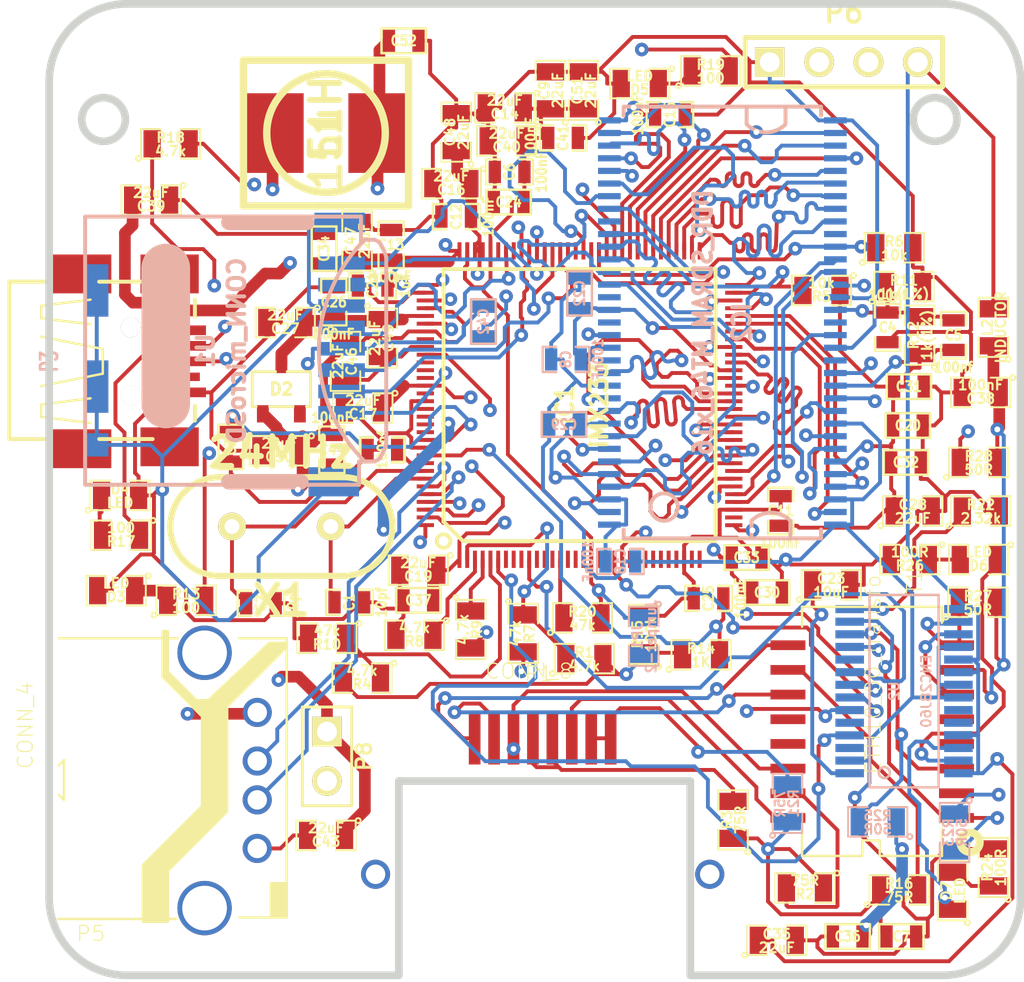
<source format=kicad_pcb>
(kicad_pcb (version 20171130) (host pcbnew "(5.1.12)-1")
  (layers (0 F.Cu signal) (1 Inner2.Cu signal) (2 Inner1.Cu signal) (31 B.Cu signal) (34 B.Paste user hide) (35 F.Paste user hide) (36 B.SilkS user hide) (37 F.SilkS user hide) (38 B.Mask user hide) (39 F.Mask user hide) (44 Edge.Cuts user))
  (net 0 "")
  (net 1 +2.5V)
  (net 2 +3.3V)
  (net 3 /LCD_D0)
  (net 4 /LCD_D1)
  (net 5 /LCD_D2)
  (net 6 /LCD_D3)
  (net 7 /LCD_RS)
  (net 8 /SD_CLOCK)
  (net 9 /SD_CMD)
  (net 10 /U_RX)
  (net 11 /U_TX)
  (net 12 5VOUT)
  (net 13 DDRA0)
  (net 14 DDRA1)
  (net 15 DDRA10)
  (net 16 DDRA11)
  (net 17 DDRA12)
  (net 18 DDRA2)
  (net 19 DDRA3)
  (net 20 DDRA4)
  (net 21 DDRA5)
  (net 22 DDRA6)
  (net 23 DDRA7)
  (net 24 DDRA8)
  (net 25 DDRA9)
  (net 26 DDR_BA0)
  (net 27 DDR_BA1)
  (net 28 DDR_CAS)
  (net 29 DDR_CE0n)
  (net 30 DDR_CKE)
  (net 31 DDR_CLK)
  (net 32 DDR_CLKn)
  (net 33 DDR_DO0)
  (net 34 DDR_DO1)
  (net 35 DDR_DO10)
  (net 36 DDR_DO11)
  (net 37 DDR_DO12)
  (net 38 DDR_DO13)
  (net 39 DDR_DO14)
  (net 40 DDR_DO15)
  (net 41 DDR_DO2)
  (net 42 DDR_DO3)
  (net 43 DDR_DO4)
  (net 44 DDR_DO5)
  (net 45 DDR_DO6)
  (net 46 DDR_DO7)
  (net 47 DDR_DO8)
  (net 48 DDR_DO9)
  (net 49 DDR_DQM0)
  (net 50 DDR_DQM1)
  (net 51 DDR_DQS0)
  (net 52 DDR_DQS1)
  (net 53 DDR_RAS)
  (net 54 DDR_WEn)
  (net 55 GND)
  (net 56 PSWITCH)
  (net 57 VDD4P2)
  (net 58 VDDA)
  (net 59 VDDD)
  (net 60 VDD_BATT)
  (net 61 VDD_XTAL)
  (net 62 XTALI)
  (net 63 XTALO)
  (net 64 "Net-(C3-Pad1)")
  (net 65 "Net-(C4-Pad1)")
  (net 66 "Net-(C52-Pad2)")
  (net 67 "Net-(D3-Pad1)")
  (net 68 "Net-(D4-Pad1)")
  (net 69 "Net-(D5-Pad1)")
  (net 70 "Net-(IC1-Pad97)")
  (net 71 "Net-(IC1-Pad34)")
  (net 72 "Net-(IC1-Pad7)")
  (net 73 "Net-(IC1-Pad8)")
  (net 74 "Net-(IC1-Pad104)")
  (net 75 "Net-(IC1-Pad9)")
  (net 76 "Net-(IC1-Pad11)")
  (net 77 "Net-(IC1-Pad107)")
  (net 78 "Net-(IC1-Pad12)")
  (net 79 "Net-(IC1-Pad108)")
  (net 80 "Net-(IC1-Pad13)")
  (net 81 "Net-(IC1-Pad109)")
  (net 82 "Net-(IC1-Pad15)")
  (net 83 "Net-(IC1-Pad16)")
  (net 84 "Net-(IC1-Pad17)")
  (net 85 "Net-(IC1-Pad81)")
  (net 86 "Net-(IC1-Pad113)")
  (net 87 "Net-(IC1-Pad82)")
  (net 88 "Net-(IC1-Pad114)")
  (net 89 "Net-(IC1-Pad19)")
  (net 90 "Net-(IC1-Pad115)")
  (net 91 "Net-(IC1-Pad20)")
  (net 92 "Net-(IC1-Pad84)")
  (net 93 "Net-(IC1-Pad116)")
  (net 94 "Net-(IC1-Pad85)")
  (net 95 "Net-(IC1-Pad86)")
  (net 96 "Net-(IC1-Pad23)")
  (net 97 "Net-(IC1-Pad87)")
  (net 98 "Net-(IC1-Pad24)")
  (net 99 "Net-(IC1-Pad88)")
  (net 100 "Net-(IC1-Pad25)")
  (net 101 "Net-(IC1-Pad89)")
  (net 102 "Net-(IC1-Pad26)")
  (net 103 "Net-(IC1-Pad27)")
  (net 104 "Net-(IC1-Pad91)")
  (net 105 "Net-(IC1-Pad123)")
  (net 106 "Net-(IC1-Pad28)")
  (net 107 "Net-(IC1-Pad124)")
  (net 108 "Net-(IC1-Pad29)")
  (net 109 "Net-(IC1-Pad31)")
  (net 110 /UART2_TX)
  (net 111 "Net-(IC1-Pad32)")
  (net 112 /UART2_RX)
  (net 113 "Net-(IC2-Pad14)")
  (net 114 "Net-(IC2-Pad53)")
  (net 115 "Net-(IC2-Pad17)")
  (net 116 "Net-(IC2-Pad50)")
  (net 117 "Net-(IC2-Pad19)")
  (net 118 "Net-(IC2-Pad43)")
  (net 119 "Net-(IC2-Pad25)")
  (net 120 "Net-(JP1-Pad2)")
  (net 121 "Net-(R14-Pad1)")
  (net 122 "Net-(P1-Pad1)")
  (net 123 "Net-(P1-Pad4)")
  (net 124 "Net-(T1-Pad4)")
  (net 125 "Net-(T1-Pad5)")
  (net 126 "Net-(T1-Pad12)")
  (net 127 "Net-(T1-Pad13)")
  (net 128 "Net-(C7-Pad2)")
  (net 129 "Net-(R2-Pad2)")
  (net 130 "Net-(R16-Pad2)")
  (net 131 /Ethernet/TX+)
  (net 132 /Ethernet/TX-)
  (net 133 /Ethernet/RX+)
  (net 134 /Ethernet/RX-)
  (net 135 "Net-(C23-Pad1)")
  (net 136 "Net-(D6-Pad1)")
  (net 137 "Net-(D6-Pad2)")
  (net 138 "Net-(D7-Pad1)")
  (net 139 "Net-(D7-Pad2)")
  (net 140 SPI_SCK)
  (net 141 SPI_CS)
  (net 142 SPI_MOSI)
  (net 143 SPI_MISO)
  (net 144 "Net-(R22-Pad1)")
  (net 145 "Net-(R23-Pad2)")
  (net 146 "Net-(R25-Pad2)")
  (net 147 "Net-(U2-Pad10)")
  (net 148 "Net-(U2-Pad23)")
  (net 149 "Net-(U2-Pad24)")
  (net 150 "Net-(U2-Pad3)")
  (net 151 "Net-(R27-Pad1)")
  (net 152 "Net-(R28-Pad1)")
  (net 153 SPI_INT)
  (net 154 "Net-(C36-Pad2)")
  (net 155 "Net-(C38-Pad1)")
  (net 156 "Net-(T1-Pad2)")
  (module opendous:SOT23-3_Opendous (layer F.Cu) (at 38.9525 41.83)
    (fp_text reference D2 (at 0 0) (layer F.SilkS) (effects (font (size 0.6096 0.6096) (thickness 0.1524))))
    (fp_text value D_schottky hide)
    (pad 3 smd rect (at 0.9525 1.27) (size 0.6096 0.889) (layers F.Cu F.Paste F.Mask))
    (pad 1 smd rect (at -0.9525 1.27) (size 0.6096 0.889) (layers F.Cu F.Paste F.Mask) (net 60 VDD_BATT))
    (pad 2 smd rect (at 0 -1.27) (size 0.6096 0.889) (layers F.Cu F.Paste F.Mask) (net 57 VDD4P2))
  )
  (module PIN_ARRAY_2X1 (layer F.Cu) (at 41.3 60.73 270)
    (fp_text reference P8 (at 0 -1.905 270) (layer F.SilkS) (effects (font (size 0.762 0.762) (thickness 0.1524))))
    (fp_text value CONN_2 hide)
    (pad 1 thru_hole rect (at -1.27 0 270) (size 1.524 1.524) (drill 1.016) (layers *.Cu *.Mask F.SilkS) (net 60 VDD_BATT))
    (pad 2 thru_hole circle (at 1.27 0 270) (size 1.524 1.524) (drill 1.016) (layers *.Cu *.Mask F.SilkS) (net 55 GND))
  )
  (module PIN_ARRAY_4x1 (layer F.Cu) (at 67.9 25)
    (fp_text reference P6 (at 0 -2.54) (layer F.SilkS) (effects (font (size 1.016 1.016) (thickness 0.2032))))
    (fp_text value CONN_4 hide)
    (pad 1 thru_hole rect (at -3.81 0) (size 1.524 1.524) (drill 1.016) (layers *.Cu *.Mask F.SilkS) (net 55 GND))
    (pad 2 thru_hole circle (at -1.27 0) (size 1.524 1.524) (drill 1.016) (layers *.Cu *.Mask F.SilkS) (net 110 /UART2_TX))
    (pad 3 thru_hole circle (at 1.27 0) (size 1.524 1.524) (drill 1.016) (layers *.Cu *.Mask F.SilkS) (net 112 /UART2_RX))
    (pad 4 thru_hole circle (at 3.81 0) (size 1.524 1.524) (drill 1.016) (layers *.Cu *.Mask F.SilkS) (net 2 +3.3V))
  )
  (module HC-49V (layer F.Cu) (at 38.95 48.9 180)
    (fp_text reference X1 (at 0 -3.81 180) (layer F.SilkS) (effects (font (size 1.524 1.524) (thickness 0.3048))))
    (fp_text value 24MHz (at 0 3.81 180) (layer F.SilkS) (effects (font (size 1.524 1.524) (thickness 0.3048))))
    (pad 1 thru_hole circle (at -2.54 0 180) (size 1.4224 1.4224) (drill 0.762) (layers *.Cu *.Mask F.SilkS) (net 62 XTALI))
    (pad 2 thru_hole circle (at 2.54 0 180) (size 1.4224 1.4224) (drill 0.762) (layers *.Cu *.Mask F.SilkS) (net 63 XTALO))
  )
  (module inductor22 (layer F.Cu) (at 41.25 28.65 90)
    (fp_text reference L1 (at 0 0 90) (layer F.SilkS) (effects (font (size 1.524 1.524) (thickness 0.3048))))
    (fp_text value 15uH (at 0 0 90) (layer F.SilkS) (effects (font (size 1.524 1.524) (thickness 0.3048))))
    (pad 1 smd rect (at 0 -2.75 90) (size 4.1 3.2) (layers F.Cu F.Paste F.Mask) (net 70 "Net-(IC1-Pad97)"))
    (pad 2 smd rect (at 0 2.75 90) (size 4.1 3.2) (layers F.Cu F.Paste F.Mask) (net 66 "Net-(C52-Pad2)"))
  )
  (module smd:SM0603_Capa (layer F.Cu) (at 42.45 52.8 180)
    (fp_text reference C1 (at 0 0 270) (layer F.SilkS) (effects (font (size 0.508 0.4572) (thickness 0.1143))))
    (fp_text value 10pf (at -1.651 0 270) (layer F.SilkS) (effects (font (size 0.508 0.4572) (thickness 0.1143))))
    (pad 1 smd rect (at -0.762 0 180) (size 0.635 1.143) (layers F.Cu F.Paste F.Mask) (net 55 GND))
    (pad 2 smd rect (at 0.762 0 180) (size 0.635 1.143) (layers F.Cu F.Paste F.Mask) (net 62 XTALI))
  )
  (module smd:SM0603_Capa (layer F.Cu) (at 37.9 52.85 180)
    (fp_text reference C2 (at 0 0 270) (layer F.SilkS) (effects (font (size 0.508 0.4572) (thickness 0.1143))))
    (fp_text value 10pf (at -1.651 0 270) (layer F.SilkS) (effects (font (size 0.508 0.4572) (thickness 0.1143))))
    (pad 1 smd rect (at -0.762 0 180) (size 0.635 1.143) (layers F.Cu F.Paste F.Mask) (net 55 GND))
    (pad 2 smd rect (at 0.762 0 180) (size 0.635 1.143) (layers F.Cu F.Paste F.Mask) (net 63 XTALO))
  )
  (module smd:SM0603 (layer F.Cu) (at 36.35 44.8 270)
    (fp_text reference C3 (at 0 0 270) (layer F.SilkS) (effects (font (size 0.508 0.4572) (thickness 0.1143))))
    (fp_text value 1uf hide)
    (pad 1 smd rect (at -0.762 0 270) (size 0.635 1.143) (layers F.Cu F.Paste F.Mask) (net 64 "Net-(C3-Pad1)"))
    (pad 2 smd rect (at 0.762 0 270) (size 0.635 1.143) (layers F.Cu F.Paste F.Mask) (net 55 GND))
  )
  (module smd:SM0603_Capa (layer F.Cu) (at 70.15 38.65 270)
    (fp_text reference C4 (at 0 0) (layer F.SilkS) (effects (font (size 0.508 0.4572) (thickness 0.1143))))
    (fp_text value 100nf (at -1.651 0) (layer F.SilkS) (effects (font (size 0.508 0.4572) (thickness 0.1143))))
    (pad 1 smd rect (at -0.762 0 270) (size 0.635 1.143) (layers F.Cu F.Paste F.Mask) (net 65 "Net-(C4-Pad1)"))
    (pad 2 smd rect (at 0.762 0 270) (size 0.635 1.143) (layers F.Cu F.Paste F.Mask) (net 55 GND))
  )
  (module smd:SM0603_Capa (layer F.Cu) (at 73.55 39.05 90)
    (fp_text reference C5 (at 0 0 180) (layer F.SilkS) (effects (font (size 0.508 0.4572) (thickness 0.1143))))
    (fp_text value 100nf (at -1.651 0 180) (layer F.SilkS) (effects (font (size 0.508 0.4572) (thickness 0.1143))))
    (pad 1 smd rect (at -0.762 0 90) (size 0.635 1.143) (layers F.Cu F.Paste F.Mask) (net 1 +2.5V))
    (pad 2 smd rect (at 0.762 0 90) (size 0.635 1.143) (layers F.Cu F.Paste F.Mask) (net 65 "Net-(C4-Pad1)"))
  )
  (module smd:SM0603_Capa (layer F.Cu) (at 50.7 30.65 180)
    (fp_text reference C6 (at 0 0 270) (layer F.SilkS) (effects (font (size 0.508 0.4572) (thickness 0.1143))))
    (fp_text value 100nF (at -1.651 0 270) (layer F.SilkS) (effects (font (size 0.508 0.4572) (thickness 0.1143))))
    (pad 1 smd rect (at -0.762 0 180) (size 0.635 1.143) (layers F.Cu F.Paste F.Mask) (net 2 +3.3V))
    (pad 2 smd rect (at 0.762 0 180) (size 0.635 1.143) (layers F.Cu F.Paste F.Mask) (net 55 GND))
  )
  (module smd:SM0603_Capa (layer B.Cu) (at 53.6 40.3 180)
    (fp_text reference C8 (at 0 0 90) (layer B.SilkS) (effects (font (size 0.508 0.4572) (thickness 0.1143)) (justify mirror)))
    (fp_text value 100nF (at -1.651 0 90) (layer B.SilkS) (effects (font (size 0.508 0.4572) (thickness 0.1143)) (justify mirror)))
    (pad 1 smd rect (at -0.762 0 180) (size 0.635 1.143) (layers B.Cu B.Paste B.Mask) (net 1 +2.5V))
    (pad 2 smd rect (at 0.762 0 180) (size 0.635 1.143) (layers B.Cu B.Paste B.Mask) (net 55 GND))
  )
  (module smd:SM0805 (layer F.Cu) (at 52.8 26.45 90)
    (fp_text reference C9 (at 0 -0.3175 90) (layer F.SilkS) (effects (font (size 0.50038 0.50038) (thickness 0.10922))))
    (fp_text value 22uF (at 0 0.381 90) (layer F.SilkS) (effects (font (size 0.50038 0.50038) (thickness 0.10922))))
    (pad 1 smd rect (at -0.9525 0 90) (size 0.889 1.397) (layers F.Cu F.Paste F.Mask) (net 2 +3.3V))
    (pad 2 smd rect (at 0.9525 0 90) (size 0.889 1.397) (layers F.Cu F.Paste F.Mask) (net 55 GND))
  )
  (module opendous:SM0603_Opendous (layer F.Cu) (at 44.15 44.95 180)
    (fp_text reference C10 hide)
    (fp_text value 100nf (at 0 0 270) (layer F.SilkS) (effects (font (size 0.4572 0.4572) (thickness 0.1143))))
    (pad 1 smd rect (at -0.762 0 180) (size 0.635 1.143) (layers F.Cu F.Paste F.Mask) (net 61 VDD_XTAL))
    (pad 2 smd rect (at 0.762 0 180) (size 0.635 1.143) (layers F.Cu F.Paste F.Mask) (net 55 GND))
  )
  (module smd:SM0603_Capa (layer F.Cu) (at 64.65 48.1 90)
    (fp_text reference C11 (at 0 0 180) (layer F.SilkS) (effects (font (size 0.508 0.4572) (thickness 0.1143))))
    (fp_text value 100nF (at -1.651 0 180) (layer F.SilkS) (effects (font (size 0.508 0.4572) (thickness 0.1143))))
    (pad 1 smd rect (at -0.762 0 90) (size 0.635 1.143) (layers F.Cu F.Paste F.Mask) (net 1 +2.5V))
    (pad 2 smd rect (at 0.762 0 90) (size 0.635 1.143) (layers F.Cu F.Paste F.Mask) (net 55 GND))
  )
  (module smd:SM0603_Capa (layer F.Cu) (at 47.95 32.95 180)
    (fp_text reference C12 (at 0 0 270) (layer F.SilkS) (effects (font (size 0.508 0.4572) (thickness 0.1143))))
    (fp_text value 100nF (at -1.651 0 270) (layer F.SilkS) (effects (font (size 0.508 0.4572) (thickness 0.1143))))
    (pad 1 smd rect (at -0.762 0 180) (size 0.635 1.143) (layers F.Cu F.Paste F.Mask) (net 59 VDDD))
    (pad 2 smd rect (at 0.762 0 180) (size 0.635 1.143) (layers F.Cu F.Paste F.Mask) (net 55 GND))
  )
  (module smd:SM0603_Capa (layer F.Cu) (at 44.6 34.4 90)
    (fp_text reference C13 (at 0 0 180) (layer F.SilkS) (effects (font (size 0.508 0.4572) (thickness 0.1143))))
    (fp_text value 100nF (at -1.651 0 180) (layer F.SilkS) (effects (font (size 0.508 0.4572) (thickness 0.1143))))
    (pad 1 smd rect (at -0.762 0 90) (size 0.635 1.143) (layers F.Cu F.Paste F.Mask) (net 58 VDDA))
    (pad 2 smd rect (at 0.762 0 90) (size 0.635 1.143) (layers F.Cu F.Paste F.Mask) (net 55 GND))
  )
  (module smd:SM0805 (layer F.Cu) (at 50.45 27.35 180)
    (fp_text reference C14 (at 0 -0.3175 180) (layer F.SilkS) (effects (font (size 0.50038 0.50038) (thickness 0.10922))))
    (fp_text value 22uF (at 0 0.381 180) (layer F.SilkS) (effects (font (size 0.50038 0.50038) (thickness 0.10922))))
    (pad 1 smd rect (at -0.9525 0 180) (size 0.889 1.397) (layers F.Cu F.Paste F.Mask) (net 2 +3.3V))
    (pad 2 smd rect (at 0.9525 0 180) (size 0.889 1.397) (layers F.Cu F.Paste F.Mask) (net 55 GND))
  )
  (module smd:SM0603_Capa (layer F.Cu) (at 58.95 27.7)
    (fp_text reference C15 (at 0 0 90) (layer F.SilkS) (effects (font (size 0.508 0.4572) (thickness 0.1143))))
    (fp_text value 100nF (at -1.651 0 90) (layer F.SilkS) (effects (font (size 0.508 0.4572) (thickness 0.1143))))
    (pad 1 smd rect (at -0.762 0) (size 0.635 1.143) (layers F.Cu F.Paste F.Mask) (net 1 +2.5V))
    (pad 2 smd rect (at 0.762 0) (size 0.635 1.143) (layers F.Cu F.Paste F.Mask) (net 55 GND))
  )
  (module smd:SM0805 (layer F.Cu) (at 47.7 31.25 180)
    (fp_text reference C16 (at 0 -0.3175 180) (layer F.SilkS) (effects (font (size 0.50038 0.50038) (thickness 0.10922))))
    (fp_text value 22uF (at 0 0.381 180) (layer F.SilkS) (effects (font (size 0.50038 0.50038) (thickness 0.10922))))
    (pad 1 smd rect (at -0.9525 0 180) (size 0.889 1.397) (layers F.Cu F.Paste F.Mask) (net 59 VDDD))
    (pad 2 smd rect (at 0.9525 0 180) (size 0.889 1.397) (layers F.Cu F.Paste F.Mask) (net 55 GND))
  )
  (module smd:SM0805 (layer F.Cu) (at 43.15 42.8 180)
    (fp_text reference C17 (at 0 -0.3175 180) (layer F.SilkS) (effects (font (size 0.50038 0.50038) (thickness 0.10922))))
    (fp_text value 22uF (at 0 0.381 180) (layer F.SilkS) (effects (font (size 0.50038 0.50038) (thickness 0.10922))))
    (pad 1 smd rect (at -0.9525 0 180) (size 0.889 1.397) (layers F.Cu F.Paste F.Mask) (net 58 VDDA))
    (pad 2 smd rect (at 0.9525 0 180) (size 0.889 1.397) (layers F.Cu F.Paste F.Mask) (net 55 GND))
  )
  (module smd:SM0603_Capa (layer B.Cu) (at 56.4 50.7)
    (fp_text reference C18 (at 0 0 270) (layer B.SilkS) (effects (font (size 0.508 0.4572) (thickness 0.1143)) (justify mirror)))
    (fp_text value 100nF (at -1.651 0 270) (layer B.SilkS) (effects (font (size 0.508 0.4572) (thickness 0.1143)) (justify mirror)))
    (pad 1 smd rect (at -0.762 0) (size 0.635 1.143) (layers B.Cu B.Paste B.Mask) (net 1 +2.5V))
    (pad 2 smd rect (at 0.762 0) (size 0.635 1.143) (layers B.Cu B.Paste B.Mask) (net 55 GND))
  )
  (module smd:SM0805 (layer F.Cu) (at 46 51.15 180)
    (fp_text reference C19 (at 0 -0.3175 180) (layer F.SilkS) (effects (font (size 0.50038 0.50038) (thickness 0.10922))))
    (fp_text value 22uF (at 0 0.381 180) (layer F.SilkS) (effects (font (size 0.50038 0.50038) (thickness 0.10922))))
    (pad 1 smd rect (at -0.9525 0 180) (size 0.889 1.397) (layers F.Cu F.Paste F.Mask) (net 59 VDDD))
    (pad 2 smd rect (at 0.9525 0 180) (size 0.889 1.397) (layers F.Cu F.Paste F.Mask) (net 55 GND))
  )
  (module smd:SM0603 (layer F.Cu) (at 71.2 43.7)
    (fp_text reference C20 (at 0 0) (layer F.SilkS) (effects (font (size 0.508 0.4572) (thickness 0.1143))))
    (fp_text value 1uF hide)
    (pad 1 smd rect (at -0.762 0) (size 0.635 1.143) (layers F.Cu F.Paste F.Mask) (net 1 +2.5V))
    (pad 2 smd rect (at 0.762 0) (size 0.635 1.143) (layers F.Cu F.Paste F.Mask) (net 55 GND))
  )
  (module smd:SM0603_Capa (layer F.Cu) (at 43.65 36.5 180)
    (fp_text reference C21 (at 0 0 270) (layer F.SilkS) (effects (font (size 0.508 0.4572) (thickness 0.1143))))
    (fp_text value 1uF (at -1.651 0 270) (layer F.SilkS) (effects (font (size 0.508 0.4572) (thickness 0.1143))))
    (pad 1 smd rect (at -0.762 0 180) (size 0.635 1.143) (layers F.Cu F.Paste F.Mask) (net 12 5VOUT))
    (pad 2 smd rect (at 0.762 0 180) (size 0.635 1.143) (layers F.Cu F.Paste F.Mask) (net 55 GND))
  )
  (module smd:SM0603 (layer B.Cu) (at 54.3 36.9 90)
    (fp_text reference C22 (at 0 0 90) (layer B.SilkS) (effects (font (size 0.508 0.4572) (thickness 0.1143)) (justify mirror)))
    (fp_text value 1uF hide)
    (pad 1 smd rect (at -0.762 0 90) (size 0.635 1.143) (layers B.Cu B.Paste B.Mask) (net 1 +2.5V))
    (pad 2 smd rect (at 0.762 0 90) (size 0.635 1.143) (layers B.Cu B.Paste B.Mask) (net 55 GND))
  )
  (module smd:SM0603 (layer F.Cu) (at 50.65 32.2 180)
    (fp_text reference C24 (at 0 0 180) (layer F.SilkS) (effects (font (size 0.508 0.4572) (thickness 0.1143))))
    (fp_text value 1uF hide)
    (pad 1 smd rect (at -0.762 0 180) (size 0.635 1.143) (layers F.Cu F.Paste F.Mask) (net 2 +3.3V))
    (pad 2 smd rect (at 0.762 0 180) (size 0.635 1.143) (layers F.Cu F.Paste F.Mask) (net 55 GND))
  )
  (module smd:SM0603_Capa (layer F.Cu) (at 60.938 52.6 180)
    (fp_text reference C25 (at 0 0 270) (layer F.SilkS) (effects (font (size 0.508 0.4572) (thickness 0.1143))))
    (fp_text value 100nF (at -1.651 0 270) (layer F.SilkS) (effects (font (size 0.508 0.4572) (thickness 0.1143))))
    (pad 1 smd rect (at -0.762 0 180) (size 0.635 1.143) (layers F.Cu F.Paste F.Mask) (net 56 PSWITCH))
    (pad 2 smd rect (at 0.762 0 180) (size 0.635 1.143) (layers F.Cu F.Paste F.Mask) (net 55 GND))
  )
  (module smd:SM0603_Capa (layer F.Cu) (at 41.65 37.35 90)
    (fp_text reference C26 (at 0 0 180) (layer F.SilkS) (effects (font (size 0.508 0.4572) (thickness 0.1143))))
    (fp_text value 100nF (at -1.651 0 180) (layer F.SilkS) (effects (font (size 0.508 0.4572) (thickness 0.1143))))
    (pad 1 smd rect (at -0.762 0 90) (size 0.635 1.143) (layers F.Cu F.Paste F.Mask) (net 57 VDD4P2))
    (pad 2 smd rect (at 0.762 0 90) (size 0.635 1.143) (layers F.Cu F.Paste F.Mask) (net 55 GND))
  )
  (module smd:SM0805 (layer F.Cu) (at 39.1525 38.4 180)
    (fp_text reference C27 (at 0 -0.3175 180) (layer F.SilkS) (effects (font (size 0.50038 0.50038) (thickness 0.10922))))
    (fp_text value 22uF (at 0 0.381 180) (layer F.SilkS) (effects (font (size 0.50038 0.50038) (thickness 0.10922))))
    (pad 1 smd rect (at -0.9525 0 180) (size 0.889 1.397) (layers F.Cu F.Paste F.Mask) (net 57 VDD4P2))
    (pad 2 smd rect (at 0.9525 0 180) (size 0.889 1.397) (layers F.Cu F.Paste F.Mask) (net 55 GND))
  )
  (module smd:SM0805 (layer F.Cu) (at 71.45 48.1)
    (fp_text reference C28 (at 0 -0.3175) (layer F.SilkS) (effects (font (size 0.50038 0.50038) (thickness 0.10922))))
    (fp_text value 22uF (at 0 0.381) (layer F.SilkS) (effects (font (size 0.50038 0.50038) (thickness 0.10922))))
    (pad 1 smd rect (at -0.9525 0) (size 0.889 1.397) (layers F.Cu F.Paste F.Mask) (net 1 +2.5V))
    (pad 2 smd rect (at 0.9525 0) (size 0.889 1.397) (layers F.Cu F.Paste F.Mask) (net 55 GND))
  )
  (module smd:SM0603 (layer B.Cu) (at 53.5 43.65 180)
    (fp_text reference C29 (at 0 0 180) (layer B.SilkS) (effects (font (size 0.508 0.4572) (thickness 0.1143)) (justify mirror)))
    (fp_text value 100nF hide)
    (pad 1 smd rect (at -0.762 0 180) (size 0.635 1.143) (layers B.Cu B.Paste B.Mask) (net 1 +2.5V))
    (pad 2 smd rect (at 0.762 0 180) (size 0.635 1.143) (layers B.Cu B.Paste B.Mask) (net 55 GND))
  )
  (module smd:SM0603 (layer F.Cu) (at 63.95 52.3)
    (fp_text reference C30 (at 0 0) (layer F.SilkS) (effects (font (size 0.508 0.4572) (thickness 0.1143))))
    (fp_text value 100nF hide)
    (pad 1 smd rect (at -0.762 0) (size 0.635 1.143) (layers F.Cu F.Paste F.Mask) (net 1 +2.5V))
    (pad 2 smd rect (at 0.762 0) (size 0.635 1.143) (layers F.Cu F.Paste F.Mask) (net 55 GND))
  )
  (module smd:SM0603 (layer F.Cu) (at 71.25 41.7)
    (fp_text reference C31 (at 0 0) (layer F.SilkS) (effects (font (size 0.508 0.4572) (thickness 0.1143))))
    (fp_text value 100nF hide)
    (pad 1 smd rect (at -0.762 0) (size 0.635 1.143) (layers F.Cu F.Paste F.Mask) (net 1 +2.5V))
    (pad 2 smd rect (at 0.762 0) (size 0.635 1.143) (layers F.Cu F.Paste F.Mask) (net 55 GND))
  )
  (module smd:SM0603 (layer F.Cu) (at 71.1 45.6)
    (fp_text reference C32 (at 0 0) (layer F.SilkS) (effects (font (size 0.508 0.4572) (thickness 0.1143))))
    (fp_text value 100nF hide)
    (pad 1 smd rect (at -0.762 0) (size 0.635 1.143) (layers F.Cu F.Paste F.Mask) (net 1 +2.5V))
    (pad 2 smd rect (at 0.762 0) (size 0.635 1.143) (layers F.Cu F.Paste F.Mask) (net 55 GND))
  )
  (module smd:SM0603 (layer F.Cu) (at 62.9 50.5)
    (fp_text reference C33 (at 0 0) (layer F.SilkS) (effects (font (size 0.508 0.4572) (thickness 0.1143))))
    (fp_text value 100nF hide)
    (pad 1 smd rect (at -0.762 0) (size 0.635 1.143) (layers F.Cu F.Paste F.Mask) (net 1 +2.5V))
    (pad 2 smd rect (at 0.762 0) (size 0.635 1.143) (layers F.Cu F.Paste F.Mask) (net 55 GND))
  )
  (module smd:SM0603 (layer F.Cu) (at 41.15 34.6 90)
    (fp_text reference C34 (at 0 0 90) (layer F.SilkS) (effects (font (size 0.508 0.4572) (thickness 0.1143))))
    (fp_text value 100nF hide)
    (pad 1 smd rect (at -0.762 0 90) (size 0.635 1.143) (layers F.Cu F.Paste F.Mask) (net 58 VDDA))
    (pad 2 smd rect (at 0.762 0 90) (size 0.635 1.143) (layers F.Cu F.Paste F.Mask) (net 55 GND))
  )
  (module smd:SM0805 (layer F.Cu) (at 50.55 29.05 180)
    (fp_text reference C40 (at 0 -0.3175 180) (layer F.SilkS) (effects (font (size 0.50038 0.50038) (thickness 0.10922))))
    (fp_text value 22uF (at 0 0.381 180) (layer F.SilkS) (effects (font (size 0.50038 0.50038) (thickness 0.10922))))
    (pad 1 smd rect (at -0.9525 0 180) (size 0.889 1.397) (layers F.Cu F.Paste F.Mask) (net 2 +3.3V))
    (pad 2 smd rect (at 0.9525 0 180) (size 0.889 1.397) (layers F.Cu F.Paste F.Mask) (net 55 GND))
  )
  (module smd:SM0603_Capa (layer F.Cu) (at 53.45 28.9)
    (fp_text reference C41 (at 0 0 90) (layer F.SilkS) (effects (font (size 0.508 0.4572) (thickness 0.1143))))
    (fp_text value 100nF (at -1.651 0 90) (layer F.SilkS) (effects (font (size 0.508 0.4572) (thickness 0.1143))))
    (pad 1 smd rect (at -0.762 0) (size 0.635 1.143) (layers F.Cu F.Paste F.Mask) (net 2 +3.3V))
    (pad 2 smd rect (at 0.762 0) (size 0.635 1.143) (layers F.Cu F.Paste F.Mask) (net 55 GND))
  )
  (module smd:SM0603 (layer B.Cu) (at 49.35 38.35 270)
    (fp_text reference C42 (at 0 0 270) (layer B.SilkS) (effects (font (size 0.508 0.4572) (thickness 0.1143)) (justify mirror)))
    (fp_text value 1uF hide)
    (pad 1 smd rect (at -0.762 0 270) (size 0.635 1.143) (layers B.Cu B.Paste B.Mask) (net 2 +3.3V))
    (pad 2 smd rect (at 0.762 0 270) (size 0.635 1.143) (layers B.Cu B.Paste B.Mask) (net 55 GND))
  )
  (module smd:SM0805 (layer F.Cu) (at 41.2525 64.8 180)
    (fp_text reference C43 (at 0 -0.3175 180) (layer F.SilkS) (effects (font (size 0.50038 0.50038) (thickness 0.10922))))
    (fp_text value 22uF (at 0 0.381 180) (layer F.SilkS) (effects (font (size 0.50038 0.50038) (thickness 0.10922))))
    (pad 1 smd rect (at -0.9525 0 180) (size 0.889 1.397) (layers F.Cu F.Paste F.Mask) (net 60 VDD_BATT))
    (pad 2 smd rect (at 0.9525 0 180) (size 0.889 1.397) (layers F.Cu F.Paste F.Mask) (net 55 GND))
  )
  (module smd:SM0603_Capa (layer F.Cu) (at 41.55 44.95 270)
    (fp_text reference C44 (at 0 0) (layer F.SilkS) (effects (font (size 0.508 0.4572) (thickness 0.1143))))
    (fp_text value 100nF (at -1.651 0) (layer F.SilkS) (effects (font (size 0.508 0.4572) (thickness 0.1143))))
    (pad 1 smd rect (at -0.762 0 270) (size 0.635 1.143) (layers F.Cu F.Paste F.Mask) (net 60 VDD_BATT))
    (pad 2 smd rect (at 0.762 0 270) (size 0.635 1.143) (layers F.Cu F.Paste F.Mask) (net 55 GND))
  )
  (module smd:SM0805 (layer F.Cu) (at 42.25 40.4 270)
    (fp_text reference C46 (at 0 -0.3175 270) (layer F.SilkS) (effects (font (size 0.50038 0.50038) (thickness 0.10922))))
    (fp_text value 22uF (at 0 0.381 270) (layer F.SilkS) (effects (font (size 0.50038 0.50038) (thickness 0.10922))))
    (pad 1 smd rect (at -0.9525 0 270) (size 0.889 1.397) (layers F.Cu F.Paste F.Mask) (net 60 VDD_BATT))
    (pad 2 smd rect (at 0.9525 0 270) (size 0.889 1.397) (layers F.Cu F.Paste F.Mask) (net 55 GND))
  )
  (module smd:SM0805 (layer F.Cu) (at 42.85 34.2 90)
    (fp_text reference C47 (at 0 -0.3175 90) (layer F.SilkS) (effects (font (size 0.50038 0.50038) (thickness 0.10922))))
    (fp_text value 22uF (at 0 0.381 90) (layer F.SilkS) (effects (font (size 0.50038 0.50038) (thickness 0.10922))))
    (pad 1 smd rect (at -0.9525 0 90) (size 0.889 1.397) (layers F.Cu F.Paste F.Mask) (net 58 VDDA))
    (pad 2 smd rect (at 0.9525 0 90) (size 0.889 1.397) (layers F.Cu F.Paste F.Mask) (net 55 GND))
  )
  (module smd:SM0805 (layer F.Cu) (at 47.95 28.6 90)
    (fp_text reference C48 (at 0 -0.3175 90) (layer F.SilkS) (effects (font (size 0.50038 0.50038) (thickness 0.10922))))
    (fp_text value 22uF (at 0 0.381 90) (layer F.SilkS) (effects (font (size 0.50038 0.50038) (thickness 0.10922))))
    (pad 1 smd rect (at -0.9525 0 90) (size 0.889 1.397) (layers F.Cu F.Paste F.Mask) (net 59 VDDD))
    (pad 2 smd rect (at 0.9525 0 90) (size 0.889 1.397) (layers F.Cu F.Paste F.Mask) (net 55 GND))
  )
  (module smd:SM0805 (layer F.Cu) (at 44.15 39.2 270)
    (fp_text reference C49 (at 0 -0.3175 270) (layer F.SilkS) (effects (font (size 0.50038 0.50038) (thickness 0.10922))))
    (fp_text value 22uF (at 0 0.381 270) (layer F.SilkS) (effects (font (size 0.50038 0.50038) (thickness 0.10922))))
    (pad 1 smd rect (at -0.9525 0 270) (size 0.889 1.397) (layers F.Cu F.Paste F.Mask) (net 57 VDD4P2))
    (pad 2 smd rect (at 0.9525 0 270) (size 0.889 1.397) (layers F.Cu F.Paste F.Mask) (net 55 GND))
  )
  (module smd:SM0805 (layer F.Cu) (at 38.85 45 180)
    (fp_text reference C50 (at 0 -0.3175 180) (layer F.SilkS) (effects (font (size 0.50038 0.50038) (thickness 0.10922))))
    (fp_text value 22uF (at 0 0.381 180) (layer F.SilkS) (effects (font (size 0.50038 0.50038) (thickness 0.10922))))
    (pad 1 smd rect (at -0.9525 0 180) (size 0.889 1.397) (layers F.Cu F.Paste F.Mask) (net 60 VDD_BATT))
    (pad 2 smd rect (at 0.9525 0 180) (size 0.889 1.397) (layers F.Cu F.Paste F.Mask) (net 55 GND))
  )
  (module smd:SM0805 (layer F.Cu) (at 54.5 26.45 90)
    (fp_text reference C51 (at 0 -0.3175 90) (layer F.SilkS) (effects (font (size 0.50038 0.50038) (thickness 0.10922))))
    (fp_text value 22uF (at 0 0.381 90) (layer F.SilkS) (effects (font (size 0.50038 0.50038) (thickness 0.10922))))
    (pad 1 smd rect (at -0.9525 0 90) (size 0.889 1.397) (layers F.Cu F.Paste F.Mask) (net 2 +3.3V))
    (pad 2 smd rect (at 0.9525 0 90) (size 0.889 1.397) (layers F.Cu F.Paste F.Mask) (net 55 GND))
  )
  (module smd:SM0603 (layer F.Cu) (at 45.25 23.9 180)
    (fp_text reference C52 (at 0 0 180) (layer F.SilkS) (effects (font (size 0.508 0.4572) (thickness 0.1143))))
    (fp_text value 100pF hide)
    (pad 1 smd rect (at -0.762 0 180) (size 0.635 1.143) (layers F.Cu F.Paste F.Mask) (net 55 GND))
    (pad 2 smd rect (at 0.762 0 180) (size 0.635 1.143) (layers F.Cu F.Paste F.Mask) (net 66 "Net-(C52-Pad2)"))
  )
  (module opendous:LQFP128_14x14mm_0.4mmPitch_iMX233 (layer F.Cu) (at 54.3 42.65 90)
    (fp_text reference IC1 (at 0 -0.7493 90) (layer F.SilkS) (effects (font (size 0.8636 0.8128) (thickness 0.2032))))
    (fp_text value iMX233 (at 0 1.00076 90) (layer F.SilkS) (effects (font (size 0.8636 0.8128) (thickness 0.2032))))
    (pad 1 smd rect (at -7.9375 -6.18236 180) (size 0.2032 0.889) (layers F.Cu F.Paste F.Mask) (net 59 VDDD))
    (pad 33 smd rect (at -6.18236 7.9375 90) (size 0.2032 0.889) (layers F.Cu F.Paste F.Mask) (net 140 SPI_SCK))
    (pad 65 smd rect (at 7.9375 6.18236) (size 0.2032 0.889) (layers F.Cu F.Paste F.Mask) (net 16 DDRA11))
    (pad 97 smd rect (at 6.18236 -7.9375 90) (size 0.2032 0.889) (layers F.Cu F.Paste F.Mask) (net 70 "Net-(IC1-Pad97)"))
    (pad 2 smd rect (at -7.9375 -5.78358 180) (size 0.2032 0.889) (layers F.Cu F.Paste F.Mask) (net 3 /LCD_D0))
    (pad 34 smd rect (at -5.78358 7.9375 90) (size 0.2032 0.889) (layers F.Cu F.Paste F.Mask) (net 71 "Net-(IC1-Pad34)"))
    (pad 66 smd rect (at 7.9375 5.78358) (size 0.2032 0.889) (layers F.Cu F.Paste F.Mask) (net 15 DDRA10))
    (pad 98 smd rect (at 5.78358 -7.9375 90) (size 0.2032 0.889) (layers F.Cu F.Paste F.Mask) (net 55 GND))
    (pad 3 smd rect (at -7.9375 -5.3848 180) (size 0.2032 0.889) (layers F.Cu F.Paste F.Mask) (net 4 /LCD_D1))
    (pad 35 smd rect (at -5.3848 7.9375 90) (size 0.2032 0.889) (layers F.Cu F.Paste F.Mask) (net 55 GND))
    (pad 67 smd rect (at 7.9375 5.3848) (size 0.2032 0.889) (layers F.Cu F.Paste F.Mask) (net 25 DDRA9))
    (pad 99 smd rect (at 5.3848 -7.9375 90) (size 0.2032 0.889) (layers F.Cu F.Paste F.Mask) (net 66 "Net-(C52-Pad2)"))
    (pad 4 smd rect (at -7.9375 -4.98602 180) (size 0.2032 0.889) (layers F.Cu F.Paste F.Mask) (net 5 /LCD_D2))
    (pad 36 smd rect (at -4.98602 7.9375 90) (size 0.2032 0.889) (layers F.Cu F.Paste F.Mask) (net 31 DDR_CLK))
    (pad 68 smd rect (at 7.9375 4.98602) (size 0.2032 0.889) (layers F.Cu F.Paste F.Mask) (net 24 DDRA8))
    (pad 100 smd rect (at 4.98602 -7.9375 90) (size 0.2032 0.889) (layers F.Cu F.Paste F.Mask) (net 60 VDD_BATT))
    (pad 5 smd rect (at -7.9375 -4.58724 180) (size 0.2032 0.889) (layers F.Cu F.Paste F.Mask) (net 6 /LCD_D3))
    (pad 37 smd rect (at -4.58724 7.9375 90) (size 0.2032 0.889) (layers F.Cu F.Paste F.Mask) (net 32 DDR_CLKn))
    (pad 69 smd rect (at 7.9375 4.58724) (size 0.2032 0.889) (layers F.Cu F.Paste F.Mask) (net 23 DDRA7))
    (pad 101 smd rect (at 4.58724 -7.9375 90) (size 0.2032 0.889) (layers F.Cu F.Paste F.Mask) (net 57 VDD4P2))
    (pad 6 smd rect (at -7.9375 -4.18846 180) (size 0.2032 0.889) (layers F.Cu F.Paste F.Mask) (net 153 SPI_INT))
    (pad 38 smd rect (at -4.18846 7.9375 90) (size 0.2032 0.889) (layers F.Cu F.Paste F.Mask) (net 1 +2.5V))
    (pad 70 smd rect (at 7.9375 4.18846) (size 0.2032 0.889) (layers F.Cu F.Paste F.Mask) (net 22 DDRA6))
    (pad 102 smd rect (at 4.18846 -7.9375 90) (size 0.2032 0.889) (layers F.Cu F.Paste F.Mask) (net 12 5VOUT))
    (pad 7 smd rect (at -7.9375 -3.78968 180) (size 0.2032 0.889) (layers F.Cu F.Paste F.Mask) (net 72 "Net-(IC1-Pad7)"))
    (pad 39 smd rect (at -3.78968 7.9375 90) (size 0.2032 0.889) (layers F.Cu F.Paste F.Mask) (net 51 DDR_DQS0))
    (pad 71 smd rect (at 7.9375 3.78968) (size 0.2032 0.889) (layers F.Cu F.Paste F.Mask) (net 21 DDRA5))
    (pad 103 smd rect (at 3.78968 -7.9375 90) (size 0.2032 0.889) (layers F.Cu F.Paste F.Mask) (net 60 VDD_BATT))
    (pad 8 smd rect (at -7.9375 -3.3909 180) (size 0.2032 0.889) (layers F.Cu F.Paste F.Mask) (net 73 "Net-(IC1-Pad8)"))
    (pad 40 smd rect (at -3.3909 7.9375 90) (size 0.2032 0.889) (layers F.Cu F.Paste F.Mask) (net 52 DDR_DQS1))
    (pad 72 smd rect (at 7.9375 3.3909) (size 0.2032 0.889) (layers F.Cu F.Paste F.Mask) (net 20 DDRA4))
    (pad 104 smd rect (at 3.3909 -7.9375 90) (size 0.2032 0.889) (layers F.Cu F.Paste F.Mask) (net 74 "Net-(IC1-Pad104)"))
    (pad 9 smd rect (at -7.9375 -2.99212 180) (size 0.2032 0.889) (layers F.Cu F.Paste F.Mask) (net 75 "Net-(IC1-Pad9)"))
    (pad 41 smd rect (at -2.99212 7.9375 90) (size 0.2032 0.889) (layers F.Cu F.Paste F.Mask) (net 33 DDR_DO0))
    (pad 73 smd rect (at 7.9375 2.99212) (size 0.2032 0.889) (layers F.Cu F.Paste F.Mask) (net 19 DDRA3))
    (pad 105 smd rect (at 2.99212 -7.9375 90) (size 0.2032 0.889) (layers F.Cu F.Paste F.Mask) (net 55 GND))
    (pad 10 smd rect (at -7.9375 -2.59334 180) (size 0.2032 0.889) (layers F.Cu F.Paste F.Mask) (net 141 SPI_CS))
    (pad 42 smd rect (at -2.59334 7.9375 90) (size 0.2032 0.889) (layers F.Cu F.Paste F.Mask) (net 41 DDR_DO2))
    (pad 74 smd rect (at 7.9375 2.59334) (size 0.2032 0.889) (layers F.Cu F.Paste F.Mask) (net 18 DDRA2))
    (pad 106 smd rect (at 2.59334 -7.9375 90) (size 0.2032 0.889) (layers F.Cu F.Paste F.Mask) (net 1 +2.5V))
    (pad 11 smd rect (at -7.9375 -2.19456 180) (size 0.2032 0.889) (layers F.Cu F.Paste F.Mask) (net 76 "Net-(IC1-Pad11)"))
    (pad 43 smd rect (at -2.19456 7.9375 90) (size 0.2032 0.889) (layers F.Cu F.Paste F.Mask) (net 34 DDR_DO1))
    (pad 75 smd rect (at 7.9375 2.19456) (size 0.2032 0.889) (layers F.Cu F.Paste F.Mask) (net 14 DDRA1))
    (pad 107 smd rect (at 2.19456 -7.9375 90) (size 0.2032 0.889) (layers F.Cu F.Paste F.Mask) (net 77 "Net-(IC1-Pad107)"))
    (pad 12 smd rect (at -7.9375 -1.79578 180) (size 0.2032 0.889) (layers F.Cu F.Paste F.Mask) (net 78 "Net-(IC1-Pad12)"))
    (pad 44 smd rect (at -1.79578 7.9375 90) (size 0.2032 0.889) (layers F.Cu F.Paste F.Mask) (net 42 DDR_DO3))
    (pad 76 smd rect (at 7.9375 1.79578) (size 0.2032 0.889) (layers F.Cu F.Paste F.Mask) (net 13 DDRA0))
    (pad 108 smd rect (at 1.79578 -7.9375 90) (size 0.2032 0.889) (layers F.Cu F.Paste F.Mask) (net 79 "Net-(IC1-Pad108)"))
    (pad 13 smd rect (at -7.9375 -1.397 180) (size 0.2032 0.889) (layers F.Cu F.Paste F.Mask) (net 80 "Net-(IC1-Pad13)"))
    (pad 45 smd rect (at -1.397 7.9375 90) (size 0.2032 0.889) (layers F.Cu F.Paste F.Mask) (net 1 +2.5V))
    (pad 77 smd rect (at 7.9375 1.397) (size 0.2032 0.889) (layers F.Cu F.Paste F.Mask) (net 54 DDR_WEn))
    (pad 109 smd rect (at 1.397 -7.9375 90) (size 0.2032 0.889) (layers F.Cu F.Paste F.Mask) (net 81 "Net-(IC1-Pad109)"))
    (pad 14 smd rect (at -7.9375 -0.99822 180) (size 0.2032 0.889) (layers F.Cu F.Paste F.Mask) (net 7 /LCD_RS))
    (pad 46 smd rect (at -0.99822 7.9375 90) (size 0.2032 0.889) (layers F.Cu F.Paste F.Mask) (net 49 DDR_DQM0))
    (pad 78 smd rect (at 7.9375 0.99822) (size 0.2032 0.889) (layers F.Cu F.Paste F.Mask) (net 30 DDR_CKE))
    (pad 110 smd rect (at 0.99822 -7.9375 90) (size 0.2032 0.889) (layers F.Cu F.Paste F.Mask) (net 58 VDDA))
    (pad 15 smd rect (at -7.9375 -0.59944 180) (size 0.2032 0.889) (layers F.Cu F.Paste F.Mask) (net 82 "Net-(IC1-Pad15)"))
    (pad 47 smd rect (at -0.59944 7.9375 90) (size 0.2032 0.889) (layers F.Cu F.Paste F.Mask) (net 43 DDR_DO4))
    (pad 79 smd rect (at 7.9375 0.59944) (size 0.2032 0.889) (layers F.Cu F.Paste F.Mask) (net 26 DDR_BA0))
    (pad 111 smd rect (at 0.59944 -7.9375 90) (size 0.2032 0.889) (layers F.Cu F.Paste F.Mask) (net 55 GND))
    (pad 16 smd rect (at -7.9375 -0.20066 180) (size 0.2032 0.889) (layers F.Cu F.Paste F.Mask) (net 83 "Net-(IC1-Pad16)"))
    (pad 48 smd rect (at -0.20066 7.9375 90) (size 0.2032 0.889) (layers F.Cu F.Paste F.Mask) (net 44 DDR_DO5))
    (pad 80 smd rect (at 7.9375 0.20066) (size 0.2032 0.889) (layers F.Cu F.Paste F.Mask) (net 27 DDR_BA1))
    (pad 112 smd rect (at 0.20066 -7.9375 90) (size 0.2032 0.889) (layers F.Cu F.Paste F.Mask) (net 55 GND))
    (pad 17 smd rect (at -7.9375 0.19812 180) (size 0.2032 0.889) (layers F.Cu F.Paste F.Mask) (net 84 "Net-(IC1-Pad17)"))
    (pad 49 smd rect (at 0.19812 7.9375 90) (size 0.2032 0.889) (layers F.Cu F.Paste F.Mask) (net 45 DDR_DO6))
    (pad 81 smd rect (at 7.9375 -0.19812) (size 0.2032 0.889) (layers F.Cu F.Paste F.Mask) (net 85 "Net-(IC1-Pad81)"))
    (pad 113 smd rect (at -0.19812 -7.9375 90) (size 0.2032 0.889) (layers F.Cu F.Paste F.Mask) (net 86 "Net-(IC1-Pad113)"))
    (pad 18 smd rect (at -7.9375 0.5969 180) (size 0.2032 0.889) (layers F.Cu F.Paste F.Mask) (net 2 +3.3V))
    (pad 50 smd rect (at 0.5969 7.9375 90) (size 0.2032 0.889) (layers F.Cu F.Paste F.Mask) (net 46 DDR_DO7))
    (pad 82 smd rect (at 7.9375 -0.5969) (size 0.2032 0.889) (layers F.Cu F.Paste F.Mask) (net 87 "Net-(IC1-Pad82)"))
    (pad 114 smd rect (at -0.5969 -7.9375 90) (size 0.2032 0.889) (layers F.Cu F.Paste F.Mask) (net 88 "Net-(IC1-Pad114)"))
    (pad 19 smd rect (at -7.9375 0.99568 180) (size 0.2032 0.889) (layers F.Cu F.Paste F.Mask) (net 89 "Net-(IC1-Pad19)"))
    (pad 51 smd rect (at 0.99568 7.9375 90) (size 0.2032 0.889) (layers F.Cu F.Paste F.Mask) (net 47 DDR_DO8))
    (pad 83 smd rect (at 7.9375 -0.99568) (size 0.2032 0.889) (layers F.Cu F.Paste F.Mask) (net 9 /SD_CMD))
    (pad 115 smd rect (at -0.99568 -7.9375 90) (size 0.2032 0.889) (layers F.Cu F.Paste F.Mask) (net 90 "Net-(IC1-Pad115)"))
    (pad 20 smd rect (at -7.9375 1.39446 180) (size 0.2032 0.889) (layers F.Cu F.Paste F.Mask) (net 91 "Net-(IC1-Pad20)"))
    (pad 52 smd rect (at 1.39446 7.9375 90) (size 0.2032 0.889) (layers F.Cu F.Paste F.Mask) (net 48 DDR_DO9))
    (pad 84 smd rect (at 7.9375 -1.39446) (size 0.2032 0.889) (layers F.Cu F.Paste F.Mask) (net 92 "Net-(IC1-Pad84)"))
    (pad 116 smd rect (at -1.39446 -7.9375 90) (size 0.2032 0.889) (layers F.Cu F.Paste F.Mask) (net 93 "Net-(IC1-Pad116)"))
    (pad 21 smd rect (at -7.9375 1.79324 180) (size 0.2032 0.889) (layers F.Cu F.Paste F.Mask) (net 142 SPI_MOSI))
    (pad 53 smd rect (at 1.79324 7.9375 90) (size 0.2032 0.889) (layers F.Cu F.Paste F.Mask) (net 1 +2.5V))
    (pad 85 smd rect (at 7.9375 -1.79324) (size 0.2032 0.889) (layers F.Cu F.Paste F.Mask) (net 94 "Net-(IC1-Pad85)"))
    (pad 117 smd rect (at -1.79324 -7.9375 90) (size 0.2032 0.889) (layers F.Cu F.Paste F.Mask) (net 64 "Net-(C3-Pad1)"))
    (pad 22 smd rect (at -7.9375 2.19202 180) (size 0.2032 0.889) (layers F.Cu F.Paste F.Mask) (net 143 SPI_MISO))
    (pad 54 smd rect (at 2.19202 7.9375 90) (size 0.2032 0.889) (layers F.Cu F.Paste F.Mask) (net 35 DDR_DO10))
    (pad 86 smd rect (at 7.9375 -2.19202) (size 0.2032 0.889) (layers F.Cu F.Paste F.Mask) (net 95 "Net-(IC1-Pad86)"))
    (pad 118 smd rect (at -2.19202 -7.9375 90) (size 0.2032 0.889) (layers F.Cu F.Paste F.Mask) (net 55 GND))
    (pad 23 smd rect (at -7.9375 2.5908 180) (size 0.2032 0.889) (layers F.Cu F.Paste F.Mask) (net 96 "Net-(IC1-Pad23)"))
    (pad 55 smd rect (at 2.5908 7.9375 90) (size 0.2032 0.889) (layers F.Cu F.Paste F.Mask) (net 36 DDR_DO11))
    (pad 87 smd rect (at 7.9375 -2.5908) (size 0.2032 0.889) (layers F.Cu F.Paste F.Mask) (net 97 "Net-(IC1-Pad87)"))
    (pad 119 smd rect (at -2.5908 -7.9375 90) (size 0.2032 0.889) (layers F.Cu F.Paste F.Mask) (net 56 PSWITCH))
    (pad 24 smd rect (at -7.9375 2.98958 180) (size 0.2032 0.889) (layers F.Cu F.Paste F.Mask) (net 98 "Net-(IC1-Pad24)"))
    (pad 56 smd rect (at 2.98958 7.9375 90) (size 0.2032 0.889) (layers F.Cu F.Paste F.Mask) (net 50 DDR_DQM1))
    (pad 88 smd rect (at 7.9375 -2.98958) (size 0.2032 0.889) (layers F.Cu F.Paste F.Mask) (net 99 "Net-(IC1-Pad88)"))
    (pad 120 smd rect (at -2.98958 -7.9375 90) (size 0.2032 0.889) (layers F.Cu F.Paste F.Mask) (net 61 VDD_XTAL))
    (pad 25 smd rect (at -7.9375 3.38836 180) (size 0.2032 0.889) (layers F.Cu F.Paste F.Mask) (net 100 "Net-(IC1-Pad25)"))
    (pad 57 smd rect (at 3.38836 7.9375 90) (size 0.2032 0.889) (layers F.Cu F.Paste F.Mask) (net 37 DDR_DO12))
    (pad 89 smd rect (at 7.9375 -3.38836) (size 0.2032 0.889) (layers F.Cu F.Paste F.Mask) (net 101 "Net-(IC1-Pad89)"))
    (pad 121 smd rect (at -3.38836 -7.9375 90) (size 0.2032 0.889) (layers F.Cu F.Paste F.Mask) (net 63 XTALO))
    (pad 26 smd rect (at -7.9375 3.78714 180) (size 0.2032 0.889) (layers F.Cu F.Paste F.Mask) (net 102 "Net-(IC1-Pad26)"))
    (pad 58 smd rect (at 3.78714 7.9375 90) (size 0.2032 0.889) (layers F.Cu F.Paste F.Mask) (net 38 DDR_DO13))
    (pad 90 smd rect (at 7.9375 -3.78714) (size 0.2032 0.889) (layers F.Cu F.Paste F.Mask) (net 8 /SD_CLOCK))
    (pad 122 smd rect (at -3.78714 -7.9375 90) (size 0.2032 0.889) (layers F.Cu F.Paste F.Mask) (net 62 XTALI))
    (pad 27 smd rect (at -7.9375 4.18592 180) (size 0.2032 0.889) (layers F.Cu F.Paste F.Mask) (net 103 "Net-(IC1-Pad27)"))
    (pad 59 smd rect (at 4.18592 7.9375 90) (size 0.2032 0.889) (layers F.Cu F.Paste F.Mask) (net 40 DDR_DO15))
    (pad 91 smd rect (at 7.9375 -4.18592) (size 0.2032 0.889) (layers F.Cu F.Paste F.Mask) (net 104 "Net-(IC1-Pad91)"))
    (pad 123 smd rect (at -4.18592 -7.9375 90) (size 0.2032 0.889) (layers F.Cu F.Paste F.Mask) (net 105 "Net-(IC1-Pad123)"))
    (pad 28 smd rect (at -7.9375 4.5847 180) (size 0.2032 0.889) (layers F.Cu F.Paste F.Mask) (net 106 "Net-(IC1-Pad28)"))
    (pad 60 smd rect (at 4.5847 7.9375 90) (size 0.2032 0.889) (layers F.Cu F.Paste F.Mask) (net 39 DDR_DO14))
    (pad 92 smd rect (at 7.9375 -4.5847) (size 0.2032 0.889) (layers F.Cu F.Paste F.Mask) (net 2 +3.3V))
    (pad 124 smd rect (at -4.5847 -7.9375 90) (size 0.2032 0.889) (layers F.Cu F.Paste F.Mask) (net 107 "Net-(IC1-Pad124)"))
    (pad 29 smd rect (at -7.9375 4.98348 180) (size 0.2032 0.889) (layers F.Cu F.Paste F.Mask) (net 108 "Net-(IC1-Pad29)"))
    (pad 61 smd rect (at 4.98348 7.9375 90) (size 0.2032 0.889) (layers F.Cu F.Paste F.Mask) (net 28 DDR_CAS))
    (pad 93 smd rect (at 7.9375 -4.98348) (size 0.2032 0.889) (layers F.Cu F.Paste F.Mask) (net 59 VDDD))
    (pad 125 smd rect (at -4.98348 -7.9375 90) (size 0.2032 0.889) (layers F.Cu F.Paste F.Mask) (net 10 /U_RX))
    (pad 30 smd rect (at -7.9375 5.38226 180) (size 0.2032 0.889) (layers F.Cu F.Paste F.Mask) (net 55 GND))
    (pad 62 smd rect (at 5.38226 7.9375 90) (size 0.2032 0.889) (layers F.Cu F.Paste F.Mask) (net 53 DDR_RAS))
    (pad 94 smd rect (at 7.9375 -5.38226) (size 0.2032 0.889) (layers F.Cu F.Paste F.Mask) (net 59 VDDD))
    (pad 126 smd rect (at -5.38226 -7.9375 90) (size 0.2032 0.889) (layers F.Cu F.Paste F.Mask) (net 11 /U_TX))
    (pad 31 smd rect (at -7.9375 5.78104 180) (size 0.2032 0.889) (layers F.Cu F.Paste F.Mask) (net 109 "Net-(IC1-Pad31)"))
    (pad 63 smd rect (at 5.78104 7.9375 90) (size 0.2032 0.889) (layers F.Cu F.Paste F.Mask) (net 29 DDR_CE0n))
    (pad 95 smd rect (at 7.9375 -5.78104) (size 0.2032 0.889) (layers F.Cu F.Paste F.Mask) (net 2 +3.3V))
    (pad 127 smd rect (at -5.78104 -7.9375 90) (size 0.2032 0.889) (layers F.Cu F.Paste F.Mask) (net 110 /UART2_TX))
    (pad 32 smd rect (at -7.9375 6.17982 180) (size 0.2032 0.889) (layers F.Cu F.Paste F.Mask) (net 111 "Net-(IC1-Pad32)"))
    (pad 64 smd rect (at 6.17982 7.9375 90) (size 0.2032 0.889) (layers F.Cu F.Paste F.Mask) (net 17 DDRA12))
    (pad 96 smd rect (at 7.9375 -6.17982) (size 0.2032 0.889) (layers F.Cu F.Paste F.Mask) (net 58 VDDA))
    (pad 128 smd rect (at -6.17982 -7.9375 90) (size 0.2032 0.889) (layers F.Cu F.Paste F.Mask) (net 112 /UART2_RX))
  )
  (module opendous:TSOP66_JEDEC_DDR_SDRAM (layer B.Cu) (at 61.65 38.4 90)
    (fp_text reference IC2 (at 0 1.00076 90) (layer B.SilkS) (effects (font (size 0.9144 0.8128) (thickness 0.2032)) (justify mirror)))
    (fp_text value DDR_SDRAM_MT46_x16 (at 0 -1.00076 90) (layer B.SilkS) (effects (font (size 0.9144 0.8128) (thickness 0.2032)) (justify mirror)))
    (pad 1 smd rect (at -10.40384 -5.8166 90) (size 0.32004 1.1684) (layers B.Cu B.Paste B.Mask) (net 1 +2.5V))
    (pad 66 smd rect (at -10.40384 5.8166 90) (size 0.32004 1.1684) (layers B.Cu B.Paste B.Mask) (net 55 GND))
    (pad 2 smd rect (at -9.7536 -5.8166 90) (size 0.32004 1.1684) (layers B.Cu B.Paste B.Mask) (net 33 DDR_DO0))
    (pad 65 smd rect (at -9.7536 5.8166 90) (size 0.32004 1.1684) (layers B.Cu B.Paste B.Mask) (net 40 DDR_DO15))
    (pad 3 smd rect (at -9.10336 -5.8166 90) (size 0.32004 1.1684) (layers B.Cu B.Paste B.Mask) (net 1 +2.5V))
    (pad 64 smd rect (at -9.10336 5.8166 90) (size 0.32004 1.1684) (layers B.Cu B.Paste B.Mask) (net 55 GND))
    (pad 4 smd rect (at -8.45312 -5.8166 90) (size 0.32004 1.1684) (layers B.Cu B.Paste B.Mask) (net 34 DDR_DO1))
    (pad 63 smd rect (at -8.45312 5.8166 90) (size 0.32004 1.1684) (layers B.Cu B.Paste B.Mask) (net 39 DDR_DO14))
    (pad 5 smd rect (at -7.80288 -5.8166 90) (size 0.32004 1.1684) (layers B.Cu B.Paste B.Mask) (net 41 DDR_DO2))
    (pad 62 smd rect (at -7.80288 5.8166 90) (size 0.32004 1.1684) (layers B.Cu B.Paste B.Mask) (net 38 DDR_DO13))
    (pad 6 smd rect (at -7.15264 -5.8166 90) (size 0.32004 1.1684) (layers B.Cu B.Paste B.Mask) (net 55 GND))
    (pad 61 smd rect (at -7.15264 5.8166 90) (size 0.32004 1.1684) (layers B.Cu B.Paste B.Mask) (net 1 +2.5V))
    (pad 7 smd rect (at -6.5024 -5.8166 90) (size 0.32004 1.1684) (layers B.Cu B.Paste B.Mask) (net 42 DDR_DO3))
    (pad 60 smd rect (at -6.5024 5.8166 90) (size 0.32004 1.1684) (layers B.Cu B.Paste B.Mask) (net 37 DDR_DO12))
    (pad 8 smd rect (at -5.85216 -5.8166 90) (size 0.32004 1.1684) (layers B.Cu B.Paste B.Mask) (net 43 DDR_DO4))
    (pad 59 smd rect (at -5.85216 5.8166 90) (size 0.32004 1.1684) (layers B.Cu B.Paste B.Mask) (net 36 DDR_DO11))
    (pad 9 smd rect (at -5.20192 -5.8166 90) (size 0.32004 1.1684) (layers B.Cu B.Paste B.Mask) (net 1 +2.5V))
    (pad 58 smd rect (at -5.20192 5.8166 90) (size 0.32004 1.1684) (layers B.Cu B.Paste B.Mask) (net 55 GND))
    (pad 10 smd rect (at -4.55168 -5.8166 90) (size 0.32004 1.1684) (layers B.Cu B.Paste B.Mask) (net 44 DDR_DO5))
    (pad 57 smd rect (at -4.55168 5.8166 90) (size 0.32004 1.1684) (layers B.Cu B.Paste B.Mask) (net 35 DDR_DO10))
    (pad 11 smd rect (at -3.90144 -5.8166 90) (size 0.32004 1.1684) (layers B.Cu B.Paste B.Mask) (net 45 DDR_DO6))
    (pad 56 smd rect (at -3.90144 5.8166 90) (size 0.32004 1.1684) (layers B.Cu B.Paste B.Mask) (net 48 DDR_DO9))
    (pad 12 smd rect (at -3.2512 -5.8166 90) (size 0.32004 1.1684) (layers B.Cu B.Paste B.Mask) (net 55 GND))
    (pad 55 smd rect (at -3.2512 5.8166 90) (size 0.32004 1.1684) (layers B.Cu B.Paste B.Mask) (net 1 +2.5V))
    (pad 13 smd rect (at -2.60096 -5.8166 90) (size 0.32004 1.1684) (layers B.Cu B.Paste B.Mask) (net 46 DDR_DO7))
    (pad 54 smd rect (at -2.60096 5.8166 90) (size 0.32004 1.1684) (layers B.Cu B.Paste B.Mask) (net 47 DDR_DO8))
    (pad 14 smd rect (at -1.95072 -5.8166 90) (size 0.32004 1.1684) (layers B.Cu B.Paste B.Mask) (net 113 "Net-(IC2-Pad14)"))
    (pad 53 smd rect (at -1.95072 5.8166 90) (size 0.32004 1.1684) (layers B.Cu B.Paste B.Mask) (net 114 "Net-(IC2-Pad53)"))
    (pad 15 smd rect (at -1.30048 -5.8166 90) (size 0.32004 1.1684) (layers B.Cu B.Paste B.Mask) (net 1 +2.5V))
    (pad 52 smd rect (at -1.30048 5.8166 90) (size 0.32004 1.1684) (layers B.Cu B.Paste B.Mask) (net 55 GND))
    (pad 16 smd rect (at -0.65024 -5.8166 90) (size 0.32004 1.1684) (layers B.Cu B.Paste B.Mask) (net 51 DDR_DQS0))
    (pad 51 smd rect (at -0.65024 5.8166 90) (size 0.32004 1.1684) (layers B.Cu B.Paste B.Mask) (net 52 DDR_DQS1))
    (pad 17 smd rect (at 0 -5.8166 90) (size 0.32004 1.1684) (layers B.Cu B.Paste B.Mask) (net 115 "Net-(IC2-Pad17)"))
    (pad 50 smd rect (at 0 5.8166 90) (size 0.32004 1.1684) (layers B.Cu B.Paste B.Mask) (net 116 "Net-(IC2-Pad50)"))
    (pad 18 smd rect (at 0.65024 -5.8166 90) (size 0.32004 1.1684) (layers B.Cu B.Paste B.Mask) (net 1 +2.5V))
    (pad 49 smd rect (at 0.65024 5.8166 90) (size 0.32004 1.1684) (layers B.Cu B.Paste B.Mask) (net 65 "Net-(C4-Pad1)"))
    (pad 19 smd rect (at 1.30048 -5.8166 90) (size 0.32004 1.1684) (layers B.Cu B.Paste B.Mask) (net 117 "Net-(IC2-Pad19)"))
    (pad 48 smd rect (at 1.30048 5.8166 90) (size 0.32004 1.1684) (layers B.Cu B.Paste B.Mask) (net 55 GND))
    (pad 20 smd rect (at 1.95072 -5.8166 90) (size 0.32004 1.1684) (layers B.Cu B.Paste B.Mask) (net 49 DDR_DQM0))
    (pad 47 smd rect (at 1.95072 5.8166 90) (size 0.32004 1.1684) (layers B.Cu B.Paste B.Mask) (net 50 DDR_DQM1))
    (pad 21 smd rect (at 2.60096 -5.8166 90) (size 0.32004 1.1684) (layers B.Cu B.Paste B.Mask) (net 54 DDR_WEn))
    (pad 46 smd rect (at 2.60096 5.8166 90) (size 0.32004 1.1684) (layers B.Cu B.Paste B.Mask) (net 32 DDR_CLKn))
    (pad 22 smd rect (at 3.2512 -5.8166 90) (size 0.32004 1.1684) (layers B.Cu B.Paste B.Mask) (net 28 DDR_CAS))
    (pad 45 smd rect (at 3.2512 5.8166 90) (size 0.32004 1.1684) (layers B.Cu B.Paste B.Mask) (net 31 DDR_CLK))
    (pad 23 smd rect (at 3.90144 -5.8166 90) (size 0.32004 1.1684) (layers B.Cu B.Paste B.Mask) (net 53 DDR_RAS))
    (pad 44 smd rect (at 3.90144 5.8166 90) (size 0.32004 1.1684) (layers B.Cu B.Paste B.Mask) (net 30 DDR_CKE))
    (pad 24 smd rect (at 4.55168 -5.8166 90) (size 0.32004 1.1684) (layers B.Cu B.Paste B.Mask) (net 29 DDR_CE0n))
    (pad 43 smd rect (at 4.55168 5.8166 90) (size 0.32004 1.1684) (layers B.Cu B.Paste B.Mask) (net 118 "Net-(IC2-Pad43)"))
    (pad 25 smd rect (at 5.20192 -5.8166 90) (size 0.32004 1.1684) (layers B.Cu B.Paste B.Mask) (net 119 "Net-(IC2-Pad25)"))
    (pad 42 smd rect (at 5.20192 5.8166 90) (size 0.32004 1.1684) (layers B.Cu B.Paste B.Mask) (net 17 DDRA12))
    (pad 26 smd rect (at 5.85216 -5.8166 90) (size 0.32004 1.1684) (layers B.Cu B.Paste B.Mask) (net 26 DDR_BA0))
    (pad 41 smd rect (at 5.85216 5.8166 90) (size 0.32004 1.1684) (layers B.Cu B.Paste B.Mask) (net 16 DDRA11))
    (pad 27 smd rect (at 6.5024 -5.8166 90) (size 0.32004 1.1684) (layers B.Cu B.Paste B.Mask) (net 27 DDR_BA1))
    (pad 40 smd rect (at 6.5024 5.8166 90) (size 0.32004 1.1684) (layers B.Cu B.Paste B.Mask) (net 25 DDRA9))
    (pad 28 smd rect (at 7.15264 -5.8166 90) (size 0.32004 1.1684) (layers B.Cu B.Paste B.Mask) (net 15 DDRA10))
    (pad 39 smd rect (at 7.15264 5.8166 90) (size 0.32004 1.1684) (layers B.Cu B.Paste B.Mask) (net 24 DDRA8))
    (pad 29 smd rect (at 7.80288 -5.8166 90) (size 0.32004 1.1684) (layers B.Cu B.Paste B.Mask) (net 13 DDRA0))
    (pad 38 smd rect (at 7.80288 5.8166 90) (size 0.32004 1.1684) (layers B.Cu B.Paste B.Mask) (net 23 DDRA7))
    (pad 30 smd rect (at 8.45312 -5.8166 90) (size 0.32004 1.1684) (layers B.Cu B.Paste B.Mask) (net 14 DDRA1))
    (pad 37 smd rect (at 8.45312 5.8166 90) (size 0.32004 1.1684) (layers B.Cu B.Paste B.Mask) (net 22 DDRA6))
    (pad 31 smd rect (at 9.10336 -5.8166 90) (size 0.32004 1.1684) (layers B.Cu B.Paste B.Mask) (net 18 DDRA2))
    (pad 36 smd rect (at 9.10336 5.8166 90) (size 0.32004 1.1684) (layers B.Cu B.Paste B.Mask) (net 21 DDRA5))
    (pad 32 smd rect (at 9.7536 -5.8166 90) (size 0.32004 1.1684) (layers B.Cu B.Paste B.Mask) (net 19 DDRA3))
    (pad 35 smd rect (at 9.7536 5.8166 90) (size 0.32004 1.1684) (layers B.Cu B.Paste B.Mask) (net 20 DDRA4))
    (pad 33 smd rect (at 10.40384 -5.8166 90) (size 0.32004 1.1684) (layers B.Cu B.Paste B.Mask) (net 1 +2.5V))
    (pad 34 smd rect (at 10.40384 5.8166 90) (size 0.32004 1.1684) (layers B.Cu B.Paste B.Mask) (net 55 GND))
  )
  (module USB:CONN_USB_MINI_PIERRE (layer F.Cu) (at 31.2 40.3983)
    (fp_text reference P3 (at -4.191 0 90) (layer B.SilkS) (effects (font (size 0.8636 0.5588) (thickness 0.2032))))
    (fp_text value CONN_4 hide)
    (pad 3 smd rect (at 2.60096 0) (size 2.54 0.49784) (layers F.Cu F.Paste F.Mask) (net 10 /U_RX))
    (pad 2 smd rect (at 2.60096 -0.79756) (size 2.54 0.49784) (layers F.Cu F.Paste F.Mask) (net 11 /U_TX))
    (pad 4 smd rect (at 2.60096 1.59766) (size 2.54 0.49784) (layers F.Cu F.Paste F.Mask) (net 55 GND))
    (pad 5 smd rect (at -2.5 -4.49834) (size 3 1.99898) (layers F.Cu F.Paste F.Mask))
    (pad 5 smd rect (at 2 -4.49834) (size 3 1.99898) (layers F.Cu F.Paste F.Mask))
    (pad 5 smd rect (at -2.5 4.49834) (size 3 1.99898) (layers F.Cu F.Paste F.Mask))
    (pad 5 smd rect (at 2 4.39928) (size 3 1.99898) (layers F.Cu F.Paste F.Mask))
    (pad 6 smd rect (at 2.54 0.79756) (size 2.032 0.4318) (layers F.Cu F.Paste F.Mask))
    (pad 7 thru_hole circle (at 0 -1.75006) (size 1.016 1.016) (drill 1.016) (layers *.Cu *.SilkS *.Mask))
    (pad 7 np_thru_hole circle (at 0 1.75006) (size 1.016 1.016) (drill 1.016) (layers *.Cu *.SilkS *.Mask))
    (pad 1 smd rect (at 2.60096 -1.59766) (size 2.54 0.49784) (layers F.Cu F.Paste F.Mask) (net 12 5VOUT))
  )
  (module smd:SM0805 (layer F.Cu) (at 54.5475 55.7)
    (fp_text reference R1 (at 0 -0.3175) (layer F.SilkS) (effects (font (size 0.50038 0.50038) (thickness 0.10922))))
    (fp_text value 4.7k (at 0 0.381) (layer F.SilkS) (effects (font (size 0.50038 0.50038) (thickness 0.10922))))
    (pad 1 smd rect (at -0.9525 0) (size 0.889 1.397) (layers F.Cu F.Paste F.Mask) (net 3 /LCD_D0))
    (pad 2 smd rect (at 0.9525 0) (size 0.889 1.397) (layers F.Cu F.Paste F.Mask) (net 120 "Net-(JP1-Pad2)"))
  )
  (module smd:SM0805 (layer F.Cu) (at 43.1 56.7 180)
    (fp_text reference R4 (at 0 -0.3175 180) (layer F.SilkS) (effects (font (size 0.50038 0.50038) (thickness 0.10922))))
    (fp_text value 4.7k (at 0 0.381 180) (layer F.SilkS) (effects (font (size 0.50038 0.50038) (thickness 0.10922))))
    (pad 1 smd rect (at -0.9525 0 180) (size 0.889 1.397) (layers F.Cu F.Paste F.Mask) (net 6 /LCD_D3))
    (pad 2 smd rect (at 0.9525 0 180) (size 0.889 1.397) (layers F.Cu F.Paste F.Mask) (net 120 "Net-(JP1-Pad2)"))
  )
  (module smd:SM0805 (layer F.Cu) (at 66.75 36.75 180)
    (fp_text reference R5 (at 0 -0.3175 180) (layer F.SilkS) (effects (font (size 0.50038 0.50038) (thickness 0.10922))))
    (fp_text value 10k (at 0 0.381 180) (layer F.SilkS) (effects (font (size 0.50038 0.50038) (thickness 0.10922))))
    (pad 1 smd rect (at -0.9525 0 180) (size 0.889 1.397) (layers F.Cu F.Paste F.Mask) (net 1 +2.5V))
    (pad 2 smd rect (at 0.9525 0 180) (size 0.889 1.397) (layers F.Cu F.Paste F.Mask) (net 29 DDR_CE0n))
  )
  (module smd:SM0805 (layer F.Cu) (at 70.5 34.55)
    (fp_text reference R6 (at 0 -0.3175) (layer F.SilkS) (effects (font (size 0.50038 0.50038) (thickness 0.10922))))
    (fp_text value 10k (at 0 0.381) (layer F.SilkS) (effects (font (size 0.50038 0.50038) (thickness 0.10922))))
    (pad 1 smd rect (at -0.9525 0) (size 0.889 1.397) (layers F.Cu F.Paste F.Mask) (net 30 DDR_CKE))
    (pad 2 smd rect (at 0.9525 0) (size 0.889 1.397) (layers F.Cu F.Paste F.Mask) (net 55 GND))
  )
  (module smd:SM0805 (layer F.Cu) (at 51.4 54.4 270)
    (fp_text reference R7 (at 0 -0.3175 270) (layer F.SilkS) (effects (font (size 0.50038 0.50038) (thickness 0.10922))))
    (fp_text value 47k (at 0 0.381 270) (layer F.SilkS) (effects (font (size 0.50038 0.50038) (thickness 0.10922))))
    (pad 1 smd rect (at -0.9525 0 270) (size 0.889 1.397) (layers F.Cu F.Paste F.Mask) (net 3 /LCD_D0))
    (pad 2 smd rect (at 0.9525 0 270) (size 0.889 1.397) (layers F.Cu F.Paste F.Mask) (net 55 GND))
  )
  (module smd:SM0805 (layer F.Cu) (at 45.8 54.5 180)
    (fp_text reference R8 (at 0 -0.3175 180) (layer F.SilkS) (effects (font (size 0.50038 0.50038) (thickness 0.10922))))
    (fp_text value 4.7k (at 0 0.381 180) (layer F.SilkS) (effects (font (size 0.50038 0.50038) (thickness 0.10922))))
    (pad 1 smd rect (at -0.9525 0 180) (size 0.889 1.397) (layers F.Cu F.Paste F.Mask) (net 4 /LCD_D1))
    (pad 2 smd rect (at 0.9525 0 180) (size 0.889 1.397) (layers F.Cu F.Paste F.Mask) (net 55 GND))
  )
  (module smd:SM0805 (layer F.Cu) (at 48.7 54.2 270)
    (fp_text reference R9 (at 0 -0.3175 270) (layer F.SilkS) (effects (font (size 0.50038 0.50038) (thickness 0.10922))))
    (fp_text value 4.7k (at 0 0.381 270) (layer F.SilkS) (effects (font (size 0.50038 0.50038) (thickness 0.10922))))
    (pad 1 smd rect (at -0.9525 0 270) (size 0.889 1.397) (layers F.Cu F.Paste F.Mask) (net 5 /LCD_D2))
    (pad 2 smd rect (at 0.9525 0 270) (size 0.889 1.397) (layers F.Cu F.Paste F.Mask) (net 55 GND))
  )
  (module smd:SM0805 (layer F.Cu) (at 41.3 54.65 180)
    (fp_text reference R10 (at 0 -0.3175 180) (layer F.SilkS) (effects (font (size 0.50038 0.50038) (thickness 0.10922))))
    (fp_text value 47k (at 0 0.381 180) (layer F.SilkS) (effects (font (size 0.50038 0.50038) (thickness 0.10922))))
    (pad 1 smd rect (at -0.9525 0 180) (size 0.889 1.397) (layers F.Cu F.Paste F.Mask) (net 6 /LCD_D3))
    (pad 2 smd rect (at 0.9525 0 180) (size 0.889 1.397) (layers F.Cu F.Paste F.Mask) (net 55 GND))
  )
  (module smd:SM0805 (layer F.Cu) (at 71 36.55)
    (fp_text reference R11 (at 0 -0.3175) (layer F.SilkS) (effects (font (size 0.50038 0.50038) (thickness 0.10922))))
    (fp_text value "1k(1%)" (at 0 0.381) (layer F.SilkS) (effects (font (size 0.50038 0.50038) (thickness 0.10922))))
    (pad 1 smd rect (at -0.9525 0) (size 0.889 1.397) (layers F.Cu F.Paste F.Mask) (net 65 "Net-(C4-Pad1)"))
    (pad 2 smd rect (at 0.9525 0) (size 0.889 1.397) (layers F.Cu F.Paste F.Mask) (net 55 GND))
  )
  (module smd:SM0805 (layer F.Cu) (at 71.8 39.05 90)
    (fp_text reference R12 (at 0 -0.3175 90) (layer F.SilkS) (effects (font (size 0.50038 0.50038) (thickness 0.10922))))
    (fp_text value "1k(1%)" (at 0 0.381 90) (layer F.SilkS) (effects (font (size 0.50038 0.50038) (thickness 0.10922))))
    (pad 1 smd rect (at -0.9525 0 90) (size 0.889 1.397) (layers F.Cu F.Paste F.Mask) (net 1 +2.5V))
    (pad 2 smd rect (at 0.9525 0 90) (size 0.889 1.397) (layers F.Cu F.Paste F.Mask) (net 65 "Net-(C4-Pad1)"))
  )
  (module smd:SM0805 (layer F.Cu) (at 34.0525 52.7)
    (fp_text reference R13 (at 0 -0.3175) (layer F.SilkS) (effects (font (size 0.50038 0.50038) (thickness 0.10922))))
    (fp_text value 100 (at 0 0.381) (layer F.SilkS) (effects (font (size 0.50038 0.50038) (thickness 0.10922))))
    (pad 1 smd rect (at -0.9525 0) (size 0.889 1.397) (layers F.Cu F.Paste F.Mask) (net 67 "Net-(D3-Pad1)"))
    (pad 2 smd rect (at 0.9525 0) (size 0.889 1.397) (layers F.Cu F.Paste F.Mask) (net 2 +3.3V))
  )
  (module smd:SM0805 (layer F.Cu) (at 60.5525 55.5)
    (fp_text reference R14 (at 0 -0.3175) (layer F.SilkS) (effects (font (size 0.50038 0.50038) (thickness 0.10922))))
    (fp_text value 1K (at 0 0.381) (layer F.SilkS) (effects (font (size 0.50038 0.50038) (thickness 0.10922))))
    (pad 1 smd rect (at -0.9525 0) (size 0.889 1.397) (layers F.Cu F.Paste F.Mask) (net 121 "Net-(R14-Pad1)"))
    (pad 2 smd rect (at 0.9525 0) (size 0.889 1.397) (layers F.Cu F.Paste F.Mask) (net 56 PSWITCH))
  )
  (module smd:SM0805 (layer F.Cu) (at 57.6 54.4475 90)
    (fp_text reference R15 (at 0 -0.3175 90) (layer F.SilkS) (effects (font (size 0.50038 0.50038) (thickness 0.10922))))
    (fp_text value 100k (at 0 0.381 90) (layer F.SilkS) (effects (font (size 0.50038 0.50038) (thickness 0.10922))))
    (pad 1 smd rect (at -0.9525 0 90) (size 0.889 1.397) (layers F.Cu F.Paste F.Mask) (net 121 "Net-(R14-Pad1)"))
    (pad 2 smd rect (at 0.9525 0 90) (size 0.889 1.397) (layers F.Cu F.Paste F.Mask) (net 55 GND))
  )
  (module smd:SM0805 (layer F.Cu) (at 30.7 49.35 180)
    (fp_text reference R17 (at 0 -0.3175 180) (layer F.SilkS) (effects (font (size 0.50038 0.50038) (thickness 0.10922))))
    (fp_text value 100 (at 0 0.381 180) (layer F.SilkS) (effects (font (size 0.50038 0.50038) (thickness 0.10922))))
    (pad 1 smd rect (at -0.9525 0 180) (size 0.889 1.397) (layers F.Cu F.Paste F.Mask) (net 11 /U_TX))
    (pad 2 smd rect (at 0.9525 0 180) (size 0.889 1.397) (layers F.Cu F.Paste F.Mask) (net 68 "Net-(D4-Pad1)"))
  )
  (module smd:SM0805 (layer F.Cu) (at 33.2525 29.2)
    (fp_text reference R18 (at 0 -0.3175) (layer F.SilkS) (effects (font (size 0.50038 0.50038) (thickness 0.10922))))
    (fp_text value 4.7k (at 0 0.381) (layer F.SilkS) (effects (font (size 0.50038 0.50038) (thickness 0.10922))))
    (pad 1 smd rect (at -0.9525 0) (size 0.889 1.397) (layers F.Cu F.Paste F.Mask) (net 10 /U_RX))
    (pad 2 smd rect (at 0.9525 0) (size 0.889 1.397) (layers F.Cu F.Paste F.Mask) (net 2 +3.3V))
  )
  (module smd:SM0805 (layer F.Cu) (at 61.05 25.45)
    (fp_text reference R19 (at 0 -0.3175) (layer F.SilkS) (effects (font (size 0.50038 0.50038) (thickness 0.10922))))
    (fp_text value 100 (at 0 0.381) (layer F.SilkS) (effects (font (size 0.50038 0.50038) (thickness 0.10922))))
    (pad 1 smd rect (at -0.9525 0) (size 0.889 1.397) (layers F.Cu F.Paste F.Mask) (net 69 "Net-(D5-Pad1)"))
    (pad 2 smd rect (at 0.9525 0) (size 0.889 1.397) (layers F.Cu F.Paste F.Mask) (net 99 "Net-(IC1-Pad88)"))
  )
  (module smd:SM0805 (layer F.Cu) (at 54.4475 53.6)
    (fp_text reference R20 (at 0 -0.3175) (layer F.SilkS) (effects (font (size 0.50038 0.50038) (thickness 0.10922))))
    (fp_text value 47k (at 0 0.381) (layer F.SilkS) (effects (font (size 0.50038 0.50038) (thickness 0.10922))))
    (pad 1 smd rect (at -0.9525 0) (size 0.889 1.397) (layers F.Cu F.Paste F.Mask) (net 7 /LCD_RS))
    (pad 2 smd rect (at 0.9525 0) (size 0.889 1.397) (layers F.Cu F.Paste F.Mask) (net 2 +3.3V))
  )
  (module opendous:Memory_Card_microSD_DM3CS-SF (layer B.Cu) (at 43.25 39.85 270)
    (fp_text reference U1 (at 0 8.19912 270) (layer B.SilkS) (effects (font (size 0.8636 0.8636) (thickness 0.2032)) (justify mirror)))
    (fp_text value CONN_microSD (at 0 6.59892 270) (layer B.SilkS) (effects (font (size 0.8636 0.8636) (thickness 0.2032)) (justify mirror)))
    (pad 1 smd rect (at 3.2004 1.19888 270) (size 0.70104 2.4003) (layers B.Cu B.Paste B.Mask) (net 95 "Net-(IC1-Pad86)"))
    (pad 2 smd rect (at 2.10058 1.19888 270) (size 0.70104 2.4003) (layers B.Cu B.Paste B.Mask) (net 97 "Net-(IC1-Pad87)"))
    (pad 3 smd rect (at 1.00076 1.19888 270) (size 0.70104 2.4003) (layers B.Cu B.Paste B.Mask) (net 9 /SD_CMD))
    (pad 4 smd rect (at -0.09906 1.19888 270) (size 0.70104 2.4003) (layers B.Cu B.Paste B.Mask) (net 2 +3.3V))
    (pad 5 smd rect (at -1.19888 1.19888 270) (size 0.70104 2.4003) (layers B.Cu B.Paste B.Mask) (net 8 /SD_CLOCK))
    (pad 6 smd rect (at -2.30124 1.19888 270) (size 0.70104 2.4003) (layers B.Cu B.Paste B.Mask) (net 55 GND))
    (pad 7 smd rect (at -3.40106 1.19888 270) (size 0.70104 2.4003) (layers B.Cu B.Paste B.Mask) (net 92 "Net-(IC1-Pad84)"))
    (pad 8 smd rect (at -4.50088 1.19888 270) (size 0.70104 2.4003) (layers B.Cu B.Paste B.Mask) (net 94 "Net-(IC1-Pad85)"))
    (pad 9 smd rect (at 6.74878 1.6002 270) (size 1.50114 2.60096) (layers B.Cu B.Paste B.Mask) (net 55 GND))
    (pad 9 smd rect (at -6.59892 1.30048 270) (size 1.00076 2.60096) (layers B.Cu B.Paste B.Mask) (net 55 GND))
    (pad 9 smd rect (at 4.84886 13.79982 270) (size 1.19888 1.19888) (layers B.Cu B.Paste B.Mask) (net 55 GND))
    (pad 9 smd rect (at 1.84912 13.79982 270) (size 2.70002 1.19888) (layers B.Cu B.Paste B.Mask) (net 55 GND))
    (pad 9 smd rect (at -3.0988 13.79982 270) (size 2.70002 1.19888) (layers B.Cu B.Paste B.Mask) (net 55 GND))
  )
  (module torbox:RJ45_LP_RA_SMT (layer F.Cu) (at 52.4 59.8 180)
    (fp_text reference P1 (at 1.001 2.873 180) (layer F.SilkS) (effects (font (size 0.77216 0.77216) (thickness 0.061772)) (justify left bottom)))
    (fp_text value CONN_8 (at 3 3 180) (layer F.SilkS) (effects (font (size 0.77216 0.77216) (thickness 0.061772)) (justify left bottom)))
    (pad 1 smd rect (at -3.5 0 270) (size 2.7 0.6) (layers F.Cu F.Paste F.Mask) (net 122 "Net-(P1-Pad1)"))
    (pad 2 smd rect (at -2.5 0 270) (size 2.7 0.6) (layers F.Cu F.Paste F.Mask) (net 122 "Net-(P1-Pad1)"))
    (pad 3 smd rect (at -1.5 0 270) (size 2.7 0.6) (layers F.Cu F.Paste F.Mask) (net 131 /Ethernet/TX+))
    (pad 4 smd rect (at -0.5 0 270) (size 2.7 0.6) (layers F.Cu F.Paste F.Mask) (net 123 "Net-(P1-Pad4)"))
    (pad 5 smd rect (at 0.5 0 270) (size 2.7 0.6) (layers F.Cu F.Paste F.Mask) (net 123 "Net-(P1-Pad4)"))
    (pad 6 smd rect (at 1.5 0 270) (size 2.7 0.6) (layers F.Cu F.Paste F.Mask) (net 132 /Ethernet/TX-))
    (pad 7 smd rect (at 2.5 0 270) (size 2.7 0.6) (layers F.Cu F.Paste F.Mask) (net 133 /Ethernet/RX+))
    (pad 8 smd rect (at 3.5 0 270) (size 2.7 0.6) (layers F.Cu F.Paste F.Mask) (net 134 /Ethernet/RX-))
    (pad "" np_thru_hole circle (at -6 -0.1 180) (size 1.7 1.7) (drill 1.7) (layers *.Cu))
    (pad "" np_thru_hole circle (at 6 -0.1 180) (size 1.7 1.7) (drill 1.7) (layers *.Cu))
    (pad S$1 thru_hole circle (at -8.6 -7 180) (size 1.5 1.5) (drill 1) (layers *.Cu *.Mask))
    (pad S$2 thru_hole circle (at 8.6 -7 180) (size 1.5 1.5) (drill 1) (layers *.Cu *.Mask))
  )
  (module torbox:H1601CG (layer F.Cu) (at 69.3504 59.455 90)
    (fp_text reference T1 (at 6.996 2.646 90) (layer F.SilkS) (effects (font (size 0.77216 0.77216) (thickness 0.061772)) (justify left bottom)))
    (fp_text value ETH10_00_transfo (at -2.254 0.508 90) (layer F.SilkS) (effects (font (size 0.77216 0.77216) (thickness 0.061772)) (justify left bottom)))
    (pad 1 smd rect (at -4.445 4.3496 180) (size 1.8 0.5) (layers F.Cu F.Paste F.Mask) (net 145 "Net-(R23-Pad2)"))
    (pad 2 smd rect (at -3.175 4.3496 180) (size 1.8 0.5) (layers F.Cu F.Paste F.Mask) (net 156 "Net-(T1-Pad2)"))
    (pad 3 smd rect (at -1.905 4.3496 180) (size 1.8 0.5) (layers F.Cu F.Paste F.Mask) (net 146 "Net-(R25-Pad2)"))
    (pad 4 smd rect (at -0.635 4.3496 180) (size 1.8 0.5) (layers F.Cu F.Paste F.Mask) (net 124 "Net-(T1-Pad4)"))
    (pad 5 smd rect (at 0.635 4.3496 180) (size 1.8 0.5) (layers F.Cu F.Paste F.Mask) (net 125 "Net-(T1-Pad5)"))
    (pad 6 smd rect (at 1.905 4.3496 180) (size 1.8 0.5) (layers F.Cu F.Paste F.Mask) (net 152 "Net-(R28-Pad1)"))
    (pad 7 smd rect (at 3.175 4.3496 180) (size 1.8 0.5) (layers F.Cu F.Paste F.Mask) (net 155 "Net-(C38-Pad1)"))
    (pad 8 smd rect (at 4.445 4.3496 180) (size 1.8 0.5) (layers F.Cu F.Paste F.Mask) (net 151 "Net-(R27-Pad1)"))
    (pad 9 smd rect (at 4.445 -4.325 180) (size 1.8 0.5) (layers F.Cu F.Paste F.Mask) (net 134 /Ethernet/RX-))
    (pad 10 smd rect (at 3.175 -4.325 180) (size 1.8 0.5) (layers F.Cu F.Paste F.Mask) (net 130 "Net-(R16-Pad2)"))
    (pad 11 smd rect (at 1.905 -4.325 180) (size 1.8 0.5) (layers F.Cu F.Paste F.Mask) (net 133 /Ethernet/RX+))
    (pad 12 smd rect (at 0.635 -4.325 180) (size 1.8 0.5) (layers F.Cu F.Paste F.Mask) (net 126 "Net-(T1-Pad12)"))
    (pad 13 smd rect (at -0.635 -4.325 180) (size 1.8 0.5) (layers F.Cu F.Paste F.Mask) (net 127 "Net-(T1-Pad13)"))
    (pad 14 smd rect (at -1.905 -4.325 180) (size 1.8 0.5) (layers F.Cu F.Paste F.Mask) (net 132 /Ethernet/TX-))
    (pad 15 smd rect (at -3.175 -4.325 180) (size 1.8 0.5) (layers F.Cu F.Paste F.Mask) (net 129 "Net-(R2-Pad2)"))
    (pad 16 smd rect (at -4.445 -4.325 180) (size 1.8 0.5) (layers F.Cu F.Paste F.Mask) (net 131 /Ethernet/TX+))
  )
  (module smd:SM0805 (layer B.Cu) (at 57.6 54.5525 270)
    (fp_text reference JP1 (at 0 0.3175 270) (layer B.SilkS) (effects (font (size 0.50038 0.50038) (thickness 0.10922)) (justify mirror)))
    (fp_text value Jumper-2 (at 0 -0.381 270) (layer B.SilkS) (effects (font (size 0.50038 0.50038) (thickness 0.10922)) (justify mirror)))
    (pad 1 smd rect (at -0.9525 0 270) (size 0.889 1.397) (layers B.Cu B.Paste B.Mask) (net 2 +3.3V))
    (pad 2 smd rect (at 0.9525 0 270) (size 0.889 1.397) (layers B.Cu B.Paste B.Mask) (net 120 "Net-(JP1-Pad2)"))
  )
  (module smd:SM0603 (layer F.Cu) (at 70.862 70 180)
    (fp_text reference C7 (at 0 0 180) (layer F.SilkS) (effects (font (size 0.508 0.4572) (thickness 0.1143))))
    (fp_text value 1uF hide)
    (pad 1 smd rect (at -0.762 0 180) (size 0.635 1.143) (layers F.Cu F.Paste F.Mask) (net 55 GND))
    (pad 2 smd rect (at 0.762 0 180) (size 0.635 1.143) (layers F.Cu F.Paste F.Mask) (net 128 "Net-(C7-Pad2)"))
  )
  (module smd:SM0805 (layer F.Cu) (at 65.9 67.5 180)
    (fp_text reference R2 (at 0 -0.3175 180) (layer F.SilkS) (effects (font (size 0.50038 0.50038) (thickness 0.10922))))
    (fp_text value 75R (at 0 0.381 180) (layer F.SilkS) (effects (font (size 0.50038 0.50038) (thickness 0.10922))))
    (pad 1 smd rect (at -0.9525 0 180) (size 0.889 1.397) (layers F.Cu F.Paste F.Mask) (net 128 "Net-(C7-Pad2)"))
    (pad 2 smd rect (at 0.9525 0 180) (size 0.889 1.397) (layers F.Cu F.Paste F.Mask) (net 129 "Net-(R2-Pad2)"))
  )
  (module smd:SM0805 (layer F.Cu) (at 62.2 64 90)
    (fp_text reference R3 (at 0 -0.3175 90) (layer F.SilkS) (effects (font (size 0.50038 0.50038) (thickness 0.10922))))
    (fp_text value 75R (at 0 0.381 90) (layer F.SilkS) (effects (font (size 0.50038 0.50038) (thickness 0.10922))))
    (pad 1 smd rect (at -0.9525 0 90) (size 0.889 1.397) (layers F.Cu F.Paste F.Mask) (net 128 "Net-(C7-Pad2)"))
    (pad 2 smd rect (at 0.9525 0 90) (size 0.889 1.397) (layers F.Cu F.Paste F.Mask) (net 123 "Net-(P1-Pad4)"))
  )
  (module smd:SM0805 (layer F.Cu) (at 70.7475 67.6)
    (fp_text reference R16 (at 0 -0.3175) (layer F.SilkS) (effects (font (size 0.50038 0.50038) (thickness 0.10922))))
    (fp_text value 75R (at 0 0.381) (layer F.SilkS) (effects (font (size 0.50038 0.50038) (thickness 0.10922))))
    (pad 1 smd rect (at -0.9525 0) (size 0.889 1.397) (layers F.Cu F.Paste F.Mask) (net 128 "Net-(C7-Pad2)"))
    (pad 2 smd rect (at 0.9525 0) (size 0.889 1.397) (layers F.Cu F.Paste F.Mask) (net 130 "Net-(R16-Pad2)"))
  )
  (module smd:SM0805 (layer B.Cu) (at 65 63.1475 90)
    (fp_text reference R21 (at 0 0.3175 90) (layer B.SilkS) (effects (font (size 0.50038 0.50038) (thickness 0.10922)) (justify mirror)))
    (fp_text value 75R (at 0 -0.381 90) (layer B.SilkS) (effects (font (size 0.50038 0.50038) (thickness 0.10922)) (justify mirror)))
    (pad 1 smd rect (at -0.9525 0 90) (size 0.889 1.397) (layers B.Cu B.Paste B.Mask) (net 128 "Net-(C7-Pad2)"))
    (pad 2 smd rect (at 0.9525 0 90) (size 0.889 1.397) (layers B.Cu B.Paste B.Mask) (net 122 "Net-(P1-Pad1)"))
  )
  (module smd:SM0805 (layer F.Cu) (at 67.2525 51.9)
    (fp_text reference C23 (at 0 -0.3175) (layer F.SilkS) (effects (font (size 0.50038 0.50038) (thickness 0.10922))))
    (fp_text value 10uF (at 0 0.381) (layer F.SilkS) (effects (font (size 0.50038 0.50038) (thickness 0.10922))))
    (pad 1 smd rect (at -0.9525 0) (size 0.889 1.397) (layers F.Cu F.Paste F.Mask) (net 135 "Net-(C23-Pad1)"))
    (pad 2 smd rect (at 0.9525 0) (size 0.889 1.397) (layers F.Cu F.Paste F.Mask) (net 55 GND))
  )
  (module smd:SM0805 (layer F.Cu) (at 74.8475 50.6 180)
    (fp_text reference D6 (at 0 -0.3175 180) (layer F.SilkS) (effects (font (size 0.50038 0.50038) (thickness 0.10922))))
    (fp_text value LED (at 0 0.381 180) (layer F.SilkS) (effects (font (size 0.50038 0.50038) (thickness 0.10922))))
    (pad 1 smd rect (at -0.9525 0 180) (size 0.889 1.397) (layers F.Cu F.Paste F.Mask) (net 136 "Net-(D6-Pad1)"))
    (pad 2 smd rect (at 0.9525 0 180) (size 0.889 1.397) (layers F.Cu F.Paste F.Mask) (net 137 "Net-(D6-Pad2)"))
  )
  (module smd:SM0805 (layer F.Cu) (at 73.5 67.6475 90)
    (fp_text reference D7 (at 0 -0.3175 90) (layer F.SilkS) (effects (font (size 0.50038 0.50038) (thickness 0.10922))))
    (fp_text value LED (at 0 0.381 90) (layer F.SilkS) (effects (font (size 0.50038 0.50038) (thickness 0.10922))))
    (pad 1 smd rect (at -0.9525 0 90) (size 0.889 1.397) (layers F.Cu F.Paste F.Mask) (net 138 "Net-(D7-Pad1)"))
    (pad 2 smd rect (at 0.9525 0 90) (size 0.889 1.397) (layers F.Cu F.Paste F.Mask) (net 139 "Net-(D7-Pad2)"))
  )
  (module smd:SM0805 (layer F.Cu) (at 74.9525 48.1)
    (fp_text reference R22 (at 0 -0.3175) (layer F.SilkS) (effects (font (size 0.50038 0.50038) (thickness 0.10922))))
    (fp_text value 2.32k (at 0 0.381) (layer F.SilkS) (effects (font (size 0.50038 0.50038) (thickness 0.10922))))
    (pad 1 smd rect (at -0.9525 0) (size 0.889 1.397) (layers F.Cu F.Paste F.Mask) (net 144 "Net-(R22-Pad1)"))
    (pad 2 smd rect (at 0.9525 0) (size 0.889 1.397) (layers F.Cu F.Paste F.Mask) (net 55 GND))
  )
  (module smd:SM0805 (layer B.Cu) (at 73.6 64.6475 270)
    (fp_text reference R23 (at 0 0.3175 270) (layer B.SilkS) (effects (font (size 0.50038 0.50038) (thickness 0.10922)) (justify mirror)))
    (fp_text value 50R (at 0 -0.381 270) (layer B.SilkS) (effects (font (size 0.50038 0.50038) (thickness 0.10922)) (justify mirror)))
    (pad 1 smd rect (at -0.9525 0 270) (size 0.889 1.397) (layers B.Cu B.Paste B.Mask) (net 154 "Net-(C36-Pad2)"))
    (pad 2 smd rect (at 0.9525 0 270) (size 0.889 1.397) (layers B.Cu B.Paste B.Mask) (net 145 "Net-(R23-Pad2)"))
  )
  (module smd:SM0805 (layer F.Cu) (at 75.6 66.4475 90)
    (fp_text reference R24 (at 0 -0.3175 90) (layer F.SilkS) (effects (font (size 0.50038 0.50038) (thickness 0.10922))))
    (fp_text value 100R (at 0 0.381 90) (layer F.SilkS) (effects (font (size 0.50038 0.50038) (thickness 0.10922))))
    (pad 1 smd rect (at -0.9525 0 90) (size 0.889 1.397) (layers F.Cu F.Paste F.Mask) (net 139 "Net-(D7-Pad2)"))
    (pad 2 smd rect (at 0.9525 0 90) (size 0.889 1.397) (layers F.Cu F.Paste F.Mask) (net 55 GND))
  )
  (module smd:SM0805 (layer B.Cu) (at 69.6475 64.1 180)
    (fp_text reference R25 (at 0 0.3175 180) (layer B.SilkS) (effects (font (size 0.50038 0.50038) (thickness 0.10922)) (justify mirror)))
    (fp_text value 50R (at 0 -0.381 180) (layer B.SilkS) (effects (font (size 0.50038 0.50038) (thickness 0.10922)) (justify mirror)))
    (pad 1 smd rect (at -0.9525 0 180) (size 0.889 1.397) (layers B.Cu B.Paste B.Mask) (net 154 "Net-(C36-Pad2)"))
    (pad 2 smd rect (at 0.9525 0 180) (size 0.889 1.397) (layers B.Cu B.Paste B.Mask) (net 146 "Net-(R25-Pad2)"))
  )
  (module smd:SM0805 (layer F.Cu) (at 71.3 50.6 180)
    (fp_text reference R26 (at 0 -0.3175 180) (layer F.SilkS) (effects (font (size 0.50038 0.50038) (thickness 0.10922))))
    (fp_text value 100R (at 0 0.381 180) (layer F.SilkS) (effects (font (size 0.50038 0.50038) (thickness 0.10922))))
    (pad 1 smd rect (at -0.9525 0 180) (size 0.889 1.397) (layers F.Cu F.Paste F.Mask) (net 137 "Net-(D6-Pad2)"))
    (pad 2 smd rect (at 0.9525 0 180) (size 0.889 1.397) (layers F.Cu F.Paste F.Mask) (net 55 GND))
  )
  (module smd:tssop-28 (layer B.Cu) (at 71.0009 57.3738 90)
    (fp_text reference U2 (at 0 -0.508 90) (layer B.SilkS) (effects (font (size 0.50038 0.50038) (thickness 0.09906)) (justify mirror)))
    (fp_text value ENC28J60 (at 0 1.143 90) (layer B.SilkS) (effects (font (size 0.50038 0.50038) (thickness 0.09906)) (justify mirror)))
    (pad 7 smd rect (at -0.32512 -2.79908 90) (size 0.4191 1.47066) (layers B.Cu B.Paste B.Mask) (net 142 SPI_MOSI))
    (pad 8 smd rect (at 0.32512 -2.79908 90) (size 0.4191 1.47066) (layers B.Cu B.Paste B.Mask) (net 140 SPI_SCK))
    (pad 9 smd rect (at 0.97536 -2.79908 90) (size 0.4191 1.47066) (layers B.Cu B.Paste B.Mask) (net 141 SPI_CS))
    (pad 10 smd rect (at 1.6256 -2.79908 90) (size 0.4191 1.47066) (layers B.Cu B.Paste B.Mask) (net 147 "Net-(U2-Pad10)"))
    (pad 25 smd rect (at -2.26568 2.794 90) (size 0.4191 1.47066) (layers B.Cu B.Paste B.Mask) (net 2 +3.3V))
    (pad 4 smd rect (at -2.27584 -2.79908 90) (size 0.4191 1.47066) (layers B.Cu B.Paste B.Mask) (net 153 SPI_INT))
    (pad 5 smd rect (at -1.6256 -2.79908 90) (size 0.4191 1.47066) (layers B.Cu B.Paste B.Mask))
    (pad 6 smd rect (at -0.97536 -2.79908 90) (size 0.4191 1.47066) (layers B.Cu B.Paste B.Mask) (net 143 SPI_MISO))
    (pad 18 smd rect (at 2.27584 2.79908 90) (size 0.4191 1.47066) (layers B.Cu B.Paste B.Mask) (net 55 GND))
    (pad 19 smd rect (at 1.6256 2.79908 90) (size 0.4191 1.47066) (layers B.Cu B.Paste B.Mask) (net 2 +3.3V))
    (pad 20 smd rect (at 0.97536 2.79908 90) (size 0.4191 1.47066) (layers B.Cu B.Paste B.Mask) (net 2 +3.3V))
    (pad 21 smd rect (at 0.32512 2.79908 90) (size 0.4191 1.47066) (layers B.Cu B.Paste B.Mask) (net 55 GND))
    (pad 22 smd rect (at -0.32512 2.79908 90) (size 0.4191 1.47066) (layers B.Cu B.Paste B.Mask) (net 55 GND))
    (pad 23 smd rect (at -0.97536 2.79908 90) (size 0.4191 1.47066) (layers B.Cu B.Paste B.Mask) (net 148 "Net-(U2-Pad23)"))
    (pad 11 smd rect (at 2.27584 -2.79908 90) (size 0.4191 1.47066) (layers B.Cu B.Paste B.Mask) (net 55 GND))
    (pad 24 smd rect (at -1.6256 2.794 90) (size 0.4191 1.47066) (layers B.Cu B.Paste B.Mask) (net 149 "Net-(U2-Pad24)"))
    (pad 3 smd rect (at -2.92608 -2.79908 90) (size 0.4191 1.47066) (layers B.Cu B.Paste B.Mask) (net 150 "Net-(U2-Pad3)"))
    (pad 12 smd rect (at 2.92608 -2.79908 90) (size 0.4191 1.47066) (layers B.Cu B.Paste B.Mask) (net 146 "Net-(R25-Pad2)"))
    (pad 17 smd rect (at 2.92608 2.79908 90) (size 0.4191 1.47066) (layers B.Cu B.Paste B.Mask) (net 152 "Net-(R28-Pad1)"))
    (pad 26 smd rect (at -2.92608 2.79908 90) (size 0.4191 1.47066) (layers B.Cu B.Paste B.Mask) (net 138 "Net-(D7-Pad1)"))
    (pad 2 smd rect (at -3.57378 -2.79908 90) (size 0.4191 1.47066) (layers B.Cu B.Paste B.Mask) (net 55 GND))
    (pad 13 smd rect (at 3.57378 -2.79908 90) (size 0.4191 1.47066) (layers B.Cu B.Paste B.Mask) (net 145 "Net-(R23-Pad2)"))
    (pad 16 smd rect (at 3.57378 2.79908 90) (size 0.4191 1.47066) (layers B.Cu B.Paste B.Mask) (net 151 "Net-(R27-Pad1)"))
    (pad 27 smd rect (at -3.57378 2.79908 90) (size 0.4191 1.47066) (layers B.Cu B.Paste B.Mask) (net 136 "Net-(D6-Pad1)"))
    (pad 1 smd rect (at -4.22402 -2.79908 90) (size 0.4191 1.47066) (layers B.Cu B.Paste B.Mask) (net 135 "Net-(C23-Pad1)"))
    (pad 14 smd rect (at 4.22402 -2.79908 90) (size 0.4191 1.47066) (layers B.Cu B.Paste B.Mask) (net 144 "Net-(R22-Pad1)"))
    (pad 15 smd rect (at 4.22402 2.79908 90) (size 0.4191 1.47066) (layers B.Cu B.Paste B.Mask) (net 2 +3.3V))
    (pad 28 smd rect (at -4.22402 2.79908 90) (size 0.4191 1.47066) (layers B.Cu B.Paste B.Mask) (net 2 +3.3V))
  )
  (module smd:SM0805 (layer F.Cu) (at 30.45 52.2 180)
    (fp_text reference D3 (at 0 -0.3175 180) (layer F.SilkS) (effects (font (size 0.50038 0.50038) (thickness 0.10922))))
    (fp_text value LED (at 0 0.381 180) (layer F.SilkS) (effects (font (size 0.50038 0.50038) (thickness 0.10922))))
    (pad 1 smd rect (at -0.9525 0 180) (size 0.889 1.397) (layers F.Cu F.Paste F.Mask) (net 67 "Net-(D3-Pad1)"))
    (pad 2 smd rect (at 0.9525 0 180) (size 0.889 1.397) (layers F.Cu F.Paste F.Mask) (net 55 GND))
  )
  (module smd:SM0805 (layer F.Cu) (at 30.65 47.3)
    (fp_text reference D4 (at 0 -0.3175) (layer F.SilkS) (effects (font (size 0.50038 0.50038) (thickness 0.10922))))
    (fp_text value LED (at 0 0.381) (layer F.SilkS) (effects (font (size 0.50038 0.50038) (thickness 0.10922))))
    (pad 1 smd rect (at -0.9525 0) (size 0.889 1.397) (layers F.Cu F.Paste F.Mask) (net 68 "Net-(D4-Pad1)"))
    (pad 2 smd rect (at 0.9525 0) (size 0.889 1.397) (layers F.Cu F.Paste F.Mask) (net 55 GND))
  )
  (module smd:SM0805 (layer F.Cu) (at 57.4 26.1 180)
    (fp_text reference D5 (at 0 -0.3175 180) (layer F.SilkS) (effects (font (size 0.50038 0.50038) (thickness 0.10922))))
    (fp_text value LED (at 0 0.381 180) (layer F.SilkS) (effects (font (size 0.50038 0.50038) (thickness 0.10922))))
    (pad 1 smd rect (at -0.9525 0 180) (size 0.889 1.397) (layers F.Cu F.Paste F.Mask) (net 69 "Net-(D5-Pad1)"))
    (pad 2 smd rect (at 0.9525 0 180) (size 0.889 1.397) (layers F.Cu F.Paste F.Mask) (net 55 GND))
  )
  (module smd:SM0805 (layer F.Cu) (at 74.8 52.8)
    (fp_text reference R27 (at 0 -0.3175) (layer F.SilkS) (effects (font (size 0.50038 0.50038) (thickness 0.10922))))
    (fp_text value 50R (at 0 0.381) (layer F.SilkS) (effects (font (size 0.50038 0.50038) (thickness 0.10922))))
    (pad 1 smd rect (at -0.9525 0) (size 0.889 1.397) (layers F.Cu F.Paste F.Mask) (net 151 "Net-(R27-Pad1)"))
    (pad 2 smd rect (at 0.9525 0) (size 0.889 1.397) (layers F.Cu F.Paste F.Mask) (net 155 "Net-(C38-Pad1)"))
  )
  (module smd:SM0805 (layer F.Cu) (at 74.8475 45.6)
    (fp_text reference R28 (at 0 -0.3175) (layer F.SilkS) (effects (font (size 0.50038 0.50038) (thickness 0.10922))))
    (fp_text value 50R (at 0 0.381) (layer F.SilkS) (effects (font (size 0.50038 0.50038) (thickness 0.10922))))
    (pad 1 smd rect (at -0.9525 0) (size 0.889 1.397) (layers F.Cu F.Paste F.Mask) (net 152 "Net-(R28-Pad1)"))
    (pad 2 smd rect (at 0.9525 0) (size 0.889 1.397) (layers F.Cu F.Paste F.Mask) (net 155 "Net-(C38-Pad1)"))
  )
  (module torbox:USB-A_TH (layer F.Cu) (at 24.72 61.97 270)
    (fp_text reference P5 (at 8.3329 -3.6289) (layer F.SilkS) (effects (font (size 0.77216 0.77216) (thickness 0.061772)) (justify left bottom)))
    (fp_text value CONN_4 (at -5.1351 -0.602 90) (layer F.SilkS) (effects (font (size 0.77216 0.77216) (thickness 0.061772)) (justify right top)))
    (pad 1 thru_hole circle (at -3.5001 -12.9901 270) (size 1.5 1.5) (drill 1) (layers *.Cu *.Mask) (net 12 5VOUT))
    (pad 2 thru_hole circle (at -1 -12.9901 270) (size 1.5 1.5) (drill 1) (layers *.Cu *.Mask) (net 105 "Net-(IC1-Pad123)"))
    (pad 3 thru_hole circle (at 1 -12.9901 270) (size 1.5 1.5) (drill 1) (layers *.Cu *.Mask) (net 107 "Net-(IC1-Pad124)"))
    (pad 4 thru_hole circle (at 3.5001 -12.9901 270) (size 1.5 1.5) (drill 1) (layers *.Cu *.Mask) (net 55 GND))
    (pad S$1 thru_hole circle (at -6.57 -10.28 270) (size 2.8 2.8) (drill 2.3) (layers *.Cu *.Mask))
    (pad S$2 thru_hole circle (at 6.57 -10.28 270) (size 2.8 2.8) (drill 2.3) (layers *.Cu *.Mask))
  )
  (module smd:SM0805 (layer F.Cu) (at 64.4525 70.2)
    (fp_text reference C35 (at 0 -0.3175) (layer F.SilkS) (effects (font (size 0.50038 0.50038) (thickness 0.10922))))
    (fp_text value 22uF (at 0 0.381) (layer F.SilkS) (effects (font (size 0.50038 0.50038) (thickness 0.10922))))
    (pad 1 smd rect (at -0.9525 0) (size 0.889 1.397) (layers F.Cu F.Paste F.Mask) (net 2 +3.3V))
    (pad 2 smd rect (at 0.9525 0) (size 0.889 1.397) (layers F.Cu F.Paste F.Mask) (net 55 GND))
  )
  (module smd:SM0603 (layer F.Cu) (at 68.1 70)
    (fp_text reference C36 (at 0 0) (layer F.SilkS) (effects (font (size 0.508 0.4572) (thickness 0.1143))))
    (fp_text value 100nF hide)
    (pad 1 smd rect (at -0.762 0) (size 0.635 1.143) (layers F.Cu F.Paste F.Mask) (net 55 GND))
    (pad 2 smd rect (at 0.762 0) (size 0.635 1.143) (layers F.Cu F.Paste F.Mask) (net 154 "Net-(C36-Pad2)"))
  )
  (module smd:SM0805 (layer F.Cu) (at 74.9475 42 180)
    (fp_text reference C38 (at 0 -0.3175 180) (layer F.SilkS) (effects (font (size 0.50038 0.50038) (thickness 0.10922))))
    (fp_text value 100nF (at 0 0.381 180) (layer F.SilkS) (effects (font (size 0.50038 0.50038) (thickness 0.10922))))
    (pad 1 smd rect (at -0.9525 0 180) (size 0.889 1.397) (layers F.Cu F.Paste F.Mask) (net 155 "Net-(C38-Pad1)"))
    (pad 2 smd rect (at 0.9525 0 180) (size 0.889 1.397) (layers F.Cu F.Paste F.Mask) (net 55 GND))
  )
  (module smd:SM0805 (layer F.Cu) (at 75.6 38.6475 90)
    (fp_text reference L2 (at 0 -0.3175 90) (layer F.SilkS) (effects (font (size 0.50038 0.50038) (thickness 0.10922))))
    (fp_text value INDUCTOR (at 0 0.381 90) (layer F.SilkS) (effects (font (size 0.50038 0.50038) (thickness 0.10922))))
    (pad 1 smd rect (at -0.9525 0 90) (size 0.889 1.397) (layers F.Cu F.Paste F.Mask) (net 155 "Net-(C38-Pad1)"))
    (pad 2 smd rect (at 0.9525 0 90) (size 0.889 1.397) (layers F.Cu F.Paste F.Mask) (net 2 +3.3V))
  )
  (module smd:SM0603 (layer F.Cu) (at 46 52.7 180)
    (fp_text reference C37 (at 0 0 180) (layer F.SilkS) (effects (font (size 0.508 0.4572) (thickness 0.1143))))
    (fp_text value 100nF hide)
    (pad 1 smd rect (at -0.762 0 180) (size 0.635 1.143) (layers F.Cu F.Paste F.Mask) (net 59 VDDD))
    (pad 2 smd rect (at 0.762 0 180) (size 0.635 1.143) (layers F.Cu F.Paste F.Mask) (net 55 GND))
  )
  (module smd:SM0805 (layer F.Cu) (at 32.2475 32.1 180)
    (fp_text reference C39 (at 0 -0.3175 180) (layer F.SilkS) (effects (font (size 0.50038 0.50038) (thickness 0.10922))))
    (fp_text value 22uF (at 0 0.381 180) (layer F.SilkS) (effects (font (size 0.50038 0.50038) (thickness 0.10922))))
    (pad 1 smd rect (at -0.9525 0 180) (size 0.889 1.397) (layers F.Cu F.Paste F.Mask) (net 55 GND))
    (pad 2 smd rect (at 0.9525 0 180) (size 0.889 1.397) (layers F.Cu F.Paste F.Mask) (net 12 5VOUT))
  )
  (gr_circle (center 29.8 27.95) (end 30.75 28.55) (layer Edge.Cuts) (width 0.39878))
  (gr_circle (center 72.6 27.95) (end 73.55 28.55) (layer Edge.Cuts) (width 0.39878))
  (gr_line (start 27 26) (end 27 68) (angle 90) (layer Edge.Cuts) (width 0.39878))
  (gr_line (start 73 22) (end 31 22) (angle 90) (layer Edge.Cuts) (width 0.39878))
  (gr_line (start 77 68) (end 77 26) (angle 90) (layer Edge.Cuts) (width 0.39878))
  (gr_line (start 73 72) (end 60 72) (angle 90) (layer Edge.Cuts) (width 0.39878))
  (gr_line (start 31 72) (end 45 72) (angle 90) (layer Edge.Cuts) (width 0.39878))
  (gr_line (start 60 62) (end 60 72) (layer Edge.Cuts) (width 0.39878))
  (gr_line (start 45 62) (end 60 62) (layer Edge.Cuts) (width 0.39878))
  (gr_line (start 45 72) (end 45 62) (layer Edge.Cuts) (width 0.39878))
  (gr_arc (start 31 26) (end 27 26) (angle 90) (layer Edge.Cuts) (width 0.39878))
  (gr_arc (start 73 26) (end 73 22) (angle 90) (layer Edge.Cuts) (width 0.39878))
  (gr_arc (start 73 68) (end 77 68) (angle 90) (layer Edge.Cuts) (width 0.39878))
  (gr_arc (start 31 68) (end 31 72) (angle 90) (layer Edge.Cuts) (width 0.39878))
  (via (at 49.51222 54.33822) (size 0.7) (drill 0.301) (layers F.Cu B.Cu) (net 55))
  (via (at 69.68744 55.26532) (size 0.7) (drill 0.301) (layers F.Cu B.Cu) (net 55))
  (segment (start 70.488 41.7) (end 71.0856 41.7) (width 0.2) (layer F.Cu) (net 1))
  (segment (start 71.0856 41.7) (end 71.0856 41.0774) (width 0.2) (layer F.Cu) (net 1))
  (segment (start 71.0856 41.0774) (end 71.3679 40.7951) (width 0.2) (layer F.Cu) (net 1))
  (segment (start 70.438 41.7) (end 70.488 41.7) (width 0.2) (layer F.Cu) (net 1))
  (segment (start 71.3679 40.7951) (end 71.4359 40.7271) (width 0.2) (layer F.Cu) (net 1))
  (segment (start 71.4359 40.7271) (end 71.8 40.7271) (width 0.2) (layer F.Cu) (net 1))
  (segment (start 70.5624 40.429) (end 71.0018 40.429) (width 0.2) (layer F.Cu) (net 1))
  (segment (start 71.0018 40.429) (end 71.3679 40.7951) (width 0.2) (layer F.Cu) (net 1))
  (segment (start 67.4666 41.6512) (end 69.3402 41.6512) (width 0.2) (layer B.Cu) (net 1))
  (segment (start 69.3402 41.6512) (end 70.5624 40.429) (width 0.2) (layer B.Cu) (net 1))
  (segment (start 70.338 44.7666) (end 70.338 44.6516) (width 0.2) (layer F.Cu) (net 1))
  (segment (start 70.338 44.6516) (end 70.438 44.5516) (width 0.2) (layer F.Cu) (net 1))
  (segment (start 70.338 45.6) (end 70.338 44.7666) (width 0.2) (layer F.Cu) (net 1))
  (segment (start 70.338 44.7666) (end 69.1059 44.7666) (width 0.2) (layer F.Cu) (net 1))
  (segment (start 69.1059 44.7666) (end 68.7958 44.7666) (width 0.2) (layer B.Cu) (net 1))
  (segment (start 68.7958 44.7666) (end 68.0098 45.5526) (width 0.2) (layer B.Cu) (net 1))
  (segment (start 68.0098 45.5526) (end 67.4666 45.5526) (width 0.2) (layer B.Cu) (net 1))
  (segment (start 62.138 51.3516) (end 62.5904 51.804) (width 0.2) (layer F.Cu) (net 1))
  (segment (start 62.5904 51.804) (end 62.5904 52.3) (width 0.2) (layer F.Cu) (net 1))
  (segment (start 62.2375 44.047) (end 61.2153 44.047) (width 0.2) (layer F.Cu) (net 1))
  (segment (start 61.2153 44.047) (end 59.7728 45.4895) (width 0.2) (layer F.Cu) (net 1))
  (segment (start 59.7728 45.4895) (end 58.7111 45.4895) (width 0.2) (layer F.Cu) (net 1))
  (segment (start 70.4975 47.6107) (end 69.1479 48.9603) (width 0.2) (layer F.Cu) (net 1))
  (segment (start 69.1479 48.9603) (end 65.5999 48.9603) (width 0.2) (layer F.Cu) (net 1))
  (segment (start 65.5999 48.9603) (end 65.5016 48.862) (width 0.2) (layer F.Cu) (net 1))
  (segment (start 61.2416 47.3925) (end 61.5129 47.1212) (width 0.2) (layer F.Cu) (net 1))
  (segment (start 61.5129 47.1212) (end 61.5129 46.8385) (width 0.2) (layer F.Cu) (net 1))
  (segment (start 62.2375 46.8385) (end 61.5129 46.8385) (width 0.2) (layer F.Cu) (net 1))
  (segment (start 46.3625 40.0567) (end 47.4067 40.0567) (width 0.2) (layer F.Cu) (net 1))
  (segment (start 47.4067 40.0567) (end 49.6885 42.3385) (width 0.2) (layer F.Cu) (net 1))
  (segment (start 49.6885 42.3385) (end 49.6885 42.9123) (width 0.2) (layer F.Cu) (net 1))
  (segment (start 62.138 50.5) (end 61.5404 50.5) (width 0.2) (layer F.Cu) (net 1))
  (segment (start 61.201 50.0901) (end 61.5404 50.4295) (width 0.2) (layer F.Cu) (net 1))
  (segment (start 61.5404 50.4295) (end 61.5404 50.5) (width 0.2) (layer F.Cu) (net 1))
  (segment (start 55.8334 47.5034) (end 55.149 47.5034) (width 0.2) (layer B.Cu) (net 1))
  (segment (start 55.149 47.5034) (end 54.0271 46.3815) (width 0.2) (layer B.Cu) (net 1))
  (segment (start 54.0271 46.3815) (end 53.0614 46.3815) (width 0.2) (layer B.Cu) (net 1))
  (segment (start 53.0614 46.3815) (end 52.8586 46.1787) (width 0.2) (layer B.Cu) (net 1))
  (segment (start 52.8586 46.1787) (end 52.8586 44.9394) (width 0.2) (layer B.Cu) (net 1))
  (segment (start 52.8586 44.9394) (end 53.6644 44.1336) (width 0.2) (layer B.Cu) (net 1))
  (segment (start 53.6644 44.1336) (end 53.6644 43.65) (width 0.2) (layer B.Cu) (net 1))
  (segment (start 62.138 50.8307) (end 62.138 50.5) (width 0.2) (layer F.Cu) (net 1))
  (segment (start 62.138 50.8307) (end 62.138 51.3516) (width 0.2) (layer F.Cu) (net 1))
  (segment (start 67.7025 36.75) (end 67.7025 39.8337) (width 0.2) (layer F.Cu) (net 1))
  (segment (start 67.7025 39.8337) (end 69.5688 41.7) (width 0.2) (layer F.Cu) (net 1))
  (segment (start 69.5688 41.7) (end 70.438 41.7) (width 0.2) (layer F.Cu) (net 1))
  (segment (start 54.262 43.65) (end 53.6644 43.65) (width 0.2) (layer B.Cu) (net 1))
  (segment (start 54.362 40.3) (end 54.9596 40.3) (width 0.2) (layer B.Cu) (net 1))
  (segment (start 71.8 40.0025) (end 71.8 40.7271) (width 0.2) (layer F.Cu) (net 1))
  (segment (start 58.0584 38.6815) (end 57.1267 37.7498) (width 0.2) (layer B.Cu) (net 1))
  (segment (start 57.1267 37.7498) (end 55.8334 37.7498) (width 0.2) (layer B.Cu) (net 1))
  (segment (start 56.2656 47.5034) (end 55.8334 47.5034) (width 0.2) (layer B.Cu) (net 1))
  (segment (start 56.2656 47.5034) (end 56.6977 47.5034) (width 0.2) (layer B.Cu) (net 1))
  (segment (start 64.65 48.862) (end 65.5016 48.862) (width 0.2) (layer F.Cu) (net 1))
  (segment (start 70.4975 47.6107) (end 70.4975 47.1214) (width 0.2) (layer F.Cu) (net 1))
  (segment (start 70.4975 48.1) (end 70.4975 47.6107) (width 0.2) (layer F.Cu) (net 1))
  (segment (start 54.7258 37.662) (end 54.061 38.3268) (width 0.2) (layer B.Cu) (net 1))
  (segment (start 54.061 38.3268) (end 54.061 39.999) (width 0.2) (layer B.Cu) (net 1))
  (segment (start 54.061 39.999) (end 54.362 40.3) (width 0.2) (layer B.Cu) (net 1))
  (segment (start 54.7258 37.662) (end 55.1516 37.662) (width 0.2) (layer B.Cu) (net 1))
  (segment (start 54.3 37.662) (end 54.7258 37.662) (width 0.2) (layer B.Cu) (net 1))
  (segment (start 54.262 43.65) (end 54.8596 43.65) (width 0.2) (layer B.Cu) (net 1))
  (segment (start 70.438 41.7) (end 70.438 42.8484) (width 0.2) (layer F.Cu) (net 1))
  (segment (start 70.438 43.7) (end 70.438 42.8484) (width 0.2) (layer F.Cu) (net 1))
  (segment (start 70.438 43.7) (end 70.438 44.5516) (width 0.2) (layer F.Cu) (net 1))
  (segment (start 70.4975 47.1214) (end 70.338 46.9619) (width 0.2) (layer F.Cu) (net 1))
  (segment (start 70.338 46.9619) (end 70.338 45.6) (width 0.2) (layer F.Cu) (net 1))
  (segment (start 63.188 52.3) (end 62.5904 52.3) (width 0.2) (layer F.Cu) (net 1))
  (segment (start 73.55 39.812) (end 72.6984 39.812) (width 0.2) (layer F.Cu) (net 1))
  (segment (start 71.8 40.0025) (end 72.5079 40.0025) (width 0.2) (layer F.Cu) (net 1))
  (segment (start 72.5079 40.0025) (end 72.6984 39.812) (width 0.2) (layer F.Cu) (net 1))
  (segment (start 58.0584 38.6815) (end 59.1121 38.6815) (width 0.2) (layer F.Cu) (net 1))
  (segment (start 59.1121 38.6815) (end 61.0401 40.6095) (width 0.2) (layer F.Cu) (net 1))
  (segment (start 61.0401 40.6095) (end 61.236 40.6095) (width 0.2) (layer F.Cu) (net 1))
  (segment (start 61.236 40.6095) (end 61.4833 40.8568) (width 0.2) (layer F.Cu) (net 1))
  (segment (start 61.4833 40.8568) (end 62.2375 40.8568) (width 0.2) (layer F.Cu) (net 1))
  (segment (start 56.2656 48.8038) (end 55.638 49.4314) (width 0.2) (layer B.Cu) (net 1))
  (segment (start 55.638 49.4314) (end 55.638 50.7) (width 0.2) (layer B.Cu) (net 1))
  (segment (start 56.2656 48.8038) (end 56.6977 48.8038) (width 0.2) (layer B.Cu) (net 1))
  (segment (start 55.8334 48.8038) (end 56.2656 48.8038) (width 0.2) (layer B.Cu) (net 1))
  (segment (start 56.6977 47.5034) (end 56.6977 48.8038) (width 0.2) (layer B.Cu) (net 1))
  (segment (start 55.8334 43.6019) (end 54.9077 43.6019) (width 0.2) (layer B.Cu) (net 1))
  (segment (start 54.9077 43.6019) (end 54.8596 43.65) (width 0.2) (layer B.Cu) (net 1))
  (segment (start 55.8334 39.7005) (end 54.9691 39.7005) (width 0.2) (layer B.Cu) (net 1))
  (segment (start 54.9691 39.7005) (end 54.9691 40.2905) (width 0.2) (layer B.Cu) (net 1))
  (segment (start 54.9691 40.2905) (end 54.9596 40.3) (width 0.2) (layer B.Cu) (net 1))
  (segment (start 55.8334 37.7498) (end 55.2394 37.7498) (width 0.2) (layer B.Cu) (net 1))
  (segment (start 55.2394 37.7498) (end 55.1516 37.662) (width 0.2) (layer B.Cu) (net 1))
  (segment (start 55.8334 27.9962) (end 56.6977 27.9962) (width 0.2) (layer B.Cu) (net 1))
  (segment (start 58.188 27.7) (end 57.5904 27.7) (width 0.2) (layer F.Cu) (net 1))
  (segment (start 57.0809 27.3353) (end 57.2257 27.3353) (width 0.2) (layer F.Cu) (net 1))
  (segment (start 57.2257 27.3353) (end 57.5904 27.7) (width 0.2) (layer F.Cu) (net 1))
  (segment (start 56.6977 27.9962) (end 56.6977 27.7185) (width 0.2) (layer B.Cu) (net 1))
  (segment (start 56.6977 27.7185) (end 57.0809 27.3353) (width 0.2) (layer B.Cu) (net 1))
  (via (at 70.5624 40.429) (size 0.7) (layers F.Cu B.Cu) (net 1))
  (via (at 69.1059 44.7666) (size 0.7) (layers F.Cu B.Cu) (net 1))
  (via (at 58.7111 45.4895) (size 0.7) (layers F.Cu B.Cu) (net 1))
  (via (at 61.2416 47.3925) (size 0.7) (layers F.Cu B.Cu) (net 1))
  (via (at 49.6885 42.9123) (size 0.7) (layers F.Cu B.Cu) (net 1))
  (via (at 61.201 50.0901) (size 0.7) (layers F.Cu B.Cu) (net 1))
  (via (at 53.0614 46.3815) (size 0.7) (layers F.Cu B.Cu) (net 1))
  (via (at 58.0584 38.6815) (size 0.7) (layers F.Cu B.Cu) (net 1))
  (via (at 57.0809 27.3353) (size 0.7) (layers F.Cu B.Cu) (net 1))
  (segment (start 74.27 53.1498) (end 71.1925 50.0723) (width 0.2) (layer B.Cu) (net 2))
  (segment (start 71.1925 50.0723) (end 71.1925 25.5175) (width 0.2) (layer B.Cu) (net 2))
  (segment (start 71.1925 25.5175) (end 71.71 25) (width 0.2) (layer B.Cu) (net 2))
  (segment (start 42.0511 39.7509) (end 43.5313 39.7509) (width 0.2) (layer B.Cu) (net 2))
  (segment (start 43.5313 39.7509) (end 43.8624 39.4198) (width 0.2) (layer B.Cu) (net 2))
  (segment (start 43.8624 39.4198) (end 47.9726 39.4198) (width 0.2) (layer B.Cu) (net 2))
  (segment (start 47.9726 39.4198) (end 48.3302 39.0622) (width 0.2) (layer B.Cu) (net 2))
  (segment (start 48.3302 39.0622) (end 48.3302 38.6078) (width 0.2) (layer B.Cu) (net 2))
  (segment (start 48.3302 38.6078) (end 49.35 37.588) (width 0.2) (layer B.Cu) (net 2))
  (segment (start 41.311 39.7509) (end 42.0511 39.7509) (width 0.2) (layer B.Cu) (net 2))
  (segment (start 41.311 39.7509) (end 40.5708 39.7509) (width 0.2) (layer B.Cu) (net 2))
  (segment (start 49.3627 36.59) (end 49.3627 36.7868) (width 0.2) (layer F.Cu) (net 2))
  (segment (start 49.3627 36.7868) (end 50.6124 38.0365) (width 0.2) (layer F.Cu) (net 2))
  (segment (start 50.6124 38.0365) (end 50.6124 45.1896) (width 0.2) (layer F.Cu) (net 2))
  (segment (start 50.6124 45.1896) (end 54.8969 49.4741) (width 0.2) (layer F.Cu) (net 2))
  (segment (start 54.8969 49.4741) (end 54.8969 50.5875) (width 0.2) (layer F.Cu) (net 2))
  (segment (start 35.005 52.7) (end 35.005 45.359) (width 0.2) (layer F.Cu) (net 2))
  (segment (start 35.005 45.359) (end 35.2393 45.1247) (width 0.2) (layer F.Cu) (net 2))
  (segment (start 40.309 40.5262) (end 40.5708 40.2644) (width 0.2) (layer B.Cu) (net 2))
  (segment (start 40.5708 40.2644) (end 40.5708 39.7509) (width 0.2) (layer B.Cu) (net 2))
  (segment (start 34.205 29.2) (end 34.9296 29.2) (width 0.2) (layer F.Cu) (net 2))
  (segment (start 34.9296 29.2) (end 37.0259 31.2963) (width 0.2) (layer F.Cu) (net 2))
  (segment (start 37.0259 31.2963) (end 37.5638 31.2963) (width 0.2) (layer F.Cu) (net 2))
  (segment (start 55.281 52.1818) (end 55.281 52.5024) (width 0.2) (layer F.Cu) (net 2))
  (segment (start 55.281 52.5024) (end 55.4 52.6214) (width 0.2) (layer F.Cu) (net 2))
  (segment (start 54.8969 50.5875) (end 54.8969 51.7977) (width 0.2) (layer F.Cu) (net 2))
  (segment (start 54.8969 51.7977) (end 55.281 52.1818) (width 0.2) (layer F.Cu) (net 2))
  (segment (start 56.6214 53.6) (end 56.6214 53.5222) (width 0.2) (layer B.Cu) (net 2))
  (segment (start 56.6214 53.5222) (end 55.281 52.1818) (width 0.2) (layer B.Cu) (net 2))
  (segment (start 49.3627 36.59) (end 49.7153 36.2374) (width 0.2) (layer F.Cu) (net 2))
  (segment (start 49.7153 36.2374) (end 49.7153 34.7125) (width 0.2) (layer F.Cu) (net 2))
  (segment (start 48.519 35.4371) (end 48.3996 35.5565) (width 0.2) (layer F.Cu) (net 2))
  (segment (start 48.3996 35.5565) (end 48.3996 36.1412) (width 0.2) (layer F.Cu) (net 2))
  (segment (start 48.3996 36.1412) (end 48.8484 36.59) (width 0.2) (layer F.Cu) (net 2))
  (segment (start 48.8484 36.59) (end 49.3627 36.59) (width 0.2) (layer F.Cu) (net 2))
  (segment (start 51.5025 29.05) (end 51.5025 29.7579) (width 0.2) (layer F.Cu) (net 2))
  (segment (start 51.5025 29.7579) (end 51.462 29.7984) (width 0.2) (layer F.Cu) (net 2))
  (segment (start 51.462 30.65) (end 51.462 29.7984) (width 0.2) (layer F.Cu) (net 2))
  (segment (start 51.5025 29.05) (end 51.9404 29.05) (width 0.2) (layer F.Cu) (net 2))
  (segment (start 51.9404 29.05) (end 52.0904 28.9) (width 0.2) (layer F.Cu) (net 2))
  (segment (start 51.1132 32.2) (end 51.462 31.8512) (width 0.2) (layer F.Cu) (net 2))
  (segment (start 51.462 31.8512) (end 51.462 30.65) (width 0.2) (layer F.Cu) (net 2))
  (segment (start 51.1132 32.2) (end 50.8144 32.2) (width 0.2) (layer F.Cu) (net 2))
  (segment (start 51.412 32.2) (end 51.1132 32.2) (width 0.2) (layer F.Cu) (net 2))
  (segment (start 64.2246 70.2) (end 64.2246 70.6499) (width 0.2) (layer F.Cu) (net 2))
  (segment (start 64.2246 70.6499) (end 64.8495 71.2748) (width 0.2) (layer F.Cu) (net 2))
  (segment (start 64.8495 71.2748) (end 73.3148 71.2748) (width 0.2) (layer F.Cu) (net 2))
  (segment (start 73.3148 71.2748) (end 76.5787 68.0109) (width 0.2) (layer F.Cu) (net 2))
  (segment (start 76.5787 68.0109) (end 76.5787 61.6436) (width 0.2) (layer F.Cu) (net 2))
  (segment (start 76.5787 61.6436) (end 75.795 60.8599) (width 0.2) (layer F.Cu) (net 2))
  (segment (start 52.3107 28.9) (end 52.0904 28.9) (width 0.2) (layer F.Cu) (net 2))
  (segment (start 52.688 28.9) (end 52.3107 28.9) (width 0.2) (layer F.Cu) (net 2))
  (segment (start 52.3107 27.4025) (end 51.8214 27.4025) (width 0.2) (layer F.Cu) (net 2))
  (segment (start 52.8 27.4025) (end 52.3107 27.4025) (width 0.2) (layer F.Cu) (net 2))
  (segment (start 52.3107 27.4025) (end 52.3107 28.9) (width 0.2) (layer F.Cu) (net 2))
  (segment (start 51.4025 27.35) (end 51.7689 27.35) (width 0.2) (layer F.Cu) (net 2))
  (segment (start 51.7689 27.35) (end 51.8214 27.4025) (width 0.2) (layer F.Cu) (net 2))
  (segment (start 54.5 27.4025) (end 52.8 27.4025) (width 0.2) (layer F.Cu) (net 2))
  (segment (start 57.6 53.6) (end 56.6214 53.6) (width 0.2) (layer B.Cu) (net 2))
  (segment (start 63.5 70.2) (end 64.2246 70.2) (width 0.2) (layer F.Cu) (net 2))
  (segment (start 75.795 60.8599) (end 75.0571 61.5978) (width 0.2) (layer B.Cu) (net 2))
  (segment (start 75.0571 61.5978) (end 74.8154 61.5978) (width 0.2) (layer B.Cu) (net 2))
  (segment (start 75.6 37.695) (end 75.6 28.89) (width 0.2) (layer F.Cu) (net 2))
  (segment (start 75.6 28.89) (end 71.71 25) (width 0.2) (layer F.Cu) (net 2))
  (segment (start 55.4 53.6) (end 55.4 52.6214) (width 0.2) (layer F.Cu) (net 2))
  (segment (start 49.7153 34.7125) (end 49.7153 33.8967) (width 0.2) (layer F.Cu) (net 2))
  (segment (start 49.7153 33.8967) (end 50.8144 32.7976) (width 0.2) (layer F.Cu) (net 2))
  (segment (start 50.8144 32.7976) (end 50.8144 32.2) (width 0.2) (layer F.Cu) (net 2))
  (segment (start 48.519 34.7125) (end 48.519 35.4371) (width 0.2) (layer F.Cu) (net 2))
  (segment (start 74.27 53.1498) (end 74.8154 53.1498) (width 0.2) (layer B.Cu) (net 2))
  (segment (start 73.8 53.1498) (end 74.27 53.1498) (width 0.2) (layer B.Cu) (net 2))
  (segment (start 74.8154 56.3984) (end 74.8154 59.6344) (width 0.2) (layer B.Cu) (net 2))
  (segment (start 74.8154 59.6344) (end 74.8103 59.6395) (width 0.2) (layer B.Cu) (net 2))
  (segment (start 74.5716 55.7482) (end 74.8154 55.992) (width 0.2) (layer B.Cu) (net 2))
  (segment (start 74.8154 55.992) (end 74.8154 56.3984) (width 0.2) (layer B.Cu) (net 2))
  (segment (start 74.5716 55.7482) (end 73.8 55.7482) (width 0.2) (layer B.Cu) (net 2))
  (segment (start 74.5716 55.7482) (end 74.8154 55.7482) (width 0.2) (layer B.Cu) (net 2))
  (segment (start 73.8 56.3984) (end 74.8154 56.3984) (width 0.2) (layer B.Cu) (net 2))
  (segment (start 74.8154 53.1498) (end 74.8154 55.7482) (width 0.2) (layer B.Cu) (net 2))
  (segment (start 73.7949 59.6395) (end 74.8103 59.6395) (width 0.2) (layer B.Cu) (net 2))
  (segment (start 73.8 61.5978) (end 74.8154 61.5978) (width 0.2) (layer B.Cu) (net 2))
  (segment (start 74.8154 61.5978) (end 74.8154 59.6446) (width 0.2) (layer B.Cu) (net 2))
  (segment (start 74.8154 59.6446) (end 74.8103 59.6395) (width 0.2) (layer B.Cu) (net 2))
  (via (at 35.2393 45.1247) (size 0.7) (layers F.Cu B.Cu) (net 2))
  (via (at 40.309 40.5262) (size 0.7) (layers F.Cu B.Cu) (net 2))
  (via (at 37.5638 31.2963) (size 0.7) (layers F.Cu B.Cu) (net 2))
  (via (at 55.281 52.1818) (size 0.7) (layers F.Cu B.Cu) (net 2))
  (via (at 75.795 60.8599) (size 0.7) (layers F.Cu B.Cu) (net 2))
  (segment (start 52.63 49) (end 52.63 51.0653) (width 0.2) (layer B.Cu) (net 3))
  (segment (start 52.63 51.0653) (end 51.8047 51.8907) (width 0.2) (layer B.Cu) (net 3))
  (segment (start 51.8047 51.8907) (end 51.4547 52.2407) (width 0.2) (layer B.Cu) (net 3))
  (segment (start 51.4 53.4475) (end 51.4 52.2954) (width 0.2) (layer F.Cu) (net 3))
  (segment (start 51.4 52.2954) (end 51.4547 52.2407) (width 0.2) (layer F.Cu) (net 3))
  (segment (start 51.4 53.4475) (end 51.654 53.4475) (width 0.2) (layer F.Cu) (net 3))
  (segment (start 51.654 53.4475) (end 53.595 55.3885) (width 0.2) (layer F.Cu) (net 3))
  (segment (start 53.595 55.3885) (end 53.595 55.7) (width 0.2) (layer F.Cu) (net 3))
  (segment (start 48.5164 50.5875) (end 48.5164 49.943) (width 0.2) (layer F.Cu) (net 3))
  (segment (start 48.5164 49.943) (end 48.5964 49.863) (width 0.2) (layer F.Cu) (net 3))
  (segment (start 48.5964 49.863) (end 51.767 49.863) (width 0.2) (layer F.Cu) (net 3))
  (segment (start 51.767 49.863) (end 52.63 49) (width 0.2) (layer F.Cu) (net 3))
  (via (at 51.4547 52.2407) (size 0.7) (layers F.Cu B.Cu) (net 3))
  (via (at 52.63 49) (size 0.7) (layers F.Cu B.Cu) (net 3))
  (segment (start 48.9152 50.5875) (end 48.9152 51.232) (width 0.2) (layer F.Cu) (net 4))
  (segment (start 48.9152 51.232) (end 47.5 52.6472) (width 0.2) (layer F.Cu) (net 4))
  (segment (start 47.5 52.6472) (end 47.5 53.4985) (width 0.2) (layer F.Cu) (net 4))
  (segment (start 47.5 53.4985) (end 46.7525 54.246) (width 0.2) (layer F.Cu) (net 4))
  (segment (start 46.7525 54.246) (end 46.7525 54.5) (width 0.2) (layer F.Cu) (net 4))
  (segment (start 48.7 53.2475) (end 48.7 52.1328) (width 0.2) (layer F.Cu) (net 5))
  (segment (start 48.7 52.1328) (end 49.314 51.5188) (width 0.2) (layer F.Cu) (net 5))
  (segment (start 49.314 51.5188) (end 49.314 50.5875) (width 0.2) (layer F.Cu) (net 5))
  (segment (start 43.155 55.5485) (end 42.2565 54.65) (width 0.2) (layer F.Cu) (net 6))
  (segment (start 42.2565 54.65) (end 42.2525 54.65) (width 0.2) (layer F.Cu) (net 6))
  (segment (start 44.0525 56.7) (end 44.0525 56.446) (width 0.2) (layer F.Cu) (net 6))
  (segment (start 44.0525 56.446) (end 43.155 55.5485) (width 0.2) (layer F.Cu) (net 6))
  (segment (start 42.2525 54.65) (end 42.2525 54.904) (width 0.2) (layer F.Cu) (net 6))
  (segment (start 42.2525 54.904) (end 42.897 55.5485) (width 0.2) (layer F.Cu) (net 6))
  (segment (start 42.897 55.5485) (end 43.155 55.5485) (width 0.2) (layer F.Cu) (net 6))
  (segment (start 43.155 55.5485) (end 43.1898 55.5485) (width 0.2) (layer F.Cu) (net 6))
  (segment (start 43.1898 55.5485) (end 43.2598 55.4785) (width 0.2) (layer F.Cu) (net 6))
  (segment (start 43.2598 55.4785) (end 46.5159 55.4785) (width 0.2) (layer F.Cu) (net 6))
  (segment (start 46.5159 55.4785) (end 47.6574 56.62) (width 0.2) (layer F.Cu) (net 6))
  (segment (start 47.6574 56.62) (end 49.28 56.62) (width 0.2) (layer F.Cu) (net 6))
  (segment (start 49.28 56.62) (end 50.2 55.7) (width 0.2) (layer F.Cu) (net 6))
  (segment (start 50.2 55.7) (end 50.2 51.9) (width 0.2) (layer F.Cu) (net 6))
  (segment (start 50.2 51.9) (end 49.7128 51.4128) (width 0.2) (layer F.Cu) (net 6))
  (segment (start 49.7128 51.4128) (end 49.7128 50.5875) (width 0.2) (layer F.Cu) (net 6))
  (segment (start 53.3018 50.5875) (end 53.3018 53.4068) (width 0.2) (layer F.Cu) (net 7))
  (segment (start 53.3018 53.4068) (end 53.495 53.6) (width 0.2) (layer F.Cu) (net 7))
  (segment (start 42.0511 38.6511) (end 42.4 39) (width 0.2) (layer B.Cu) (net 8))
  (segment (start 42.4 39) (end 44.1 39) (width 0.2) (layer B.Cu) (net 8))
  (segment (start 44.1 39) (end 44.9 38.2) (width 0.2) (layer B.Cu) (net 8))
  (segment (start 44.9 38.2) (end 44.9 37.55) (width 0.2) (layer B.Cu) (net 8))
  (segment (start 44.9 37.55) (end 46 36.45) (width 0.2) (layer B.Cu) (net 8))
  (segment (start 46 36.45) (end 46.55 36.45) (width 0.2) (layer B.Cu) (net 8))
  (segment (start 46.55 36.45) (end 46.9 36.8) (width 0.2) (layer B.Cu) (net 8))
  (segment (start 46.9 36.8) (end 46.9 37.55) (width 0.2) (layer B.Cu) (net 8))
  (segment (start 46.9 37.55) (end 47.4 38.05) (width 0.2) (layer B.Cu) (net 8))
  (segment (start 47.4 38.05) (end 47.4 38.1) (width 0.2) (layer B.Cu) (net 8))
  (segment (start 47.4 38.1) (end 47.85 38.1) (width 0.2) (layer B.Cu) (net 8))
  (segment (start 47.85 38.1) (end 48.4 37.55) (width 0.2) (layer B.Cu) (net 8))
  (segment (start 48.4 37.55) (end 48.4 36.9) (width 0.2) (layer B.Cu) (net 8))
  (segment (start 48.4 36.9) (end 48.65 36.65) (width 0.2) (layer B.Cu) (net 8))
  (segment (start 48.65 36.65) (end 49.35 36.65) (width 0.2) (layer B.Cu) (net 8))
  (segment (start 49.35 36.65) (end 49.75 36.25) (width 0.2) (layer B.Cu) (net 8))
  (segment (start 49.75 36.25) (end 50.55 36.25) (width 0.2) (layer B.Cu) (net 8))
  (segment (start 50.55 36.25) (end 50.65 36.15) (width 0.2) (layer B.Cu) (net 8))
  (segment (start 50.5129 34.7125) (end 50.5629 36.0629) (width 0.2) (layer F.Cu) (net 8))
  (segment (start 50.5629 36.0629) (end 50.65 36.15) (width 0.2) (layer F.Cu) (net 8))
  (via (at 50.65 36.15) (size 0.7) (layers F.Cu B.Cu) (net 8))
  (segment (start 42.0511 40.8508) (end 44.2492 40.8508) (width 0.2) (layer B.Cu) (net 9))
  (segment (start 44.2492 40.8508) (end 45 40.1) (width 0.2) (layer B.Cu) (net 9))
  (segment (start 45 40.1) (end 45 40.08) (width 0.2) (layer B.Cu) (net 9))
  (segment (start 45 40.08) (end 45.28 39.8) (width 0.2) (layer B.Cu) (net 9))
  (segment (start 45.28 39.8) (end 50.0126 39.8) (width 0.2) (layer B.Cu) (net 9))
  (segment (start 50.0126 39.8) (end 50.45 39.3626) (width 0.2) (layer B.Cu) (net 9))
  (segment (start 50.45 39.3626) (end 50.45 38.65) (width 0.2) (layer B.Cu) (net 9))
  (segment (start 50.45 38.65) (end 50.7 38.4) (width 0.2) (layer B.Cu) (net 9))
  (segment (start 50.7 38.4) (end 52.15 38.4) (width 0.2) (layer B.Cu) (net 9))
  (segment (start 52.15 38.4) (end 52.7 37.85) (width 0.2) (layer B.Cu) (net 9))
  (segment (start 52.7 37.85) (end 52.7 37.15) (width 0.2) (layer B.Cu) (net 9))
  (segment (start 53.3043 34.7125) (end 53.3043 35.4043) (width 0.2) (layer F.Cu) (net 9))
  (segment (start 53.3043 35.4043) (end 53.9 36) (width 0.2) (layer F.Cu) (net 9))
  (segment (start 53.9 36) (end 53.9 36.7) (width 0.2) (layer F.Cu) (net 9))
  (segment (start 53.9 36.7) (end 53.45 37.15) (width 0.2) (layer F.Cu) (net 9))
  (segment (start 53.45 37.15) (end 52.7 37.15) (width 0.2) (layer F.Cu) (net 9))
  (via (at 52.7 37.15) (size 0.7) (layers F.Cu B.Cu) (net 9))
  (segment (start 33.801 40.3983) (end 35.9873 40.3983) (width 0.2) (layer F.Cu) (net 10))
  (segment (start 35.9873 40.3983) (end 36.1157 40.27) (width 0.2) (layer F.Cu) (net 10))
  (segment (start 46.3625 47.6335) (end 48.0548 47.6335) (width 0.2) (layer F.Cu) (net 10))
  (segment (start 48.0548 47.6335) (end 48.1272 47.7059) (width 0.2) (layer F.Cu) (net 10))
  (segment (start 32.3 29.2) (end 32.3 33.3) (width 0.2) (layer F.Cu) (net 10))
  (segment (start 32.3 33.3) (end 33.6205 34.6205) (width 0.2) (layer F.Cu) (net 10))
  (segment (start 33.6205 34.6205) (end 34.924 34.6205) (width 0.2) (layer F.Cu) (net 10))
  (segment (start 34.924 34.6205) (end 35.5 35.1965) (width 0.2) (layer F.Cu) (net 10))
  (segment (start 35.5 35.1965) (end 35.5 36.5) (width 0.2) (layer F.Cu) (net 10))
  (via (at 36.1157 40.27) (size 0.7) (layers F.Cu B.Cu) (net 10))
  (via (at 48.1272 47.7059) (size 0.7) (layers F.Cu B.Cu) (net 10))
  (via (at 35.5 36.5) (size 0.7) (layers F.Cu B.Cu) (net 10))
  (segment (start 33.801 39.6008) (end 35.271 39.6008) (width 0.2) (layer F.Cu) (net 11))
  (segment (start 35.271 39.6008) (end 36.0436 38.8282) (width 0.2) (layer F.Cu) (net 11))
  (segment (start 36.0436 38.8282) (end 36.0436 38.61) (width 0.2) (layer F.Cu) (net 11))
  (segment (start 31.6525 49.35) (end 31.6525 49.096) (width 0.2) (layer F.Cu) (net 11))
  (segment (start 31.6525 49.096) (end 30.878 48.3215) (width 0.2) (layer F.Cu) (net 11))
  (segment (start 30.878 48.3215) (end 30.878 44.0712) (width 0.2) (layer F.Cu) (net 11))
  (segment (start 30.878 44.0712) (end 30.412 43.6052) (width 0.2) (layer F.Cu) (net 11))
  (segment (start 30.412 43.6052) (end 30.412 41.5197) (width 0.2) (layer F.Cu) (net 11))
  (segment (start 30.412 41.5197) (end 32.331 39.6008) (width 0.2) (layer F.Cu) (net 11))
  (segment (start 32.331 39.6008) (end 33.801 39.6008) (width 0.2) (layer F.Cu) (net 11))
  (segment (start 33.801 39.6008) (end 33.801 39.6007) (width 0.2) (layer F.Cu) (net 11))
  (segment (start 32 49.35) (end 31.6525 49.35) (width 0.2) (layer F.Cu) (net 11))
  (segment (start 46.3625 48.0323) (end 47.5212 48.0323) (width 0.2) (layer F.Cu) (net 11))
  (segment (start 47.5212 48.0323) (end 47.8248 48.3359) (width 0.2) (layer F.Cu) (net 11))
  (segment (start 47.8248 48.3359) (end 48.5641 48.3359) (width 0.2) (layer F.Cu) (net 11))
  (segment (start 48.5641 48.3359) (end 49.1 47.8) (width 0.2) (layer F.Cu) (net 11))
  (via (at 49.1 47.8) (size 0.7) (layers F.Cu B.Cu) (net 11))
  (via (at 36.0436 38.61) (size 0.7) (layers F.Cu B.Cu) (net 11))
  (segment (start 33.801 38.8006) (end 33.801 37.9518) (width 0.6) (layer F.Cu) (net 12))
  (segment (start 33.801 38.8007) (end 33.801 38.8006) (width 0.6) (layer F.Cu) (net 12))
  (segment (start 37.7101 58.4699) (end 37.64 58.54) (width 0.6) (layer F.Cu) (net 12))
  (segment (start 37.64 58.54) (end 34.1226 58.54) (width 0.6) (layer F.Cu) (net 12))
  (segment (start 47.55 43.6) (end 47.55 44.095) (width 0.6) (layer B.Cu) (net 12))
  (segment (start 47.55 44.095) (end 44.2141 47.4309) (width 0.6) (layer B.Cu) (net 12))
  (segment (start 44.2141 47.4309) (end 44.2141 49.0685) (width 0.6) (layer B.Cu) (net 12))
  (segment (start 46.3625 38.4615) (end 47.4115 38.4615) (width 0.2) (layer F.Cu) (net 12))
  (segment (start 47.4115 38.4615) (end 47.7 38.75) (width 0.2) (layer F.Cu) (net 12))
  (segment (start 45.15 36.4) (end 45.05 36.5) (width 0.2) (layer F.Cu) (net 12))
  (segment (start 45.05 36.5) (end 44.412 36.5) (width 0.2) (layer F.Cu) (net 12))
  (segment (start 39.4 35.33) (end 38.85 35.88) (width 0.6) (layer F.Cu) (net 12))
  (segment (start 38.85 35.88) (end 38.12 35.88) (width 0.6) (layer F.Cu) (net 12))
  (segment (start 38.12 35.88) (end 36.9501 37.0499) (width 0.6) (layer F.Cu) (net 12))
  (segment (start 36.9501 37.0499) (end 36.9501 37.0705) (width 0.6) (layer F.Cu) (net 12))
  (segment (start 36.9501 37.0705) (end 36.2406 37.78) (width 0.6) (layer F.Cu) (net 12))
  (segment (start 36.2406 37.78) (end 33.9728 37.78) (width 0.6) (layer F.Cu) (net 12))
  (segment (start 33.9728 37.78) (end 33.801 37.9518) (width 0.6) (layer F.Cu) (net 12))
  (segment (start 31.295 32.1) (end 31.295 33.3985) (width 0.6) (layer F.Cu) (net 12))
  (segment (start 31.295 33.3985) (end 30.9 33.7935) (width 0.6) (layer F.Cu) (net 12))
  (segment (start 30.9 33.7935) (end 30.9 36.9635) (width 0.6) (layer F.Cu) (net 12))
  (segment (start 30.9 36.9635) (end 31.316 37.3795) (width 0.6) (layer F.Cu) (net 12))
  (segment (start 31.316 37.3795) (end 33.2287 37.3795) (width 0.6) (layer F.Cu) (net 12))
  (segment (start 33.2287 37.3795) (end 33.801 37.9518) (width 0.6) (layer F.Cu) (net 12))
  (via (at 39.4 35.33) (size 0.7) (layers F.Cu B.Cu) (net 12))
  (via (at 44.2141 49.0685) (size 0.7) (layers F.Cu B.Cu) (net 12))
  (via (at 47.55 43.6) (size 0.7) (layers F.Cu B.Cu) (net 12))
  (via (at 47.7 38.75) (size 0.7) (layers F.Cu B.Cu) (net 12))
  (via (at 45.15 36.4) (size 0.7) (layers F.Cu B.Cu) (net 12))
  (via (at 34.1226 58.54) (size 0.7) (layers F.Cu B.Cu) (net 12))
  (segment (start 54.45 31.55) (end 54.45 31.8) (width 0.2) (layer F.Cu) (net 13))
  (segment (start 54.45 31.8) (end 56.0958 33.4458) (width 0.2) (layer F.Cu) (net 13))
  (segment (start 56.0958 33.4458) (end 56.0958 34.7125) (width 0.2) (layer F.Cu) (net 13))
  (segment (start 57 30.85) (end 56.7471 30.5971) (width 0.2) (layer B.Cu) (net 13))
  (segment (start 56.7471 30.5971) (end 55.8334 30.5971) (width 0.2) (layer B.Cu) (net 13))
  (via (at 54.45 31.55) (size 0.7) (layers F.Cu B.Cu) (net 13))
  (via (at 57 30.85) (size 0.7) (layers F.Cu B.Cu) (net 13))
  (segment (start 56.95 29.95) (end 55.8365 29.95) (width 0.2) (layer B.Cu) (net 14))
  (segment (start 55.8365 29.95) (end 55.8334 29.9469) (width 0.2) (layer B.Cu) (net 14))
  (segment (start 56.4946 34.7125) (end 56.4946 32.2932) (width 0.2) (layer F.Cu) (net 14))
  (segment (start 56.4946 32.2932) (end 58.8939 29.8939) (width 0.2) (layer F.Cu) (net 14))
  (segment (start 58.8939 29.8939) (end 58.8939 29.0939) (width 0.2) (layer F.Cu) (net 14))
  (segment (start 58.8939 29.0939) (end 58.5 28.7) (width 0.2) (layer F.Cu) (net 14))
  (segment (start 58.5 28.7) (end 57.35 28.7) (width 0.2) (layer F.Cu) (net 14))
  (segment (start 57.35 28.7) (end 57.2 28.85) (width 0.2) (layer F.Cu) (net 14))
  (segment (start 57.2 28.85) (end 57.2 29.05) (width 0.2) (layer F.Cu) (net 14))
  (segment (start 57.2 29.05) (end 57.35 29.2) (width 0.2) (layer F.Cu) (net 14))
  (segment (start 57.35 29.2) (end 58.25 29.2) (width 0.2) (layer F.Cu) (net 14))
  (segment (start 58.25 29.2) (end 58.45 29.4) (width 0.2) (layer F.Cu) (net 14))
  (segment (start 58.45 29.4) (end 58.45 29.8) (width 0.2) (layer F.Cu) (net 14))
  (segment (start 58.45 29.8) (end 57.85 30.4) (width 0.2) (layer F.Cu) (net 14))
  (segment (start 57.85 30.4) (end 57.5 30.4) (width 0.2) (layer F.Cu) (net 14))
  (segment (start 57.5 30.4) (end 57.05 29.95) (width 0.2) (layer F.Cu) (net 14))
  (segment (start 57.05 29.95) (end 56.95 29.95) (width 0.2) (layer F.Cu) (net 14))
  (via (at 56.95 29.95) (size 0.7) (layers F.Cu B.Cu) (net 14))
  (segment (start 60.5 33.65) (end 60.35 33.5) (width 0.2) (layer B.Cu) (net 15))
  (segment (start 60.35 33.5) (end 60.35 31.8) (width 0.2) (layer B.Cu) (net 15))
  (segment (start 60.35 31.8) (end 60.8 31.35) (width 0.2) (layer B.Cu) (net 15))
  (segment (start 60.8 31.35) (end 61.75 31.35) (width 0.2) (layer B.Cu) (net 15))
  (segment (start 61.75 31.35) (end 62.2 30.9) (width 0.2) (layer B.Cu) (net 15))
  (segment (start 62.2 30.9) (end 62.2 29.8) (width 0.2) (layer B.Cu) (net 15))
  (segment (start 62.2 29.8) (end 61.8 29.4) (width 0.2) (layer B.Cu) (net 15))
  (segment (start 61.8 29.4) (end 60.2 29.4) (width 0.2) (layer B.Cu) (net 15))
  (segment (start 60.2 29.4) (end 57.8 31.8) (width 0.2) (layer B.Cu) (net 15))
  (segment (start 57.8 31.8) (end 57.05 31.8) (width 0.2) (layer B.Cu) (net 15))
  (segment (start 57.05 31.8) (end 56.4974 31.2474) (width 0.2) (layer B.Cu) (net 15))
  (segment (start 56.4974 31.2474) (end 55.8334 31.2474) (width 0.2) (layer B.Cu) (net 15))
  (segment (start 60.5 33.65) (end 60.0836 34.0164) (width 0.2) (layer F.Cu) (net 15))
  (segment (start 60.0836 34.0164) (end 60.0836 34.7125) (width 0.2) (layer F.Cu) (net 15))
  (via (at 60.5 33.65) (size 0.7) (layers F.Cu B.Cu) (net 15))
  (segment (start 60.4824 34.7125) (end 60.4824 34.5676) (width 0.2) (layer F.Cu) (net 16))
  (segment (start 60.4824 34.5676) (end 61.15 33.9) (width 0.2) (layer F.Cu) (net 16))
  (segment (start 61.15 33.9) (end 61.65 33.9) (width 0.2) (layer F.Cu) (net 16))
  (segment (start 61.65 33.9) (end 62.05 34.3) (width 0.2) (layer F.Cu) (net 16))
  (segment (start 62.05 34.3) (end 62.05 34.2851) (width 0.2) (layer F.Cu) (net 16))
  (segment (start 62.05 34.2851) (end 62.2039 34.3157) (width 0.2) (layer F.Cu) (net 16))
  (segment (start 62.2039 34.3157) (end 62.2708 34.3604) (width 0.2) (layer F.Cu) (net 16))
  (segment (start 62.2708 34.3604) (end 62.3156 34.4273) (width 0.2) (layer F.Cu) (net 16))
  (segment (start 62.3156 34.4273) (end 62.3312 34.5062) (width 0.2) (layer F.Cu) (net 16))
  (segment (start 62.3312 34.5062) (end 62.3312 34.5371) (width 0.2) (layer F.Cu) (net 16))
  (segment (start 62.3312 34.5371) (end 62.3469 34.6161) (width 0.2) (layer F.Cu) (net 16))
  (segment (start 62.3469 34.6161) (end 62.3917 34.683) (width 0.2) (layer F.Cu) (net 16))
  (segment (start 62.3917 34.683) (end 62.4586 34.7277) (width 0.2) (layer F.Cu) (net 16))
  (segment (start 62.4586 34.7277) (end 62.5375 34.7434) (width 0.2) (layer F.Cu) (net 16))
  (segment (start 62.5375 34.7434) (end 62.6164 34.7277) (width 0.2) (layer F.Cu) (net 16))
  (segment (start 62.6164 34.7277) (end 62.6833 34.683) (width 0.2) (layer F.Cu) (net 16))
  (segment (start 62.6833 34.683) (end 62.7281 34.6161) (width 0.2) (layer F.Cu) (net 16))
  (segment (start 62.7281 34.6161) (end 62.7438 34.5371) (width 0.2) (layer F.Cu) (net 16))
  (segment (start 62.7438 34.5371) (end 62.7438 34.0629) (width 0.2) (layer F.Cu) (net 16))
  (segment (start 62.7438 34.0629) (end 62.7594 33.9839) (width 0.2) (layer F.Cu) (net 16))
  (segment (start 62.7594 33.9839) (end 62.8042 33.917) (width 0.2) (layer F.Cu) (net 16))
  (segment (start 62.8042 33.917) (end 62.8711 33.8723) (width 0.2) (layer F.Cu) (net 16))
  (segment (start 62.8711 33.8723) (end 62.95 33.8566) (width 0.2) (layer F.Cu) (net 16))
  (segment (start 62.95 33.8566) (end 63.0289 33.8723) (width 0.2) (layer F.Cu) (net 16))
  (segment (start 63.0289 33.8723) (end 63.0958 33.917) (width 0.2) (layer F.Cu) (net 16))
  (segment (start 63.0958 33.917) (end 63.1406 33.9839) (width 0.2) (layer F.Cu) (net 16))
  (segment (start 63.1406 33.9839) (end 63.1562 34.0629) (width 0.2) (layer F.Cu) (net 16))
  (segment (start 63.1562 34.0629) (end 63.1562 34.5371) (width 0.2) (layer F.Cu) (net 16))
  (segment (start 63.1562 34.5371) (end 63.1719 34.6161) (width 0.2) (layer F.Cu) (net 16))
  (segment (start 63.1719 34.6161) (end 63.2167 34.683) (width 0.2) (layer F.Cu) (net 16))
  (segment (start 63.2167 34.683) (end 63.2836 34.7277) (width 0.2) (layer F.Cu) (net 16))
  (segment (start 63.2836 34.7277) (end 63.3625 34.7434) (width 0.2) (layer F.Cu) (net 16))
  (segment (start 63.3625 34.7434) (end 63.4414 34.7277) (width 0.2) (layer F.Cu) (net 16))
  (segment (start 63.4414 34.7277) (end 63.5083 34.683) (width 0.2) (layer F.Cu) (net 16))
  (segment (start 63.5083 34.683) (end 63.5531 34.6161) (width 0.2) (layer F.Cu) (net 16))
  (segment (start 63.5531 34.6161) (end 63.5688 34.5371) (width 0.2) (layer F.Cu) (net 16))
  (segment (start 63.5688 34.5371) (end 63.5688 34.0629) (width 0.2) (layer F.Cu) (net 16))
  (segment (start 63.5688 34.0629) (end 63.5844 33.9839) (width 0.2) (layer F.Cu) (net 16))
  (segment (start 63.5844 33.9839) (end 63.6292 33.917) (width 0.2) (layer F.Cu) (net 16))
  (segment (start 63.6292 33.917) (end 63.6961 33.8723) (width 0.2) (layer F.Cu) (net 16))
  (segment (start 63.6961 33.8723) (end 63.775 33.8566) (width 0.2) (layer F.Cu) (net 16))
  (segment (start 63.775 33.8566) (end 63.8539 33.8723) (width 0.2) (layer F.Cu) (net 16))
  (segment (start 63.8539 33.8723) (end 63.9208 33.917) (width 0.2) (layer F.Cu) (net 16))
  (segment (start 63.9208 33.917) (end 63.9656 33.9839) (width 0.2) (layer F.Cu) (net 16))
  (segment (start 63.9656 33.9839) (end 63.9812 34.0629) (width 0.2) (layer F.Cu) (net 16))
  (segment (start 63.9812 34.0629) (end 63.9812 34.5371) (width 0.2) (layer F.Cu) (net 16))
  (segment (start 63.9812 34.5371) (end 63.9969 34.6161) (width 0.2) (layer F.Cu) (net 16))
  (segment (start 63.9969 34.6161) (end 64.0417 34.683) (width 0.2) (layer F.Cu) (net 16))
  (segment (start 64.0417 34.683) (end 64.1086 34.7277) (width 0.2) (layer F.Cu) (net 16))
  (segment (start 64.1086 34.7277) (end 64.1875 34.7434) (width 0.2) (layer F.Cu) (net 16))
  (segment (start 64.1875 34.7434) (end 64.2664 34.7277) (width 0.2) (layer F.Cu) (net 16))
  (segment (start 64.2664 34.7277) (end 64.3333 34.683) (width 0.2) (layer F.Cu) (net 16))
  (segment (start 64.3333 34.683) (end 64.3781 34.6161) (width 0.2) (layer F.Cu) (net 16))
  (segment (start 64.3781 34.6161) (end 64.3938 34.5371) (width 0.2) (layer F.Cu) (net 16))
  (segment (start 64.3938 34.5371) (end 64.3938 34.5062) (width 0.2) (layer F.Cu) (net 16))
  (segment (start 64.3938 34.5062) (end 64.4094 34.4273) (width 0.2) (layer F.Cu) (net 16))
  (segment (start 64.4094 34.4273) (end 64.4594 33.0406) (width 0.2) (layer F.Cu) (net 16))
  (segment (start 64.4594 33.0406) (end 64.55 32.95) (width 0.2) (layer F.Cu) (net 16))
  (segment (start 67.4666 32.5478) (end 66.5417 32.5478) (width 0.2) (layer B.Cu) (net 16))
  (segment (start 66.5417 32.5478) (end 66.495 32.5011) (width 0.2) (layer B.Cu) (net 16))
  (segment (start 66.495 32.5011) (end 66.4756 32.4035) (width 0.2) (layer B.Cu) (net 16))
  (segment (start 66.4756 32.4035) (end 66.4203 32.3208) (width 0.2) (layer B.Cu) (net 16))
  (segment (start 66.4203 32.3208) (end 66.3376 32.2655) (width 0.2) (layer B.Cu) (net 16))
  (segment (start 66.3376 32.2655) (end 66.24 32.2461) (width 0.2) (layer B.Cu) (net 16))
  (segment (start 66.24 32.2461) (end 66.1424 32.2655) (width 0.2) (layer B.Cu) (net 16))
  (segment (start 66.1424 32.2655) (end 66.0597 32.3208) (width 0.2) (layer B.Cu) (net 16))
  (segment (start 66.0597 32.3208) (end 66.0044 32.4035) (width 0.2) (layer B.Cu) (net 16))
  (segment (start 66.0044 32.4035) (end 65.985 32.5011) (width 0.2) (layer B.Cu) (net 16))
  (segment (start 65.985 32.5011) (end 65.985 32.9989) (width 0.2) (layer B.Cu) (net 16))
  (segment (start 65.985 32.9989) (end 65.9656 33.0965) (width 0.2) (layer B.Cu) (net 16))
  (segment (start 65.9656 33.0965) (end 65.9103 33.1792) (width 0.2) (layer B.Cu) (net 16))
  (segment (start 65.9103 33.1792) (end 65.8276 33.2345) (width 0.2) (layer B.Cu) (net 16))
  (segment (start 65.8276 33.2345) (end 65.73 33.2539) (width 0.2) (layer B.Cu) (net 16))
  (segment (start 65.73 33.2539) (end 65.6324 33.2345) (width 0.2) (layer B.Cu) (net 16))
  (segment (start 65.6324 33.2345) (end 65.5497 33.1792) (width 0.2) (layer B.Cu) (net 16))
  (segment (start 65.5497 33.1792) (end 65.4944 33.0965) (width 0.2) (layer B.Cu) (net 16))
  (segment (start 65.4944 33.0965) (end 65.475 32.9989) (width 0.2) (layer B.Cu) (net 16))
  (segment (start 65.475 32.9989) (end 65.475 33.005) (width 0.2) (layer B.Cu) (net 16))
  (segment (start 65.475 33.005) (end 65.4556 32.9074) (width 0.2) (layer B.Cu) (net 16))
  (segment (start 65.4556 32.9074) (end 65.4003 32.8247) (width 0.2) (layer B.Cu) (net 16))
  (segment (start 65.4003 32.8247) (end 65.3176 32.7694) (width 0.2) (layer B.Cu) (net 16))
  (segment (start 65.3176 32.7694) (end 65.22 32.75) (width 0.2) (layer B.Cu) (net 16))
  (segment (start 65.22 32.75) (end 64.85 32.75) (width 0.2) (layer B.Cu) (net 16))
  (segment (start 64.85 32.75) (end 64.55 32.95) (width 0.2) (layer B.Cu) (net 16))
  (via (at 64.55 32.95) (size 0.7) (layers F.Cu B.Cu) (net 16))
  (segment (start 67.4666 33.1981) (end 66.8519 33.1981) (width 0.2) (layer B.Cu) (net 17))
  (segment (start 66.8519 33.1981) (end 66.3 33.75) (width 0.2) (layer B.Cu) (net 17))
  (segment (start 66.3 33.75) (end 65.3 33.75) (width 0.2) (layer B.Cu) (net 17))
  (segment (start 65.3 33.75) (end 64.685 34.365) (width 0.2) (layer B.Cu) (net 17))
  (segment (start 64.685 34.365) (end 64.685 34.3771) (width 0.2) (layer B.Cu) (net 17))
  (segment (start 64.685 34.3771) (end 64.6631 34.4869) (width 0.2) (layer B.Cu) (net 17))
  (segment (start 64.6631 34.4869) (end 64.6631 34.7087) (width 0.2) (layer B.Cu) (net 17))
  (segment (start 64.6631 34.7087) (end 64.6413 34.8185) (width 0.2) (layer B.Cu) (net 17))
  (segment (start 64.6413 34.8185) (end 64.5791 34.9115) (width 0.2) (layer B.Cu) (net 17))
  (segment (start 64.5791 34.9115) (end 64.486 34.9737) (width 0.2) (layer B.Cu) (net 17))
  (segment (start 64.486 34.9737) (end 64.3762 34.9955) (width 0.2) (layer B.Cu) (net 17))
  (segment (start 64.3762 34.9955) (end 64.2665 34.9737) (width 0.2) (layer B.Cu) (net 17))
  (segment (start 64.2665 34.9737) (end 64.1734 34.9115) (width 0.2) (layer B.Cu) (net 17))
  (segment (start 64.1734 34.9115) (end 64.1112 34.8185) (width 0.2) (layer B.Cu) (net 17))
  (segment (start 64.1112 34.8185) (end 64.0894 34.7087) (width 0.2) (layer B.Cu) (net 17))
  (segment (start 64.0894 34.7087) (end 64.0894 33.6913) (width 0.2) (layer B.Cu) (net 17))
  (segment (start 64.0894 33.6913) (end 64.0675 33.5815) (width 0.2) (layer B.Cu) (net 17))
  (segment (start 64.0675 33.5815) (end 64.0054 33.4885) (width 0.2) (layer B.Cu) (net 17))
  (segment (start 64.0054 33.4885) (end 63.9123 33.4263) (width 0.2) (layer B.Cu) (net 17))
  (segment (start 63.9123 33.4263) (end 63.8025 33.4045) (width 0.2) (layer B.Cu) (net 17))
  (segment (start 63.8025 33.4045) (end 63.6927 33.4263) (width 0.2) (layer B.Cu) (net 17))
  (segment (start 63.6927 33.4263) (end 63.5996 33.4885) (width 0.2) (layer B.Cu) (net 17))
  (segment (start 63.5996 33.4885) (end 63.5375 33.5815) (width 0.2) (layer B.Cu) (net 17))
  (segment (start 63.5375 33.5815) (end 63.5156 33.6913) (width 0.2) (layer B.Cu) (net 17))
  (segment (start 63.5156 33.6913) (end 63.5156 34.7087) (width 0.2) (layer B.Cu) (net 17))
  (segment (start 63.5156 34.7087) (end 63.4938 34.8185) (width 0.2) (layer B.Cu) (net 17))
  (segment (start 63.4938 34.8185) (end 63.4316 34.9115) (width 0.2) (layer B.Cu) (net 17))
  (segment (start 63.4316 34.9115) (end 63.3385 34.9737) (width 0.2) (layer B.Cu) (net 17))
  (segment (start 63.3385 34.9737) (end 63.2288 34.9955) (width 0.2) (layer B.Cu) (net 17))
  (segment (start 63.2288 34.9955) (end 63.119 34.9737) (width 0.2) (layer B.Cu) (net 17))
  (segment (start 63.119 34.9737) (end 63.0259 34.9115) (width 0.2) (layer B.Cu) (net 17))
  (segment (start 63.0259 34.9115) (end 62.9637 34.8185) (width 0.2) (layer B.Cu) (net 17))
  (segment (start 62.9637 34.8185) (end 62.9637 34.3637) (width 0.2) (layer B.Cu) (net 17))
  (segment (start 62.9637 34.3637) (end 62.7 34.1) (width 0.2) (layer B.Cu) (net 17))
  (segment (start 62.7 34.1) (end 62.45 34.1) (width 0.2) (layer B.Cu) (net 17))
  (segment (start 62.45 34.1) (end 62.25 34.3) (width 0.2) (layer B.Cu) (net 17))
  (segment (start 62.25 34.3) (end 62.25 35.2) (width 0.2) (layer B.Cu) (net 17))
  (segment (start 62.25 35.2) (end 62.9 35.85) (width 0.2) (layer B.Cu) (net 17))
  (segment (start 62.9 35.85) (end 63.55 35.85) (width 0.2) (layer B.Cu) (net 17))
  (segment (start 62.2375 36.4702) (end 62.9298 36.4702) (width 0.2) (layer F.Cu) (net 17))
  (segment (start 62.9298 36.4702) (end 63.55 35.85) (width 0.2) (layer F.Cu) (net 17))
  (via (at 63.55 35.85) (size 0.7) (layers F.Cu B.Cu) (net 17))
  (segment (start 55.93 29.2) (end 55.8334 29.2966) (width 0.2) (layer B.Cu) (net 18))
  (segment (start 59.7 29) (end 59.7 28.5) (width 0.2) (layer B.Cu) (net 18))
  (segment (start 59.7 28.5) (end 59.35 28.15) (width 0.2) (layer B.Cu) (net 18))
  (segment (start 59.35 28.15) (end 58.8 28.15) (width 0.2) (layer B.Cu) (net 18))
  (segment (start 58.8 28.15) (end 58.35 28.6) (width 0.2) (layer B.Cu) (net 18))
  (segment (start 58.35 28.6) (end 58.35 29.15) (width 0.2) (layer B.Cu) (net 18))
  (segment (start 58.35 29.15) (end 58.3594 29.15) (width 0.2) (layer B.Cu) (net 18))
  (segment (start 58.3594 29.15) (end 58.3594 29.4946) (width 0.2) (layer B.Cu) (net 18))
  (segment (start 58.3594 29.4946) (end 58.341 29.5872) (width 0.2) (layer B.Cu) (net 18))
  (segment (start 58.341 29.5872) (end 58.2885 29.6657) (width 0.2) (layer B.Cu) (net 18))
  (segment (start 58.2885 29.6657) (end 58.2101 29.7181) (width 0.2) (layer B.Cu) (net 18))
  (segment (start 58.2101 29.7181) (end 58.1175 29.7365) (width 0.2) (layer B.Cu) (net 18))
  (segment (start 58.1175 29.7365) (end 58.0249 29.7181) (width 0.2) (layer B.Cu) (net 18))
  (segment (start 58.0249 29.7181) (end 57.9465 29.6657) (width 0.2) (layer B.Cu) (net 18))
  (segment (start 57.9465 29.6657) (end 57.894 29.5872) (width 0.2) (layer B.Cu) (net 18))
  (segment (start 57.894 29.5872) (end 57.8756 29.4946) (width 0.2) (layer B.Cu) (net 18))
  (segment (start 57.8756 29.4946) (end 57.8756 28.9054) (width 0.2) (layer B.Cu) (net 18))
  (segment (start 57.8756 28.9054) (end 57.8572 28.8128) (width 0.2) (layer B.Cu) (net 18))
  (segment (start 57.8572 28.8128) (end 57.8048 28.7343) (width 0.2) (layer B.Cu) (net 18))
  (segment (start 57.8048 28.7343) (end 57.7263 28.6819) (width 0.2) (layer B.Cu) (net 18))
  (segment (start 57.7263 28.6819) (end 57.6338 28.6635) (width 0.2) (layer B.Cu) (net 18))
  (segment (start 57.6338 28.6635) (end 57.5412 28.6819) (width 0.2) (layer B.Cu) (net 18))
  (segment (start 57.5412 28.6819) (end 57.4627 28.7343) (width 0.2) (layer B.Cu) (net 18))
  (segment (start 57.4627 28.7343) (end 57.4103 28.8128) (width 0.2) (layer B.Cu) (net 18))
  (segment (start 57.4103 28.8128) (end 57.3919 28.9054) (width 0.2) (layer B.Cu) (net 18))
  (segment (start 57.3919 28.9054) (end 57.3919 28.9581) (width 0.2) (layer B.Cu) (net 18))
  (segment (start 57.3919 28.9581) (end 57.3735 29.0507) (width 0.2) (layer B.Cu) (net 18))
  (segment (start 57.3735 29.0507) (end 57.321 29.1292) (width 0.2) (layer B.Cu) (net 18))
  (segment (start 57.321 29.1292) (end 57.2426 29.1816) (width 0.2) (layer B.Cu) (net 18))
  (segment (start 57.2426 29.1816) (end 55.9485 29.1816) (width 0.2) (layer B.Cu) (net 18))
  (segment (start 55.9485 29.1816) (end 55.8334 29.2966) (width 0.2) (layer B.Cu) (net 18))
  (segment (start 56.8933 34.7125) (end 56.8933 32.4319) (width 0.2) (layer F.Cu) (net 18))
  (segment (start 56.8933 32.4319) (end 59.7376 29.5876) (width 0.2) (layer F.Cu) (net 18))
  (segment (start 59.7376 29.5876) (end 59.7376 29.0376) (width 0.2) (layer F.Cu) (net 18))
  (segment (start 59.7376 29.0376) (end 59.7 29) (width 0.2) (layer F.Cu) (net 18))
  (via (at 59.7 29) (size 0.7) (layers F.Cu B.Cu) (net 18))
  (segment (start 55.8334 28.6464) (end 56.986 28.6464) (width 0.2) (layer B.Cu) (net 19))
  (segment (start 56.986 28.6464) (end 58.4324 27.2) (width 0.2) (layer B.Cu) (net 19))
  (segment (start 58.4324 27.2) (end 59.4 27.2) (width 0.2) (layer B.Cu) (net 19))
  (segment (start 59.4 27.2) (end 60.05 27.85) (width 0.2) (layer B.Cu) (net 19))
  (segment (start 60.05 27.85) (end 60.05 28.1) (width 0.2) (layer B.Cu) (net 19))
  (segment (start 60.05 28.1) (end 60.7 28.75) (width 0.2) (layer B.Cu) (net 19))
  (segment (start 57.2921 34.7125) (end 57.2921 32.5705) (width 0.2) (layer F.Cu) (net 19))
  (segment (start 57.2921 32.5705) (end 60.4063 29.4563) (width 0.2) (layer F.Cu) (net 19))
  (segment (start 60.4063 29.4563) (end 60.4063 29.0437) (width 0.2) (layer F.Cu) (net 19))
  (segment (start 60.4063 29.0437) (end 60.7 28.75) (width 0.2) (layer F.Cu) (net 19))
  (via (at 60.7 28.75) (size 0.7) (layers F.Cu B.Cu) (net 19))
  (segment (start 57.6909 34.7125) (end 57.6909 32.7091) (width 0.2) (layer F.Cu) (net 20))
  (segment (start 57.6909 32.7091) (end 61.8 28.6) (width 0.2) (layer F.Cu) (net 20))
  (segment (start 61.8 28.6) (end 63.4 28.6) (width 0.2) (layer F.Cu) (net 20))
  (segment (start 63.4 28.6) (end 63.4464 28.6464) (width 0.2) (layer B.Cu) (net 20))
  (segment (start 63.4464 28.6464) (end 67.4666 28.6464) (width 0.2) (layer B.Cu) (net 20))
  (via (at 63.4 28.6) (size 0.7) (layers F.Cu B.Cu) (net 20))
  (segment (start 62.8 29.3001) (end 63.2499 29.7501) (width 0.2) (layer B.Cu) (net 21))
  (segment (start 63.2499 29.7501) (end 63.2501 29.7501) (width 0.2) (layer B.Cu) (net 21))
  (segment (start 63.2501 29.7501) (end 63.65 30.15) (width 0.2) (layer B.Cu) (net 21))
  (segment (start 63.65 30.15) (end 64.2 30.15) (width 0.2) (layer B.Cu) (net 21))
  (segment (start 64.2 30.15) (end 64.45 29.9) (width 0.2) (layer B.Cu) (net 21))
  (segment (start 64.45 29.9) (end 64.45 29.55) (width 0.2) (layer B.Cu) (net 21))
  (segment (start 64.45 29.55) (end 64.7034 29.2966) (width 0.2) (layer B.Cu) (net 21))
  (segment (start 64.7034 29.2966) (end 67.4666 29.2966) (width 0.2) (layer B.Cu) (net 21))
  (segment (start 58.0897 34.7125) (end 58.0897 32.9103) (width 0.2) (layer F.Cu) (net 21))
  (segment (start 58.0897 32.9103) (end 61.6999 29.3001) (width 0.2) (layer F.Cu) (net 21))
  (segment (start 61.6999 29.3001) (end 62.8 29.3001) (width 0.2) (layer F.Cu) (net 21))
  (via (at 62.8 29.3001) (size 0.7) (layers F.Cu B.Cu) (net 21))
  (segment (start 58.4885 34.7125) (end 58.4885 33.0489) (width 0.2) (layer F.Cu) (net 22))
  (segment (start 58.4885 33.0489) (end 61.5874 29.95) (width 0.2) (layer F.Cu) (net 22))
  (segment (start 61.5874 29.95) (end 68.55 29.95) (width 0.2) (layer F.Cu) (net 22))
  (segment (start 68.55 29.95) (end 68.5469 29.9469) (width 0.2) (layer B.Cu) (net 22))
  (segment (start 68.5469 29.9469) (end 67.4666 29.9469) (width 0.2) (layer B.Cu) (net 22))
  (segment (start 66.9469 29.9469) (end 67.4666 29.9469) (width 0.2) (layer B.Cu) (net 22))
  (via (at 68.55 29.95) (size 0.7) (layers F.Cu B.Cu) (net 22))
  (segment (start 63.5127 31.1753) (end 63.5129 31.1751) (width 0.2) (layer F.Cu) (net 23))
  (segment (start 63.4975 31.1905) (end 63.5127 31.1753) (width 0.2) (layer F.Cu) (net 23))
  (segment (start 63.5127 31.1753) (end 63.4975 31.1981) (width 0.2) (layer F.Cu) (net 23))
  (segment (start 63.5129 31.1751) (end 63.5129 31.175) (width 0.2) (layer F.Cu) (net 23))
  (segment (start 63.5129 31.175) (end 63.5127 31.1753) (width 0.2) (layer F.Cu) (net 23))
  (segment (start 63.5129 31.1751) (end 63.8879 30.8) (width 0.2) (layer F.Cu) (net 23))
  (segment (start 63.8879 30.8) (end 64.35 30.8) (width 0.2) (layer F.Cu) (net 23))
  (segment (start 63.4975 31.1981) (end 63.4975 31.2525) (width 0.2) (layer F.Cu) (net 23))
  (segment (start 63.4975 31.2525) (end 63.5129 31.1751) (width 0.2) (layer F.Cu) (net 23))
  (segment (start 63.4975 31.1981) (end 63.4945 31.2026) (width 0.2) (layer F.Cu) (net 23))
  (segment (start 63.4945 31.2026) (end 63.4945 31.1935) (width 0.2) (layer F.Cu) (net 23))
  (segment (start 63.4945 31.1935) (end 63.4975 31.1905) (width 0.2) (layer F.Cu) (net 23))
  (segment (start 63.4975 31.1905) (end 63.4975 31.1981) (width 0.2) (layer F.Cu) (net 23))
  (segment (start 58.8872 34.7125) (end 58.8872 33.2128) (width 0.2) (layer F.Cu) (net 23))
  (segment (start 58.8872 33.2128) (end 60.7 31.4) (width 0.2) (layer F.Cu) (net 23))
  (segment (start 60.7 31.4) (end 60.7 31.3874) (width 0.2) (layer F.Cu) (net 23))
  (segment (start 60.7 31.3874) (end 61.0374 31.05) (width 0.2) (layer F.Cu) (net 23))
  (segment (start 61.0374 31.05) (end 61.27 31.05) (width 0.2) (layer F.Cu) (net 23))
  (segment (start 61.27 31.05) (end 61.3475 31.0654) (width 0.2) (layer F.Cu) (net 23))
  (segment (start 61.3475 31.0654) (end 61.4132 31.1093) (width 0.2) (layer F.Cu) (net 23))
  (segment (start 61.4132 31.1093) (end 61.4571 31.175) (width 0.2) (layer F.Cu) (net 23))
  (segment (start 61.4571 31.175) (end 61.4725 31.2525) (width 0.2) (layer F.Cu) (net 23))
  (segment (start 61.4725 31.2525) (end 61.4725 31.1782) (width 0.2) (layer F.Cu) (net 23))
  (segment (start 61.4725 31.1782) (end 61.4879 31.2557) (width 0.2) (layer F.Cu) (net 23))
  (segment (start 61.4879 31.2557) (end 61.5318 31.3213) (width 0.2) (layer F.Cu) (net 23))
  (segment (start 61.5318 31.3213) (end 61.5975 31.3652) (width 0.2) (layer F.Cu) (net 23))
  (segment (start 61.5975 31.3652) (end 61.675 31.3807) (width 0.2) (layer F.Cu) (net 23))
  (segment (start 61.675 31.3807) (end 61.7525 31.3652) (width 0.2) (layer F.Cu) (net 23))
  (segment (start 61.7525 31.3652) (end 61.8182 31.3213) (width 0.2) (layer F.Cu) (net 23))
  (segment (start 61.8182 31.3213) (end 61.8621 31.2557) (width 0.2) (layer F.Cu) (net 23))
  (segment (start 61.8621 31.2557) (end 61.8775 31.1782) (width 0.2) (layer F.Cu) (net 23))
  (segment (start 61.8775 31.1782) (end 61.8775 30.9218) (width 0.2) (layer F.Cu) (net 23))
  (segment (start 61.8775 30.9218) (end 61.8929 30.8443) (width 0.2) (layer F.Cu) (net 23))
  (segment (start 61.8929 30.8443) (end 61.9368 30.7786) (width 0.2) (layer F.Cu) (net 23))
  (segment (start 61.9368 30.7786) (end 62.0025 30.7348) (width 0.2) (layer F.Cu) (net 23))
  (segment (start 62.0025 30.7348) (end 62.08 30.7193) (width 0.2) (layer F.Cu) (net 23))
  (segment (start 62.08 30.7193) (end 62.1575 30.7348) (width 0.2) (layer F.Cu) (net 23))
  (segment (start 62.1575 30.7348) (end 62.2232 30.7786) (width 0.2) (layer F.Cu) (net 23))
  (segment (start 62.2232 30.7786) (end 62.2671 30.8443) (width 0.2) (layer F.Cu) (net 23))
  (segment (start 62.2671 30.8443) (end 62.2825 30.9218) (width 0.2) (layer F.Cu) (net 23))
  (segment (start 62.2825 30.9218) (end 62.2825 31.1782) (width 0.2) (layer F.Cu) (net 23))
  (segment (start 62.2825 31.1782) (end 62.2979 31.2557) (width 0.2) (layer F.Cu) (net 23))
  (segment (start 62.2979 31.2557) (end 62.3418 31.3213) (width 0.2) (layer F.Cu) (net 23))
  (segment (start 62.3418 31.3213) (end 62.4075 31.3652) (width 0.2) (layer F.Cu) (net 23))
  (segment (start 62.4075 31.3652) (end 62.485 31.3807) (width 0.2) (layer F.Cu) (net 23))
  (segment (start 62.485 31.3807) (end 62.5625 31.3652) (width 0.2) (layer F.Cu) (net 23))
  (segment (start 62.5625 31.3652) (end 62.6282 31.3213) (width 0.2) (layer F.Cu) (net 23))
  (segment (start 62.6282 31.3213) (end 62.6721 31.2557) (width 0.2) (layer F.Cu) (net 23))
  (segment (start 62.6721 31.2557) (end 62.6875 31.1782) (width 0.2) (layer F.Cu) (net 23))
  (segment (start 62.6875 31.1782) (end 62.6875 30.9218) (width 0.2) (layer F.Cu) (net 23))
  (segment (start 62.6875 30.9218) (end 62.7029 30.8443) (width 0.2) (layer F.Cu) (net 23))
  (segment (start 62.7029 30.8443) (end 62.7468 30.7786) (width 0.2) (layer F.Cu) (net 23))
  (segment (start 62.7468 30.7786) (end 62.8125 30.7348) (width 0.2) (layer F.Cu) (net 23))
  (segment (start 62.8125 30.7348) (end 62.89 30.7193) (width 0.2) (layer F.Cu) (net 23))
  (segment (start 62.89 30.7193) (end 62.9675 30.7348) (width 0.2) (layer F.Cu) (net 23))
  (segment (start 62.9675 30.7348) (end 63.0332 30.7786) (width 0.2) (layer F.Cu) (net 23))
  (segment (start 63.0332 30.7786) (end 63.0771 30.8443) (width 0.2) (layer F.Cu) (net 23))
  (segment (start 63.0771 30.8443) (end 63.0925 30.9218) (width 0.2) (layer F.Cu) (net 23))
  (segment (start 63.0925 30.9218) (end 63.0925 31.1782) (width 0.2) (layer F.Cu) (net 23))
  (segment (start 63.0925 31.1782) (end 63.1079 31.2557) (width 0.2) (layer F.Cu) (net 23))
  (segment (start 63.1079 31.2557) (end 63.1518 31.3213) (width 0.2) (layer F.Cu) (net 23))
  (segment (start 63.1518 31.3213) (end 63.2175 31.3652) (width 0.2) (layer F.Cu) (net 23))
  (segment (start 63.2175 31.3652) (end 63.295 31.3807) (width 0.2) (layer F.Cu) (net 23))
  (segment (start 63.295 31.3807) (end 63.3725 31.3652) (width 0.2) (layer F.Cu) (net 23))
  (segment (start 63.3725 31.3652) (end 63.4382 31.3213) (width 0.2) (layer F.Cu) (net 23))
  (segment (start 63.4382 31.3213) (end 63.4821 31.2557) (width 0.2) (layer F.Cu) (net 23))
  (segment (start 63.4821 31.2557) (end 63.4975 31.1782) (width 0.2) (layer F.Cu) (net 23))
  (segment (start 63.4975 31.1782) (end 63.4975 31.1905) (width 0.2) (layer F.Cu) (net 23))
  (segment (start 64.35 30.8) (end 66.53 30.8) (width 0.2) (layer B.Cu) (net 23))
  (segment (start 66.53 30.8) (end 66.7329 30.5971) (width 0.2) (layer B.Cu) (net 23))
  (segment (start 66.7329 30.5971) (end 67.4666 30.5971) (width 0.2) (layer B.Cu) (net 23))
  (via (at 64.35 30.8) (size 0.7) (layers F.Cu B.Cu) (net 23))
  (segment (start 61 32.05) (end 61.94 32.05) (width 0.2) (layer B.Cu) (net 24))
  (segment (start 61.94 32.05) (end 62.0232 32.0666) (width 0.2) (layer B.Cu) (net 24))
  (segment (start 62.0232 32.0666) (end 62.0938 32.1137) (width 0.2) (layer B.Cu) (net 24))
  (segment (start 62.0938 32.1137) (end 62.1409 32.1843) (width 0.2) (layer B.Cu) (net 24))
  (segment (start 62.1409 32.1843) (end 62.1575 32.2675) (width 0.2) (layer B.Cu) (net 24))
  (segment (start 62.1575 32.2675) (end 62.1575 32.2204) (width 0.2) (layer B.Cu) (net 24))
  (segment (start 62.1575 32.2204) (end 62.1741 32.3037) (width 0.2) (layer B.Cu) (net 24))
  (segment (start 62.1741 32.3037) (end 62.2212 32.3742) (width 0.2) (layer B.Cu) (net 24))
  (segment (start 62.2212 32.3742) (end 62.2918 32.4214) (width 0.2) (layer B.Cu) (net 24))
  (segment (start 62.2918 32.4214) (end 62.375 32.4379) (width 0.2) (layer B.Cu) (net 24))
  (segment (start 62.375 32.4379) (end 62.4582 32.4214) (width 0.2) (layer B.Cu) (net 24))
  (segment (start 62.4582 32.4214) (end 62.5288 32.3742) (width 0.2) (layer B.Cu) (net 24))
  (segment (start 62.5288 32.3742) (end 62.5759 32.3037) (width 0.2) (layer B.Cu) (net 24))
  (segment (start 62.5759 32.3037) (end 62.5925 32.2204) (width 0.2) (layer B.Cu) (net 24))
  (segment (start 62.5925 32.2204) (end 62.5925 31.8796) (width 0.2) (layer B.Cu) (net 24))
  (segment (start 62.5925 31.8796) (end 62.6091 31.7963) (width 0.2) (layer B.Cu) (net 24))
  (segment (start 62.6091 31.7963) (end 62.6562 31.7258) (width 0.2) (layer B.Cu) (net 24))
  (segment (start 62.6562 31.7258) (end 62.7268 31.6786) (width 0.2) (layer B.Cu) (net 24))
  (segment (start 62.7268 31.6786) (end 62.81 31.6621) (width 0.2) (layer B.Cu) (net 24))
  (segment (start 62.81 31.6621) (end 62.8932 31.6786) (width 0.2) (layer B.Cu) (net 24))
  (segment (start 62.8932 31.6786) (end 62.9638 31.7258) (width 0.2) (layer B.Cu) (net 24))
  (segment (start 62.9638 31.7258) (end 63.0109 31.7963) (width 0.2) (layer B.Cu) (net 24))
  (segment (start 63.0109 31.7963) (end 63.0275 31.8796) (width 0.2) (layer B.Cu) (net 24))
  (segment (start 63.0275 31.8796) (end 63.0275 32.2204) (width 0.2) (layer B.Cu) (net 24))
  (segment (start 63.0275 32.2204) (end 63.0441 32.3037) (width 0.2) (layer B.Cu) (net 24))
  (segment (start 63.0441 32.3037) (end 63.0912 32.3742) (width 0.2) (layer B.Cu) (net 24))
  (segment (start 63.0912 32.3742) (end 63.1618 32.4214) (width 0.2) (layer B.Cu) (net 24))
  (segment (start 63.1618 32.4214) (end 63.245 32.4379) (width 0.2) (layer B.Cu) (net 24))
  (segment (start 63.245 32.4379) (end 63.3282 32.4214) (width 0.2) (layer B.Cu) (net 24))
  (segment (start 63.3282 32.4214) (end 63.3988 32.3742) (width 0.2) (layer B.Cu) (net 24))
  (segment (start 63.3988 32.3742) (end 63.4459 32.3037) (width 0.2) (layer B.Cu) (net 24))
  (segment (start 63.4459 32.3037) (end 63.4625 32.2204) (width 0.2) (layer B.Cu) (net 24))
  (segment (start 63.4625 32.2204) (end 63.4625 31.8796) (width 0.2) (layer B.Cu) (net 24))
  (segment (start 63.4625 31.8796) (end 63.4791 31.7963) (width 0.2) (layer B.Cu) (net 24))
  (segment (start 63.4791 31.7963) (end 63.5262 31.7258) (width 0.2) (layer B.Cu) (net 24))
  (segment (start 63.5262 31.7258) (end 63.5968 31.6786) (width 0.2) (layer B.Cu) (net 24))
  (segment (start 63.5968 31.6786) (end 63.68 31.6621) (width 0.2) (layer B.Cu) (net 24))
  (segment (start 63.68 31.6621) (end 63.7632 31.6786) (width 0.2) (layer B.Cu) (net 24))
  (segment (start 63.7632 31.6786) (end 63.8338 31.7258) (width 0.2) (layer B.Cu) (net 24))
  (segment (start 63.8338 31.7258) (end 63.8809 31.7963) (width 0.2) (layer B.Cu) (net 24))
  (segment (start 63.8809 31.7963) (end 63.8975 31.8796) (width 0.2) (layer B.Cu) (net 24))
  (segment (start 63.8975 31.8796) (end 63.8975 32.2204) (width 0.2) (layer B.Cu) (net 24))
  (segment (start 63.8975 32.2204) (end 63.9141 32.3037) (width 0.2) (layer B.Cu) (net 24))
  (segment (start 63.9141 32.3037) (end 63.9612 32.3742) (width 0.2) (layer B.Cu) (net 24))
  (segment (start 63.9612 32.3742) (end 64.0318 32.4214) (width 0.2) (layer B.Cu) (net 24))
  (segment (start 64.0318 32.4214) (end 64.115 32.4379) (width 0.2) (layer B.Cu) (net 24))
  (segment (start 64.115 32.4379) (end 64.1982 32.4214) (width 0.2) (layer B.Cu) (net 24))
  (segment (start 64.1982 32.4214) (end 64.2688 32.3742) (width 0.2) (layer B.Cu) (net 24))
  (segment (start 64.2688 32.3742) (end 64.3159 32.3037) (width 0.2) (layer B.Cu) (net 24))
  (segment (start 64.3159 32.3037) (end 64.3325 32.2204) (width 0.2) (layer B.Cu) (net 24))
  (segment (start 64.3325 32.2204) (end 64.3325 32.2675) (width 0.2) (layer B.Cu) (net 24))
  (segment (start 64.3325 32.2675) (end 64.3491 32.1843) (width 0.2) (layer B.Cu) (net 24))
  (segment (start 64.3491 32.1843) (end 64.3962 32.1137) (width 0.2) (layer B.Cu) (net 24))
  (segment (start 64.3962 32.1137) (end 64.3962 31.8038) (width 0.2) (layer B.Cu) (net 24))
  (segment (start 64.3962 31.8038) (end 65 31.2) (width 0.2) (layer B.Cu) (net 24))
  (segment (start 65 31.2) (end 67.4192 31.2) (width 0.2) (layer B.Cu) (net 24))
  (segment (start 67.4192 31.2) (end 67.4666 31.2474) (width 0.2) (layer B.Cu) (net 24))
  (segment (start 59.286 34.7125) (end 59.286 33.3514) (width 0.2) (layer F.Cu) (net 24))
  (segment (start 59.286 33.3514) (end 60.5874 32.05) (width 0.2) (layer F.Cu) (net 24))
  (segment (start 60.5874 32.05) (end 61 32.05) (width 0.2) (layer F.Cu) (net 24))
  (via (at 61 32.05) (size 0.7) (layers F.Cu B.Cu) (net 24))
  (segment (start 59.6848 34.7125) (end 59.6848 33.5152) (width 0.2) (layer F.Cu) (net 25))
  (segment (start 59.6848 33.5152) (end 60.4 32.8) (width 0.2) (layer F.Cu) (net 25))
  (segment (start 60.4 32.8) (end 60.915 32.8) (width 0.2) (layer F.Cu) (net 25))
  (segment (start 60.915 32.8) (end 61.0076 32.8184) (width 0.2) (layer F.Cu) (net 25))
  (segment (start 61.0076 32.8184) (end 61.086 32.8708) (width 0.2) (layer F.Cu) (net 25))
  (segment (start 61.086 32.8708) (end 61.1385 32.9493) (width 0.2) (layer F.Cu) (net 25))
  (segment (start 61.1385 32.9493) (end 61.1569 33.0419) (width 0.2) (layer F.Cu) (net 25))
  (segment (start 61.1569 33.0419) (end 61.1569 33.2418) (width 0.2) (layer F.Cu) (net 25))
  (segment (start 61.1569 33.2418) (end 61.1753 33.3344) (width 0.2) (layer F.Cu) (net 25))
  (segment (start 61.1753 33.3344) (end 61.2277 33.4128) (width 0.2) (layer F.Cu) (net 25))
  (segment (start 61.2277 33.4128) (end 61.3062 33.4653) (width 0.2) (layer F.Cu) (net 25))
  (segment (start 61.3062 33.4653) (end 61.3988 33.4837) (width 0.2) (layer F.Cu) (net 25))
  (segment (start 61.3988 33.4837) (end 61.4913 33.4653) (width 0.2) (layer F.Cu) (net 25))
  (segment (start 61.4913 33.4653) (end 61.5698 33.4128) (width 0.2) (layer F.Cu) (net 25))
  (segment (start 61.5698 33.4128) (end 61.6222 33.3344) (width 0.2) (layer F.Cu) (net 25))
  (segment (start 61.6222 33.3344) (end 61.6406 33.2418) (width 0.2) (layer F.Cu) (net 25))
  (segment (start 61.6406 33.2418) (end 61.6406 32.3582) (width 0.2) (layer F.Cu) (net 25))
  (segment (start 61.6406 32.3582) (end 61.659 32.2656) (width 0.2) (layer F.Cu) (net 25))
  (segment (start 61.659 32.2656) (end 61.7115 32.1872) (width 0.2) (layer F.Cu) (net 25))
  (segment (start 61.7115 32.1872) (end 61.7899 32.1347) (width 0.2) (layer F.Cu) (net 25))
  (segment (start 61.7899 32.1347) (end 61.8825 32.1163) (width 0.2) (layer F.Cu) (net 25))
  (segment (start 61.8825 32.1163) (end 61.9751 32.1347) (width 0.2) (layer F.Cu) (net 25))
  (segment (start 61.9751 32.1347) (end 62.0535 32.1872) (width 0.2) (layer F.Cu) (net 25))
  (segment (start 62.0535 32.1872) (end 62.106 32.2656) (width 0.2) (layer F.Cu) (net 25))
  (segment (start 62.106 32.2656) (end 62.1244 32.3582) (width 0.2) (layer F.Cu) (net 25))
  (segment (start 62.1244 32.3582) (end 62.1244 33.2418) (width 0.2) (layer F.Cu) (net 25))
  (segment (start 62.1244 33.2418) (end 62.1428 33.3344) (width 0.2) (layer F.Cu) (net 25))
  (segment (start 62.1428 33.3344) (end 62.1952 33.4128) (width 0.2) (layer F.Cu) (net 25))
  (segment (start 62.1952 33.4128) (end 62.2737 33.4653) (width 0.2) (layer F.Cu) (net 25))
  (segment (start 62.2737 33.4653) (end 62.3662 33.4837) (width 0.2) (layer F.Cu) (net 25))
  (segment (start 62.3662 33.4837) (end 62.4588 33.4653) (width 0.2) (layer F.Cu) (net 25))
  (segment (start 62.4588 33.4653) (end 62.5373 33.4128) (width 0.2) (layer F.Cu) (net 25))
  (segment (start 62.5373 33.4128) (end 62.5897 33.3344) (width 0.2) (layer F.Cu) (net 25))
  (segment (start 62.5897 33.3344) (end 62.6 33.3241) (width 0.2) (layer F.Cu) (net 25))
  (segment (start 62.6 33.3241) (end 62.6 32.3) (width 0.2) (layer F.Cu) (net 25))
  (segment (start 62.6 32.3) (end 63.05 31.85) (width 0.2) (layer F.Cu) (net 25))
  (segment (start 63.05 31.85) (end 63.7 31.85) (width 0.2) (layer F.Cu) (net 25))
  (segment (start 63.7 31.85) (end 64.1 31.45) (width 0.2) (layer F.Cu) (net 25))
  (segment (start 64.1 31.45) (end 64.9 31.45) (width 0.2) (layer F.Cu) (net 25))
  (segment (start 64.9 31.45) (end 65.3 31.85) (width 0.2) (layer F.Cu) (net 25))
  (segment (start 67.4666 31.8976) (end 66.7976 31.8976) (width 0.2) (layer B.Cu) (net 25))
  (segment (start 66.7976 31.8976) (end 66.75 31.85) (width 0.2) (layer B.Cu) (net 25))
  (segment (start 66.75 31.85) (end 65.3 31.85) (width 0.2) (layer B.Cu) (net 25))
  (via (at 65.3 31.85) (size 0.7) (layers F.Cu B.Cu) (net 25))
  (segment (start 54.8994 34.7125) (end 54.8994 35.8494) (width 0.2) (layer F.Cu) (net 26))
  (segment (start 54.8994 35.8494) (end 55.425 36.375) (width 0.2) (layer F.Cu) (net 26))
  (segment (start 55.425 36.375) (end 60.7624 36.375) (width 0.2) (layer F.Cu) (net 26))
  (segment (start 60.7624 36.375) (end 61.3374 35.8) (width 0.2) (layer F.Cu) (net 26))
  (segment (start 61.3374 35.8) (end 61.7 35.8) (width 0.2) (layer F.Cu) (net 26))
  (segment (start 55.8334 32.5478) (end 56.7978 32.5478) (width 0.2) (layer B.Cu) (net 26))
  (segment (start 56.7978 32.5478) (end 60.05 35.8) (width 0.2) (layer B.Cu) (net 26))
  (segment (start 60.05 35.8) (end 61.7 35.8) (width 0.2) (layer B.Cu) (net 26))
  (via (at 61.7 35.8) (size 0.7) (layers F.Cu B.Cu) (net 26))
  (segment (start 54.5007 34.1007) (end 54.5007 34.7125) (width 0.2) (layer F.Cu) (net 27))
  (segment (start 53.85 33.7) (end 54.1 33.7) (width 0.2) (layer F.Cu) (net 27))
  (segment (start 54.1 33.7) (end 54.5007 34.1007) (width 0.2) (layer F.Cu) (net 27))
  (segment (start 55.8334 31.8976) (end 55.1524 31.8976) (width 0.2) (layer B.Cu) (net 27))
  (segment (start 55.1524 31.8976) (end 54.8 32.25) (width 0.2) (layer B.Cu) (net 27))
  (segment (start 54.8 32.25) (end 54.15 32.25) (width 0.2) (layer B.Cu) (net 27))
  (segment (start 54.15 32.25) (end 53.55 31.65) (width 0.2) (layer B.Cu) (net 27))
  (segment (start 53.55 31.65) (end 53.55 30.5) (width 0.2) (layer B.Cu) (net 27))
  (segment (start 53.55 30.5) (end 52.65 29.6) (width 0.2) (layer B.Cu) (net 27))
  (segment (start 52.65 29.6) (end 51.65 29.6) (width 0.2) (layer B.Cu) (net 27))
  (segment (start 51.65 29.6) (end 50.7 30.55) (width 0.2) (layer B.Cu) (net 27))
  (segment (start 50.7 30.55) (end 50.7 31.4) (width 0.2) (layer B.Cu) (net 27))
  (segment (start 50.7 31.4) (end 51.4 32.1) (width 0.2) (layer B.Cu) (net 27))
  (segment (start 51.4 32.1) (end 52.7 32.1) (width 0.2) (layer B.Cu) (net 27))
  (segment (start 52.7 32.1) (end 53.05 32.45) (width 0.2) (layer B.Cu) (net 27))
  (segment (start 53.05 32.45) (end 53.05 33.3) (width 0.2) (layer B.Cu) (net 27))
  (segment (start 53.05 33.3) (end 53.45 33.7) (width 0.2) (layer B.Cu) (net 27))
  (segment (start 53.45 33.7) (end 53.85 33.7) (width 0.2) (layer B.Cu) (net 27))
  (via (at 53.85 33.7) (size 0.7) (layers F.Cu B.Cu) (net 27))
  (segment (start 55.8334 35.1488) (end 56.6988 35.1488) (width 0.2) (layer B.Cu) (net 28))
  (segment (start 56.6988 35.1488) (end 57.025 35.475) (width 0.2) (layer B.Cu) (net 28))
  (segment (start 57.025 35.475) (end 57.025 36.1876) (width 0.2) (layer B.Cu) (net 28))
  (segment (start 57.025 36.1876) (end 59.0874 38.25) (width 0.2) (layer B.Cu) (net 28))
  (segment (start 59.0874 38.25) (end 61.4874 38.25) (width 0.2) (layer B.Cu) (net 28))
  (segment (start 61.4874 38.25) (end 62.2187 38.9813) (width 0.2) (layer B.Cu) (net 28))
  (segment (start 62.2187 38.9813) (end 62.6687 38.9813) (width 0.2) (layer B.Cu) (net 28))
  (segment (start 62.6687 38.9813) (end 62.95 38.7) (width 0.2) (layer B.Cu) (net 28))
  (segment (start 62.95 38.7) (end 62.95 37.2) (width 0.2) (layer B.Cu) (net 28))
  (segment (start 62.95 37.2) (end 63.22 36.93) (width 0.2) (layer B.Cu) (net 28))
  (segment (start 63.22 36.93) (end 63.65 36.93) (width 0.2) (layer B.Cu) (net 28))
  (segment (start 63.65 36.93) (end 63.9 37.18) (width 0.2) (layer B.Cu) (net 28))
  (segment (start 63.9 37.18) (end 63.9 37.2) (width 0.2) (layer B.Cu) (net 28))
  (segment (start 62.2375 37.6665) (end 63.1835 37.6665) (width 0.2) (layer F.Cu) (net 28))
  (segment (start 63.1835 37.6665) (end 63.65 37.2) (width 0.2) (layer F.Cu) (net 28))
  (segment (start 63.65 37.2) (end 63.9 37.2) (width 0.2) (layer F.Cu) (net 28))
  (via (at 63.9 37.2) (size 0.7) (layers F.Cu B.Cu) (net 28))
  (segment (start 63.4 36.55) (end 63.45 36.55) (width 0.2) (layer B.Cu) (net 29))
  (segment (start 63.4 36.55) (end 60.2626 36.55) (width 0.2) (layer B.Cu) (net 29))
  (segment (start 60.2626 36.55) (end 57.5609 33.8483) (width 0.2) (layer B.Cu) (net 29))
  (segment (start 57.5609 33.8483) (end 55.8334 33.8483) (width 0.2) (layer B.Cu) (net 29))
  (segment (start 63.45 36.55) (end 63.4 36.55) (width 0.2) (layer B.Cu) (net 29))
  (segment (start 65.5975 36.55) (end 65.7975 36.75) (width 0.2) (layer F.Cu) (net 29))
  (segment (start 64.45 36.55) (end 65.5975 36.55) (width 0.2) (layer F.Cu) (net 29))
  (segment (start 65.7975 36.75) (end 65.7 36.75) (width 0.2) (layer F.Cu) (net 29))
  (segment (start 65.5975 36.55) (end 65.7975 36.75) (width 0.2) (layer F.Cu) (net 29))
  (segment (start 65.5975 36.55) (end 65.7975 36.75) (width 0.2) (layer F.Cu) (net 29))
  (segment (start 62.2375 36.869) (end 63.2 36.869) (width 0.2) (layer F.Cu) (net 29))
  (segment (start 63.2 36.869) (end 63.519 36.55) (width 0.2) (layer F.Cu) (net 29))
  (segment (start 63.519 36.55) (end 64.45 36.55) (width 0.2) (layer F.Cu) (net 29))
  (segment (start 63.45 36.55) (end 63.4 36.55) (width 0.2) (layer B.Cu) (net 29))
  (segment (start 64.75 35.8) (end 64 36.55) (width 0.2) (layer B.Cu) (net 29))
  (segment (start 64 36.55) (end 63.45 36.55) (width 0.2) (layer B.Cu) (net 29))
  (segment (start 64.45 36.55) (end 64.75 36.25) (width 0.2) (layer F.Cu) (net 29))
  (segment (start 64.75 36.25) (end 64.75 35.8) (width 0.2) (layer F.Cu) (net 29))
  (segment (start 65.5975 36.55) (end 65.7975 36.75) (width 0.2) (layer F.Cu) (net 29))
  (via (at 64.75 35.8) (size 0.7) (layers F.Cu B.Cu) (net 29))
  (segment (start 55.2982 34.7125) (end 55.2982 35.6482) (width 0.2) (layer F.Cu) (net 30))
  (segment (start 55.2982 35.6482) (end 55.6 35.95) (width 0.2) (layer F.Cu) (net 30))
  (segment (start 55.6 35.95) (end 60.65 35.95) (width 0.2) (layer F.Cu) (net 30))
  (segment (start 60.65 35.95) (end 61.45 35.15) (width 0.2) (layer F.Cu) (net 30))
  (segment (start 61.45 35.15) (end 64.85 35.15) (width 0.2) (layer F.Cu) (net 30))
  (segment (start 64.85 35.15) (end 65.4 34.6) (width 0.2) (layer F.Cu) (net 30))
  (segment (start 65.4 34.6) (end 65.5014 34.4986) (width 0.2) (layer B.Cu) (net 30))
  (segment (start 65.5014 34.4986) (end 67.4666 34.4986) (width 0.2) (layer B.Cu) (net 30))
  (segment (start 67.4666 34.4986) (end 68.7986 34.4986) (width 0.2) (layer B.Cu) (net 30))
  (segment (start 68.7986 34.4986) (end 68.8 34.5) (width 0.2) (layer B.Cu) (net 30))
  (segment (start 68.8 34.5) (end 68.85 34.55) (width 0.2) (layer F.Cu) (net 30))
  (segment (start 68.85 34.55) (end 69.5475 34.55) (width 0.2) (layer F.Cu) (net 30))
  (via (at 65.4 34.6) (size 0.7) (layers F.Cu B.Cu) (net 30))
  (via (at 68.8 34.5) (size 0.7) (layers F.Cu B.Cu) (net 30))
  (segment (start 64.3 46.3) (end 64.4 46.2) (width 0.2) (layer B.Cu) (net 31))
  (segment (start 64.4 46.2) (end 64.4 37.6) (width 0.2) (layer B.Cu) (net 31))
  (segment (start 64.4 37.6) (end 66.65 35.35) (width 0.2) (layer B.Cu) (net 31))
  (segment (start 66.65 35.35) (end 67.35 35.35) (width 0.2) (layer B.Cu) (net 31))
  (segment (start 67.35 35.35) (end 67.4666 35.2334) (width 0.2) (layer B.Cu) (net 31))
  (segment (start 67.4666 35.2334) (end 67.4666 35.1488) (width 0.2) (layer B.Cu) (net 31))
  (segment (start 62.2375 47.636) (end 62.964 47.636) (width 0.2) (layer F.Cu) (net 31))
  (segment (start 62.964 47.636) (end 64.3 46.3) (width 0.2) (layer F.Cu) (net 31))
  (via (at 64.3 46.3) (size 0.7) (layers F.Cu B.Cu) (net 31))
  (segment (start 62.2375 47.2372) (end 62.8128 47.2372) (width 0.2) (layer F.Cu) (net 32))
  (segment (start 62.8128 47.2372) (end 63.2 46.85) (width 0.2) (layer F.Cu) (net 32))
  (segment (start 63.2 46.85) (end 63.2 46.45) (width 0.2) (layer F.Cu) (net 32))
  (segment (start 63.2 46.45) (end 64.35 45.3) (width 0.2) (layer F.Cu) (net 32))
  (segment (start 64.35 45.3) (end 64.8 45.3) (width 0.2) (layer F.Cu) (net 32))
  (segment (start 64.8 45.3) (end 65.05 45.55) (width 0.2) (layer F.Cu) (net 32))
  (segment (start 65.05 45.55) (end 64.78 45.28) (width 0.2) (layer B.Cu) (net 32))
  (segment (start 64.78 45.28) (end 64.78 37.7574) (width 0.2) (layer B.Cu) (net 32))
  (segment (start 64.78 37.7574) (end 66.7384 35.799) (width 0.2) (layer B.Cu) (net 32))
  (segment (start 66.7384 35.799) (end 67.4666 35.799) (width 0.2) (layer B.Cu) (net 32))
  (via (at 65.05 45.55) (size 0.7) (layers F.Cu B.Cu) (net 32))
  (segment (start 54.05 47.7) (end 54.85 47.7) (width 0.2) (layer F.Cu) (net 33))
  (segment (start 54.85 47.7) (end 55.3 47.25) (width 0.2) (layer F.Cu) (net 33))
  (segment (start 55.3 47.25) (end 55.3 46.55) (width 0.2) (layer F.Cu) (net 33))
  (segment (start 55.3 46.55) (end 55.6 46.25) (width 0.2) (layer F.Cu) (net 33))
  (segment (start 55.6 46.25) (end 56.1126 46.25) (width 0.2) (layer F.Cu) (net 33))
  (segment (start 56.1126 46.25) (end 56.6126 46.75) (width 0.2) (layer F.Cu) (net 33))
  (segment (start 56.6126 46.75) (end 57.6 46.75) (width 0.2) (layer F.Cu) (net 33))
  (segment (start 57.6 46.75) (end 57.95 47.1) (width 0.2) (layer F.Cu) (net 33))
  (segment (start 57.95 47.1) (end 57.95 48.1) (width 0.2) (layer F.Cu) (net 33))
  (segment (start 57.95 48.1) (end 58.35 48.5) (width 0.2) (layer F.Cu) (net 33))
  (segment (start 58.35 48.5) (end 58.65 48.5) (width 0.2) (layer F.Cu) (net 33))
  (segment (start 58.65 48.5) (end 58.9 48.25) (width 0.2) (layer F.Cu) (net 33))
  (segment (start 58.9 48.25) (end 58.9 47.8) (width 0.2) (layer F.Cu) (net 33))
  (segment (start 58.9 47.8) (end 59.2 47.5) (width 0.2) (layer F.Cu) (net 33))
  (segment (start 59.2 47.5) (end 59.5 47.5) (width 0.2) (layer F.Cu) (net 33))
  (segment (start 59.5 47.5) (end 61.35 45.65) (width 0.2) (layer F.Cu) (net 33))
  (segment (start 61.35 45.65) (end 61.35 45.6421) (width 0.2) (layer F.Cu) (net 33))
  (segment (start 61.35 45.6421) (end 62.2375 45.6421) (width 0.2) (layer F.Cu) (net 33))
  (segment (start 55.8334 48.1536) (end 55.2536 48.1536) (width 0.2) (layer B.Cu) (net 33))
  (segment (start 55.2536 48.1536) (end 54.8 47.7) (width 0.2) (layer B.Cu) (net 33))
  (segment (start 54.8 47.7) (end 54.05 47.7) (width 0.2) (layer B.Cu) (net 33))
  (via (at 54.05 47.7) (size 0.7) (layers F.Cu B.Cu) (net 33))
  (segment (start 63.2 44.95) (end 62.95 45.2) (width 0.2) (layer B.Cu) (net 34))
  (segment (start 62.95 45.2) (end 62.675 45.2) (width 0.2) (layer B.Cu) (net 34))
  (segment (start 62.675 45.2) (end 62.5975 45.1846) (width 0.2) (layer B.Cu) (net 34))
  (segment (start 62.5975 45.1846) (end 62.5318 45.1407) (width 0.2) (layer B.Cu) (net 34))
  (segment (start 62.5318 45.1407) (end 62.4879 45.075) (width 0.2) (layer B.Cu) (net 34))
  (segment (start 62.4879 45.075) (end 62.4725 44.9975) (width 0.2) (layer B.Cu) (net 34))
  (segment (start 62.4725 44.9975) (end 62.4725 45.0802) (width 0.2) (layer B.Cu) (net 34))
  (segment (start 62.4725 45.0802) (end 62.4571 45.0027) (width 0.2) (layer B.Cu) (net 34))
  (segment (start 62.4571 45.0027) (end 62.4132 44.937) (width 0.2) (layer B.Cu) (net 34))
  (segment (start 62.4132 44.937) (end 62.3475 44.8931) (width 0.2) (layer B.Cu) (net 34))
  (segment (start 62.3475 44.8931) (end 62.27 44.8777) (width 0.2) (layer B.Cu) (net 34))
  (segment (start 62.27 44.8777) (end 62.1925 44.8931) (width 0.2) (layer B.Cu) (net 34))
  (segment (start 62.1925 44.8931) (end 62.1268 44.937) (width 0.2) (layer B.Cu) (net 34))
  (segment (start 62.1268 44.937) (end 62.0829 45.0027) (width 0.2) (layer B.Cu) (net 34))
  (segment (start 62.0829 45.0027) (end 62.0675 45.0802) (width 0.2) (layer B.Cu) (net 34))
  (segment (start 62.0675 45.0802) (end 62.0675 45.3198) (width 0.2) (layer B.Cu) (net 34))
  (segment (start 62.0675 45.3198) (end 62.0521 45.3973) (width 0.2) (layer B.Cu) (net 34))
  (segment (start 62.0521 45.3973) (end 62.0082 45.463) (width 0.2) (layer B.Cu) (net 34))
  (segment (start 62.0082 45.463) (end 61.9425 45.5069) (width 0.2) (layer B.Cu) (net 34))
  (segment (start 61.9425 45.5069) (end 61.865 45.5223) (width 0.2) (layer B.Cu) (net 34))
  (segment (start 61.865 45.5223) (end 61.7875 45.5069) (width 0.2) (layer B.Cu) (net 34))
  (segment (start 61.7875 45.5069) (end 61.7218 45.463) (width 0.2) (layer B.Cu) (net 34))
  (segment (start 61.7218 45.463) (end 61.6779 45.3973) (width 0.2) (layer B.Cu) (net 34))
  (segment (start 61.6779 45.3973) (end 61.6625 45.3198) (width 0.2) (layer B.Cu) (net 34))
  (segment (start 61.6625 45.3198) (end 61.6625 45.0802) (width 0.2) (layer B.Cu) (net 34))
  (segment (start 61.6625 45.0802) (end 61.6471 45.0027) (width 0.2) (layer B.Cu) (net 34))
  (segment (start 61.6471 45.0027) (end 61.6032 44.937) (width 0.2) (layer B.Cu) (net 34))
  (segment (start 61.6032 44.937) (end 61.5375 44.8931) (width 0.2) (layer B.Cu) (net 34))
  (segment (start 61.5375 44.8931) (end 61.46 44.8777) (width 0.2) (layer B.Cu) (net 34))
  (segment (start 61.46 44.8777) (end 61.3825 44.8931) (width 0.2) (layer B.Cu) (net 34))
  (segment (start 61.3825 44.8931) (end 61.3168 44.937) (width 0.2) (layer B.Cu) (net 34))
  (segment (start 61.3168 44.937) (end 61.2729 45.0027) (width 0.2) (layer B.Cu) (net 34))
  (segment (start 61.2729 45.0027) (end 61.2575 45.0802) (width 0.2) (layer B.Cu) (net 34))
  (segment (start 61.2575 45.0802) (end 61.2575 45.3198) (width 0.2) (layer B.Cu) (net 34))
  (segment (start 61.2575 45.3198) (end 61.2421 45.3973) (width 0.2) (layer B.Cu) (net 34))
  (segment (start 61.2421 45.3973) (end 61.1982 45.463) (width 0.2) (layer B.Cu) (net 34))
  (segment (start 61.1982 45.463) (end 61.1325 45.5069) (width 0.2) (layer B.Cu) (net 34))
  (segment (start 61.1325 45.5069) (end 61.055 45.5223) (width 0.2) (layer B.Cu) (net 34))
  (segment (start 61.055 45.5223) (end 60.9775 45.5069) (width 0.2) (layer B.Cu) (net 34))
  (segment (start 60.9775 45.5069) (end 60.9118 45.463) (width 0.2) (layer B.Cu) (net 34))
  (segment (start 60.9118 45.463) (end 60.8679 45.3973) (width 0.2) (layer B.Cu) (net 34))
  (segment (start 60.8679 45.3973) (end 60.8525 45.3198) (width 0.2) (layer B.Cu) (net 34))
  (segment (start 60.8525 45.3198) (end 60.8525 45.4025) (width 0.2) (layer B.Cu) (net 34))
  (segment (start 60.8525 45.4025) (end 60.8371 45.325) (width 0.2) (layer B.Cu) (net 34))
  (segment (start 60.8371 45.325) (end 60.7932 45.2593) (width 0.2) (layer B.Cu) (net 34))
  (segment (start 60.7932 45.2593) (end 60.6339 45.1) (width 0.2) (layer B.Cu) (net 34))
  (segment (start 60.6339 45.1) (end 59.9 45.1) (width 0.2) (layer B.Cu) (net 34))
  (segment (start 59.9 45.1) (end 59.575 45.425) (width 0.2) (layer B.Cu) (net 34))
  (segment (start 59.575 45.425) (end 59.575 46.125) (width 0.2) (layer B.Cu) (net 34))
  (segment (start 59.575 46.125) (end 59.975 46.525) (width 0.2) (layer B.Cu) (net 34))
  (segment (start 59.975 46.525) (end 59.975 46.875) (width 0.2) (layer B.Cu) (net 34))
  (segment (start 59.975 46.875) (end 59.65 47.2) (width 0.2) (layer B.Cu) (net 34))
  (segment (start 59.65 47.2) (end 59.05 47.2) (width 0.2) (layer B.Cu) (net 34))
  (segment (start 59.05 47.2) (end 58.7 46.85) (width 0.2) (layer B.Cu) (net 34))
  (segment (start 58.7 46.85) (end 58.7 46.4) (width 0.2) (layer B.Cu) (net 34))
  (segment (start 58.7 46.4) (end 58.3 46) (width 0.2) (layer B.Cu) (net 34))
  (segment (start 58.3 46) (end 57.7 46) (width 0.2) (layer B.Cu) (net 34))
  (segment (start 57.7 46) (end 56.8469 46.8531) (width 0.2) (layer B.Cu) (net 34))
  (segment (start 56.8469 46.8531) (end 55.8334 46.8531) (width 0.2) (layer B.Cu) (net 34))
  (segment (start 63.2 44.95) (end 63.0946 44.8446) (width 0.2) (layer F.Cu) (net 34))
  (segment (start 63.0946 44.8446) (end 62.2375 44.8446) (width 0.2) (layer F.Cu) (net 34))
  (via (at 63.2 44.95) (size 0.7) (layers F.Cu B.Cu) (net 34))
  (segment (start 67.4666 42.9517) (end 66.9017 42.9517) (width 0.2) (layer B.Cu) (net 35))
  (segment (start 66.9017 42.9517) (end 66.5 42.55) (width 0.2) (layer B.Cu) (net 35))
  (segment (start 66.5 42.55) (end 66.2 42.55) (width 0.2) (layer B.Cu) (net 35))
  (segment (start 66.2 42.55) (end 66 42.75) (width 0.2) (layer B.Cu) (net 35))
  (segment (start 66 42.75) (end 66 43) (width 0.2) (layer B.Cu) (net 35))
  (segment (start 62.2375 40.458) (end 62.858 40.458) (width 0.2) (layer F.Cu) (net 35))
  (segment (start 62.858 40.458) (end 63.475 41.075) (width 0.2) (layer F.Cu) (net 35))
  (segment (start 63.475 41.075) (end 63.975 41.075) (width 0.2) (layer F.Cu) (net 35))
  (segment (start 63.975 41.075) (end 64.15 41.25) (width 0.2) (layer F.Cu) (net 35))
  (segment (start 64.15 41.25) (end 64.15 41.3757) (width 0.2) (layer F.Cu) (net 35))
  (segment (start 64.15 41.3757) (end 64.0091 41.5166) (width 0.2) (layer F.Cu) (net 35))
  (segment (start 64.0091 41.5166) (end 63.9775 41.59) (width 0.2) (layer F.Cu) (net 35))
  (segment (start 63.9775 41.59) (end 63.8982 41.7051) (width 0.2) (layer F.Cu) (net 35))
  (segment (start 63.8982 41.7051) (end 63.8665 41.7786) (width 0.2) (layer F.Cu) (net 35))
  (segment (start 63.8665 41.7786) (end 63.8654 41.8585) (width 0.2) (layer F.Cu) (net 35))
  (segment (start 63.8654 41.8585) (end 63.895 41.9328) (width 0.2) (layer F.Cu) (net 35))
  (segment (start 63.895 41.9328) (end 63.9507 41.9901) (width 0.2) (layer F.Cu) (net 35))
  (segment (start 63.9507 41.9901) (end 64.0241 42.0218) (width 0.2) (layer F.Cu) (net 35))
  (segment (start 64.0241 42.0218) (end 64.1041 42.0229) (width 0.2) (layer F.Cu) (net 35))
  (segment (start 64.1041 42.0229) (end 64.1784 41.9934) (width 0.2) (layer F.Cu) (net 35))
  (segment (start 64.1784 41.9934) (end 64.2357 41.9376) (width 0.2) (layer F.Cu) (net 35))
  (segment (start 64.2357 41.9376) (end 64.6268 41.3699) (width 0.2) (layer F.Cu) (net 35))
  (segment (start 64.6268 41.3699) (end 64.6841 41.3141) (width 0.2) (layer F.Cu) (net 35))
  (segment (start 64.6841 41.3141) (end 64.7584 41.2846) (width 0.2) (layer F.Cu) (net 35))
  (segment (start 64.7584 41.2846) (end 64.8384 41.2857) (width 0.2) (layer F.Cu) (net 35))
  (segment (start 64.8384 41.2857) (end 64.9118 41.3174) (width 0.2) (layer F.Cu) (net 35))
  (segment (start 64.9118 41.3174) (end 64.9675 41.3747) (width 0.2) (layer F.Cu) (net 35))
  (segment (start 64.9675 41.3747) (end 64.9971 41.449) (width 0.2) (layer F.Cu) (net 35))
  (segment (start 64.9971 41.449) (end 64.996 41.5289) (width 0.2) (layer F.Cu) (net 35))
  (segment (start 64.996 41.5289) (end 64.9643 41.6024) (width 0.2) (layer F.Cu) (net 35))
  (segment (start 64.9643 41.6024) (end 64.5732 42.1701) (width 0.2) (layer F.Cu) (net 35))
  (segment (start 64.5732 42.1701) (end 64.5415 42.2436) (width 0.2) (layer F.Cu) (net 35))
  (segment (start 64.5415 42.2436) (end 64.5404 42.3235) (width 0.2) (layer F.Cu) (net 35))
  (segment (start 64.5404 42.3235) (end 64.57 42.3978) (width 0.2) (layer F.Cu) (net 35))
  (segment (start 64.57 42.3978) (end 64.6257 42.4551) (width 0.2) (layer F.Cu) (net 35))
  (segment (start 64.6257 42.4551) (end 64.6991 42.4868) (width 0.2) (layer F.Cu) (net 35))
  (segment (start 64.6991 42.4868) (end 64.7791 42.4879) (width 0.2) (layer F.Cu) (net 35))
  (segment (start 64.7791 42.4879) (end 64.8534 42.4584) (width 0.2) (layer F.Cu) (net 35))
  (segment (start 64.8534 42.4584) (end 64.9107 42.4026) (width 0.2) (layer F.Cu) (net 35))
  (segment (start 64.9107 42.4026) (end 65.3018 41.8349) (width 0.2) (layer F.Cu) (net 35))
  (segment (start 65.3018 41.8349) (end 65.3591 41.7791) (width 0.2) (layer F.Cu) (net 35))
  (segment (start 65.3591 41.7791) (end 65.4334 41.7496) (width 0.2) (layer F.Cu) (net 35))
  (segment (start 65.4334 41.7496) (end 65.5134 41.7507) (width 0.2) (layer F.Cu) (net 35))
  (segment (start 65.5134 41.7507) (end 65.5868 41.7824) (width 0.2) (layer F.Cu) (net 35))
  (segment (start 65.5868 41.7824) (end 65.6425 41.8397) (width 0.2) (layer F.Cu) (net 35))
  (segment (start 65.6425 41.8397) (end 65.6721 41.914) (width 0.2) (layer F.Cu) (net 35))
  (segment (start 65.6721 41.914) (end 65.6709 41.9939) (width 0.2) (layer F.Cu) (net 35))
  (segment (start 65.6709 41.9939) (end 65.6393 42.0674) (width 0.2) (layer F.Cu) (net 35))
  (segment (start 65.6393 42.0674) (end 65.4463 42.3475) (width 0.2) (layer F.Cu) (net 35))
  (segment (start 65.4463 42.3475) (end 65.4463 42.6537) (width 0.2) (layer F.Cu) (net 35))
  (segment (start 65.4463 42.6537) (end 65.1 43) (width 0.2) (layer F.Cu) (net 35))
  (segment (start 65.1 43) (end 64.85 43) (width 0.2) (layer F.Cu) (net 35))
  (segment (start 64.85 43) (end 64.35 43.5) (width 0.2) (layer F.Cu) (net 35))
  (segment (start 64.35 43.5) (end 64.35 43.85) (width 0.2) (layer F.Cu) (net 35))
  (segment (start 64.35 43.85) (end 64.6 44.1) (width 0.2) (layer F.Cu) (net 35))
  (segment (start 64.6 44.1) (end 64.9 44.1) (width 0.2) (layer F.Cu) (net 35))
  (segment (start 64.9 44.1) (end 66 43) (width 0.2) (layer F.Cu) (net 35))
  (via (at 66 43) (size 0.7) (layers F.Cu B.Cu) (net 35))
  (segment (start 62.2375 40.0592) (end 63.0092 40.0592) (width 0.2) (layer F.Cu) (net 36))
  (segment (start 63.0092 40.0592) (end 63.35 40.4) (width 0.2) (layer F.Cu) (net 36))
  (segment (start 63.35 40.4) (end 63.75 40.4) (width 0.2) (layer F.Cu) (net 36))
  (segment (start 67.4666 44.2522) (end 66.0022 44.2522) (width 0.2) (layer B.Cu) (net 36))
  (segment (start 66.0022 44.2522) (end 65.95 44.2) (width 0.2) (layer B.Cu) (net 36))
  (via (at 63.75 40.4) (size 0.7) (layers F.Cu B.Cu) (net 36))
  (via (at 65.95 44.2) (size 0.7) (layers F.Cu B.Cu) (net 36))
  (segment (start 63.3 39.75) (end 63.7 39.75) (width 0.2) (layer F.Cu) (net 37))
  (segment (start 62.8116 39.2616) (end 63.3 39.75) (width 0.2) (layer F.Cu) (net 37))
  (segment (start 63.3 39.75) (end 63.7 39.75) (width 0.2) (layer F.Cu) (net 37))
  (segment (start 62.8116 39.2616) (end 63.3 39.75) (width 0.2) (layer F.Cu) (net 37))
  (segment (start 62.2375 39.2616) (end 62.8116 39.2616) (width 0.2) (layer F.Cu) (net 37))
  (segment (start 66.15 47.2) (end 66.45 46.9) (width 0.2) (layer B.Cu) (net 37))
  (segment (start 66.45 46.9) (end 66.45 46.12) (width 0.2) (layer B.Cu) (net 37))
  (segment (start 66.45 46.12) (end 66.13 45.8) (width 0.2) (layer B.Cu) (net 37))
  (segment (start 66.13 45.8) (end 66.13 45.17) (width 0.2) (layer B.Cu) (net 37))
  (segment (start 66.13 45.17) (end 66.3976 44.9024) (width 0.2) (layer B.Cu) (net 37))
  (segment (start 66.3976 44.9024) (end 67.4666 44.9024) (width 0.2) (layer B.Cu) (net 37))
  (segment (start 63.7 39.75) (end 65.7252 39.75) (width 0.2) (layer F.Cu) (net 37))
  (segment (start 65.7252 39.75) (end 66.6626 40.6874) (width 0.2) (layer F.Cu) (net 37))
  (segment (start 66.6626 40.6874) (end 66.6626 44.8874) (width 0.2) (layer F.Cu) (net 37))
  (segment (start 66.6626 44.8874) (end 66.4 45.15) (width 0.2) (layer F.Cu) (net 37))
  (segment (start 66.4 45.15) (end 66.4 46.95) (width 0.2) (layer F.Cu) (net 37))
  (segment (start 66.4 46.95) (end 66.15 47.2) (width 0.2) (layer F.Cu) (net 37))
  (via (at 66.15 47.2) (size 0.7) (layers F.Cu B.Cu) (net 37))
  (segment (start 62.2375 38.8629) (end 63.3129 38.8629) (width 0.2) (layer F.Cu) (net 38))
  (segment (start 63.3129 38.8629) (end 63.55 39.1) (width 0.2) (layer F.Cu) (net 38))
  (segment (start 68.85 45.65) (end 68.3 46.2) (width 0.2) (layer B.Cu) (net 38))
  (segment (start 68.3 46.2) (end 67.4695 46.2) (width 0.2) (layer B.Cu) (net 38))
  (segment (start 67.4695 46.2) (end 67.4666 46.2029) (width 0.2) (layer B.Cu) (net 38))
  (via (at 63.55 39.1) (size 0.7) (layers F.Cu B.Cu) (net 38))
  (via (at 68.85 45.65) (size 0.7) (layers F.Cu B.Cu) (net 38))
  (segment (start 62.2375 38.0653) (end 65.1153 38.0653) (width 0.2) (layer F.Cu) (net 39))
  (segment (start 65.1153 38.0653) (end 67.45 40.4) (width 0.2) (layer F.Cu) (net 39))
  (segment (start 67.45 40.4) (end 67.45 45.25) (width 0.2) (layer F.Cu) (net 39))
  (segment (start 67.45 45.25) (end 68.85 46.65) (width 0.2) (layer F.Cu) (net 39))
  (segment (start 68.85 46.65) (end 68.6469 46.8531) (width 0.2) (layer B.Cu) (net 39))
  (segment (start 68.6469 46.8531) (end 67.4666 46.8531) (width 0.2) (layer B.Cu) (net 39))
  (via (at 68.85 46.65) (size 0.7) (layers F.Cu B.Cu) (net 39))
  (segment (start 62.2375 38.4641) (end 64.9767 38.4641) (width 0.2) (layer F.Cu) (net 40))
  (segment (start 64.9767 38.4641) (end 67.07 40.5574) (width 0.2) (layer F.Cu) (net 40))
  (segment (start 67.07 40.5574) (end 67.07 47.58) (width 0.2) (layer F.Cu) (net 40))
  (segment (start 67.07 47.58) (end 66.4 48.25) (width 0.2) (layer F.Cu) (net 40))
  (segment (start 66.4 48.25) (end 66.3536 48.2036) (width 0.2) (layer B.Cu) (net 40))
  (segment (start 66.3536 48.2036) (end 67.4666 48.1536) (width 0.2) (layer B.Cu) (net 40))
  (via (at 66.4 48.25) (size 0.7) (layers F.Cu B.Cu) (net 40))
  (segment (start 62.2375 45.2433) (end 61.2 45.2433) (width 0.2) (layer F.Cu) (net 41))
  (segment (start 61.2 45.2433) (end 61.2 45.25) (width 0.2) (layer F.Cu) (net 41))
  (segment (start 61.2 45.25) (end 59.4 47.05) (width 0.2) (layer F.Cu) (net 41))
  (segment (start 59.4 47.05) (end 58.75 47.05) (width 0.2) (layer F.Cu) (net 41))
  (segment (start 58.75 47.05) (end 57.95 46.25) (width 0.2) (layer F.Cu) (net 41))
  (segment (start 57.95 46.25) (end 56.65 46.25) (width 0.2) (layer F.Cu) (net 41))
  (segment (start 56.65 46.25) (end 56.05 45.65) (width 0.2) (layer F.Cu) (net 41))
  (segment (start 56.05 45.65) (end 55 45.65) (width 0.2) (layer F.Cu) (net 41))
  (segment (start 55 45.65) (end 54.4 46.25) (width 0.2) (layer F.Cu) (net 41))
  (segment (start 54.4 46.25) (end 54.05 46.25) (width 0.2) (layer F.Cu) (net 41))
  (segment (start 54.05 46.25) (end 53.5 45.7) (width 0.2) (layer F.Cu) (net 41))
  (segment (start 53.5 45.7) (end 53.5 45.3) (width 0.2) (layer F.Cu) (net 41))
  (segment (start 53.5 45.3) (end 54.4029 46.2029) (width 0.2) (layer B.Cu) (net 41))
  (segment (start 54.4029 46.2029) (end 55.8334 46.2029) (width 0.2) (layer B.Cu) (net 41))
  (via (at 53.5 45.3) (size 0.7) (layers F.Cu B.Cu) (net 41))
  (segment (start 62.2375 44.4458) (end 61.3542 44.4458) (width 0.2) (layer F.Cu) (net 42))
  (segment (start 61.3542 44.4458) (end 59.35 46.45) (width 0.2) (layer F.Cu) (net 42))
  (segment (start 59.35 46.45) (end 58.75 46.45) (width 0.2) (layer F.Cu) (net 42))
  (segment (start 58.75 46.45) (end 57.675 45.375) (width 0.2) (layer F.Cu) (net 42))
  (segment (start 57.675 45.375) (end 57.675 45.125) (width 0.2) (layer F.Cu) (net 42))
  (segment (start 57.675 45.125) (end 56.8 44.25) (width 0.2) (layer F.Cu) (net 42))
  (segment (start 56.8 44.25) (end 56.65 44.25) (width 0.2) (layer F.Cu) (net 42))
  (segment (start 56.65 44.25) (end 56.125 43.725) (width 0.2) (layer F.Cu) (net 42))
  (segment (start 56.125 43.725) (end 56.125 43.525) (width 0.2) (layer F.Cu) (net 42))
  (segment (start 56.125 43.525) (end 55.65 43.05) (width 0.2) (layer F.Cu) (net 42))
  (segment (start 55.65 43.05) (end 54.3 43.05) (width 0.2) (layer F.Cu) (net 42))
  (segment (start 54.3 43.05) (end 53.65 43.7) (width 0.2) (layer F.Cu) (net 42))
  (segment (start 53.65 43.7) (end 53.65 44.15) (width 0.2) (layer F.Cu) (net 42))
  (segment (start 53.65 44.15) (end 54.45 44.95) (width 0.2) (layer F.Cu) (net 42))
  (segment (start 55.8334 44.9024) (end 54.4976 44.9024) (width 0.2) (layer B.Cu) (net 42))
  (segment (start 54.4976 44.9024) (end 54.45 44.95) (width 0.2) (layer B.Cu) (net 42))
  (via (at 54.45 44.95) (size 0.7) (layers F.Cu B.Cu) (net 42))
  (segment (start 63.75 43.3) (end 63.7 43.35) (width 0.2) (layer B.Cu) (net 43))
  (segment (start 63.7 43.35) (end 62.35 43.35) (width 0.2) (layer B.Cu) (net 43))
  (segment (start 62.35 43.35) (end 61 44.7) (width 0.2) (layer B.Cu) (net 43))
  (segment (start 61 44.7) (end 60.15 44.7) (width 0.2) (layer B.Cu) (net 43))
  (segment (start 60.15 44.7) (end 59.65 44.2) (width 0.2) (layer B.Cu) (net 43))
  (segment (start 59.65 44.2) (end 59.65 43.5) (width 0.2) (layer B.Cu) (net 43))
  (segment (start 59.65 43.5) (end 60.1 43.05) (width 0.2) (layer B.Cu) (net 43))
  (segment (start 60.1 43.05) (end 60.1 42.5) (width 0.2) (layer B.Cu) (net 43))
  (segment (start 60.1 42.5) (end 59.6 42) (width 0.2) (layer B.Cu) (net 43))
  (segment (start 59.6 42) (end 58.55 42) (width 0.2) (layer B.Cu) (net 43))
  (segment (start 58.55 42) (end 57.65 42.9) (width 0.2) (layer B.Cu) (net 43))
  (segment (start 57.65 42.9) (end 57.65 43.85) (width 0.2) (layer B.Cu) (net 43))
  (segment (start 57.65 43.85) (end 57.2478 44.2522) (width 0.2) (layer B.Cu) (net 43))
  (segment (start 57.2478 44.2522) (end 55.8334 44.2522) (width 0.2) (layer B.Cu) (net 43))
  (segment (start 63.75 43.3) (end 63.6994 43.2494) (width 0.2) (layer F.Cu) (net 43))
  (segment (start 63.6994 43.2494) (end 62.2375 43.2494) (width 0.2) (layer F.Cu) (net 43))
  (via (at 63.75 43.3) (size 0.7) (layers F.Cu B.Cu) (net 43))
  (segment (start 56.95 43.55) (end 56.95 43.4098) (width 0.2) (layer F.Cu) (net 44))
  (segment (start 56.95 43.4098) (end 57.3474 43.0124) (width 0.2) (layer F.Cu) (net 44))
  (segment (start 57.3474 43.0124) (end 57.3474 42.988) (width 0.2) (layer F.Cu) (net 44))
  (segment (start 57.3474 42.988) (end 57.3562 42.8988) (width 0.2) (layer F.Cu) (net 44))
  (segment (start 57.3562 42.8988) (end 57.3339 42.6718) (width 0.2) (layer F.Cu) (net 44))
  (segment (start 57.3339 42.6718) (end 57.3427 42.5825) (width 0.2) (layer F.Cu) (net 44))
  (segment (start 57.3427 42.5825) (end 57.385 42.5034) (width 0.2) (layer F.Cu) (net 44))
  (segment (start 57.385 42.5034) (end 57.4543 42.4465) (width 0.2) (layer F.Cu) (net 44))
  (segment (start 57.4543 42.4465) (end 57.5402 42.4205) (width 0.2) (layer F.Cu) (net 44))
  (segment (start 57.5402 42.4205) (end 57.6294 42.4293) (width 0.2) (layer F.Cu) (net 44))
  (segment (start 57.6294 42.4293) (end 57.7085 42.4716) (width 0.2) (layer F.Cu) (net 44))
  (segment (start 57.7085 42.4716) (end 57.7654 42.5409) (width 0.2) (layer F.Cu) (net 44))
  (segment (start 57.7654 42.5409) (end 57.7914 42.6268) (width 0.2) (layer F.Cu) (net 44))
  (segment (start 57.7914 42.6268) (end 57.8811 43.5382) (width 0.2) (layer F.Cu) (net 44))
  (segment (start 57.8811 43.5382) (end 57.9071 43.6241) (width 0.2) (layer F.Cu) (net 44))
  (segment (start 57.9071 43.6241) (end 57.964 43.6934) (width 0.2) (layer F.Cu) (net 44))
  (segment (start 57.964 43.6934) (end 58.0431 43.7357) (width 0.2) (layer F.Cu) (net 44))
  (segment (start 58.0431 43.7357) (end 58.1323 43.7445) (width 0.2) (layer F.Cu) (net 44))
  (segment (start 58.1323 43.7445) (end 58.2182 43.7185) (width 0.2) (layer F.Cu) (net 44))
  (segment (start 58.2182 43.7185) (end 58.2875 43.6616) (width 0.2) (layer F.Cu) (net 44))
  (segment (start 58.2875 43.6616) (end 58.3298 43.5825) (width 0.2) (layer F.Cu) (net 44))
  (segment (start 58.3298 43.5825) (end 58.3386 43.4932) (width 0.2) (layer F.Cu) (net 44))
  (segment (start 58.3386 43.4932) (end 58.2489 42.5818) (width 0.2) (layer F.Cu) (net 44))
  (segment (start 58.2489 42.5818) (end 58.2577 42.4925) (width 0.2) (layer F.Cu) (net 44))
  (segment (start 58.2577 42.4925) (end 58.3 42.4134) (width 0.2) (layer F.Cu) (net 44))
  (segment (start 58.3 42.4134) (end 58.3693 42.3565) (width 0.2) (layer F.Cu) (net 44))
  (segment (start 58.3693 42.3565) (end 58.4552 42.3305) (width 0.2) (layer F.Cu) (net 44))
  (segment (start 58.4552 42.3305) (end 58.5444 42.3393) (width 0.2) (layer F.Cu) (net 44))
  (segment (start 58.5444 42.3393) (end 58.6235 42.3816) (width 0.2) (layer F.Cu) (net 44))
  (segment (start 58.6235 42.3816) (end 58.6804 42.4509) (width 0.2) (layer F.Cu) (net 44))
  (segment (start 58.6804 42.4509) (end 58.7064 42.5368) (width 0.2) (layer F.Cu) (net 44))
  (segment (start 58.7064 42.5368) (end 58.7961 43.4482) (width 0.2) (layer F.Cu) (net 44))
  (segment (start 58.7961 43.4482) (end 58.8221 43.5341) (width 0.2) (layer F.Cu) (net 44))
  (segment (start 58.8221 43.5341) (end 58.879 43.6034) (width 0.2) (layer F.Cu) (net 44))
  (segment (start 58.879 43.6034) (end 58.9581 43.6457) (width 0.2) (layer F.Cu) (net 44))
  (segment (start 58.9581 43.6457) (end 59.0473 43.6545) (width 0.2) (layer F.Cu) (net 44))
  (segment (start 59.0473 43.6545) (end 59.1332 43.6285) (width 0.2) (layer F.Cu) (net 44))
  (segment (start 59.1332 43.6285) (end 59.2025 43.5716) (width 0.2) (layer F.Cu) (net 44))
  (segment (start 59.2025 43.5716) (end 59.2448 43.4925) (width 0.2) (layer F.Cu) (net 44))
  (segment (start 59.2448 43.4925) (end 59.2536 43.4032) (width 0.2) (layer F.Cu) (net 44))
  (segment (start 59.2536 43.4032) (end 59.1639 42.4918) (width 0.2) (layer F.Cu) (net 44))
  (segment (start 59.1639 42.4918) (end 59.1727 42.4025) (width 0.2) (layer F.Cu) (net 44))
  (segment (start 59.1727 42.4025) (end 59.215 42.3234) (width 0.2) (layer F.Cu) (net 44))
  (segment (start 59.215 42.3234) (end 59.2843 42.2665) (width 0.2) (layer F.Cu) (net 44))
  (segment (start 59.2843 42.2665) (end 59.3702 42.2405) (width 0.2) (layer F.Cu) (net 44))
  (segment (start 59.3702 42.2405) (end 59.4594 42.2493) (width 0.2) (layer F.Cu) (net 44))
  (segment (start 59.4594 42.2493) (end 59.5385 42.2916) (width 0.2) (layer F.Cu) (net 44))
  (segment (start 59.5385 42.2916) (end 59.5954 42.3609) (width 0.2) (layer F.Cu) (net 44))
  (segment (start 59.5954 42.3609) (end 59.6214 42.4468) (width 0.2) (layer F.Cu) (net 44))
  (segment (start 59.6214 42.4468) (end 59.6438 42.6738) (width 0.2) (layer F.Cu) (net 44))
  (segment (start 59.6438 42.6738) (end 59.8207 42.8507) (width 0.2) (layer F.Cu) (net 44))
  (segment (start 59.8207 42.8507) (end 62.2375 42.8507) (width 0.2) (layer F.Cu) (net 44))
  (segment (start 55.8334 42.9517) (end 56.3483 42.9517) (width 0.2) (layer B.Cu) (net 44))
  (segment (start 56.3483 42.9517) (end 56.75 42.55) (width 0.2) (layer B.Cu) (net 44))
  (segment (start 56.75 42.55) (end 57.12 42.55) (width 0.2) (layer B.Cu) (net 44))
  (segment (start 57.12 42.55) (end 57.27 42.7) (width 0.2) (layer B.Cu) (net 44))
  (segment (start 57.27 42.7) (end 57.27 43.23) (width 0.2) (layer B.Cu) (net 44))
  (segment (start 57.27 43.23) (end 56.95 43.55) (width 0.2) (layer B.Cu) (net 44))
  (via (at 56.95 43.55) (size 0.7) (layers F.Cu B.Cu) (net 44))
  (segment (start 54.75 42.35) (end 54.75 40.05) (width 0.2) (layer F.Cu) (net 45))
  (segment (start 54.75 40.05) (end 55.5 39.3) (width 0.2) (layer F.Cu) (net 45))
  (segment (start 55.5 39.3) (end 57.35 39.3) (width 0.2) (layer F.Cu) (net 45))
  (segment (start 57.35 39.3) (end 58 39.95) (width 0.2) (layer F.Cu) (net 45))
  (segment (start 58 39.95) (end 58 40.25) (width 0.2) (layer F.Cu) (net 45))
  (segment (start 58 40.25) (end 57.575 40.675) (width 0.2) (layer F.Cu) (net 45))
  (segment (start 57.575 40.675) (end 57.575 41.325) (width 0.2) (layer F.Cu) (net 45))
  (segment (start 57.575 41.325) (end 57.95 41.7) (width 0.2) (layer F.Cu) (net 45))
  (segment (start 57.95 41.7) (end 59.7 41.7) (width 0.2) (layer F.Cu) (net 45))
  (segment (start 59.7 41.7) (end 60.4519 42.4519) (width 0.2) (layer F.Cu) (net 45))
  (segment (start 60.4519 42.4519) (end 62.2375 42.4519) (width 0.2) (layer F.Cu) (net 45))
  (segment (start 55.8334 42.3014) (end 54.7986 42.3014) (width 0.2) (layer B.Cu) (net 45))
  (segment (start 54.7986 42.3014) (end 54.75 42.35) (width 0.2) (layer B.Cu) (net 45))
  (via (at 54.75 42.35) (size 0.7) (layers F.Cu B.Cu) (net 45))
  (segment (start 62.2375 42.0531) (end 60.6031 42.0531) (width 0.2) (layer F.Cu) (net 46))
  (segment (start 60.6031 42.0531) (end 60.5187 41.9687) (width 0.2) (layer F.Cu) (net 46))
  (segment (start 60.5187 41.9687) (end 60.5187 41.9813) (width 0.2) (layer F.Cu) (net 46))
  (segment (start 60.5187 41.9813) (end 60.35 41.8126) (width 0.2) (layer F.Cu) (net 46))
  (segment (start 60.35 41.8126) (end 60.35 41.5) (width 0.2) (layer F.Cu) (net 46))
  (segment (start 60.35 41.5) (end 59.85 41) (width 0.2) (layer F.Cu) (net 46))
  (segment (start 59.85 41) (end 59.05 41) (width 0.2) (layer F.Cu) (net 46))
  (segment (start 59.05 41) (end 58.85 41.2) (width 0.2) (layer F.Cu) (net 46))
  (segment (start 58.85 41.2) (end 58.55 41.2) (width 0.2) (layer F.Cu) (net 46))
  (segment (start 58.55 41.2) (end 58.275 40.925) (width 0.2) (layer F.Cu) (net 46))
  (segment (start 58.275 40.925) (end 58.275 40.525) (width 0.2) (layer F.Cu) (net 46))
  (segment (start 58.275 40.525) (end 58.95 39.85) (width 0.2) (layer F.Cu) (net 46))
  (segment (start 58.95 39.85) (end 59.35 39.85) (width 0.2) (layer F.Cu) (net 46))
  (segment (start 59.35 39.85) (end 59.55 40.05) (width 0.2) (layer F.Cu) (net 46))
  (segment (start 59.55 40.05) (end 59.55 40.35) (width 0.2) (layer F.Cu) (net 46))
  (segment (start 55.8334 41.001) (end 55.9344 40.9) (width 0.2) (layer B.Cu) (net 46))
  (segment (start 55.9344 40.9) (end 56.8 40.9) (width 0.2) (layer B.Cu) (net 46))
  (segment (start 56.8 40.9) (end 56.8965 40.8562) (width 0.2) (layer B.Cu) (net 46))
  (segment (start 56.8965 40.8562) (end 56.9688 40.7788) (width 0.2) (layer B.Cu) (net 46))
  (segment (start 56.9688 40.7788) (end 57.0061 40.6796) (width 0.2) (layer B.Cu) (net 46))
  (segment (start 57.0061 40.6796) (end 57.0025 40.5738) (width 0.2) (layer B.Cu) (net 46))
  (segment (start 57.0025 40.5738) (end 56.985 40.4991) (width 0.2) (layer B.Cu) (net 46))
  (segment (start 56.985 40.4991) (end 56.9815 40.3932) (width 0.2) (layer B.Cu) (net 46))
  (segment (start 56.9815 40.3932) (end 57.0187 40.294) (width 0.2) (layer B.Cu) (net 46))
  (segment (start 57.0187 40.294) (end 57.0911 40.2166) (width 0.2) (layer B.Cu) (net 46))
  (segment (start 57.0911 40.2166) (end 57.1875 40.1728) (width 0.2) (layer B.Cu) (net 46))
  (segment (start 57.1875 40.1728) (end 57.2934 40.1693) (width 0.2) (layer B.Cu) (net 46))
  (segment (start 57.2934 40.1693) (end 57.3926 40.2065) (width 0.2) (layer B.Cu) (net 46))
  (segment (start 57.3926 40.2065) (end 57.47 40.2789) (width 0.2) (layer B.Cu) (net 46))
  (segment (start 57.47 40.2789) (end 57.5138 40.3753) (width 0.2) (layer B.Cu) (net 46))
  (segment (start 57.5138 40.3753) (end 57.6725 41.0534) (width 0.2) (layer B.Cu) (net 46))
  (segment (start 57.6725 41.0534) (end 57.7163 41.1499) (width 0.2) (layer B.Cu) (net 46))
  (segment (start 57.7163 41.1499) (end 57.7937 41.2222) (width 0.2) (layer B.Cu) (net 46))
  (segment (start 57.7937 41.2222) (end 57.8928 41.2595) (width 0.2) (layer B.Cu) (net 46))
  (segment (start 57.8928 41.2595) (end 57.9987 41.2559) (width 0.2) (layer B.Cu) (net 46))
  (segment (start 57.9987 41.2559) (end 58.0952 41.2121) (width 0.2) (layer B.Cu) (net 46))
  (segment (start 58.0952 41.2121) (end 58.1675 41.1347) (width 0.2) (layer B.Cu) (net 46))
  (segment (start 58.1675 41.1347) (end 58.2048 41.0356) (width 0.2) (layer B.Cu) (net 46))
  (segment (start 58.2048 41.0356) (end 58.2012 40.9297) (width 0.2) (layer B.Cu) (net 46))
  (segment (start 58.2012 40.9297) (end 58.0425 40.2516) (width 0.2) (layer B.Cu) (net 46))
  (segment (start 58.0425 40.2516) (end 58.039 40.1457) (width 0.2) (layer B.Cu) (net 46))
  (segment (start 58.039 40.1457) (end 58.0762 40.0465) (width 0.2) (layer B.Cu) (net 46))
  (segment (start 58.0762 40.0465) (end 58.1486 39.9691) (width 0.2) (layer B.Cu) (net 46))
  (segment (start 58.1486 39.9691) (end 58.245 39.9253) (width 0.2) (layer B.Cu) (net 46))
  (segment (start 58.245 39.9253) (end 58.3509 39.9218) (width 0.2) (layer B.Cu) (net 46))
  (segment (start 58.3509 39.9218) (end 58.4501 39.959) (width 0.2) (layer B.Cu) (net 46))
  (segment (start 58.4501 39.959) (end 58.5275 40.0314) (width 0.2) (layer B.Cu) (net 46))
  (segment (start 58.5275 40.0314) (end 58.5713 40.1278) (width 0.2) (layer B.Cu) (net 46))
  (segment (start 58.5713 40.1278) (end 58.5888 40.2025) (width 0.2) (layer B.Cu) (net 46))
  (segment (start 58.5888 40.2025) (end 58.6326 40.299) (width 0.2) (layer B.Cu) (net 46))
  (segment (start 58.6326 40.299) (end 58.7099 40.3713) (width 0.2) (layer B.Cu) (net 46))
  (segment (start 58.7099 40.3713) (end 58.8091 40.4086) (width 0.2) (layer B.Cu) (net 46))
  (segment (start 58.8091 40.4086) (end 58.915 40.405) (width 0.2) (layer B.Cu) (net 46))
  (segment (start 58.915 40.405) (end 59.15 40.35) (width 0.2) (layer B.Cu) (net 46))
  (segment (start 59.15 40.35) (end 59.55 40.35) (width 0.2) (layer B.Cu) (net 46))
  (via (at 59.55 40.35) (size 0.7) (layers F.Cu B.Cu) (net 46))
  (segment (start 67.4666 41.001) (end 68.799 41.001) (width 0.2) (layer B.Cu) (net 47))
  (segment (start 68.799 41.001) (end 69.3 40.5) (width 0.2) (layer B.Cu) (net 47))
  (segment (start 62.2375 41.6543) (end 63.1793 41.6543) (width 0.2) (layer F.Cu) (net 47))
  (segment (start 63.1793 41.6543) (end 63.225 41.7) (width 0.2) (layer F.Cu) (net 47))
  (via (at 69.3 40.5) (size 0.7) (layers F.Cu B.Cu) (net 47))
  (via (at 63.225 41.7) (size 0.7) (layers F.Cu B.Cu) (net 47))
  (segment (start 67.468 42.3) (end 67.4666 42.3014) (width 0.2) (layer B.Cu) (net 48))
  (segment (start 67.4666 42.3014) (end 69.3514 42.3014) (width 0.2) (layer B.Cu) (net 48))
  (segment (start 69.3514 42.3014) (end 69.5 42.45) (width 0.2) (layer B.Cu) (net 48))
  (segment (start 62.2375 41.2555) (end 61.3055 41.2555) (width 0.2) (layer F.Cu) (net 48))
  (segment (start 61.3055 41.2555) (end 61 41.3) (width 0.2) (layer F.Cu) (net 48))
  (via (at 69.5 42.45) (size 0.7) (layers F.Cu B.Cu) (net 48))
  (via (at 61 41.3) (size 0.7) (layers F.Cu B.Cu) (net 48))
  (segment (start 60.3 43.95) (end 60.95 43.95) (width 0.2) (layer B.Cu) (net 49))
  (segment (start 60.95 43.95) (end 62.25 42.65) (width 0.2) (layer B.Cu) (net 49))
  (segment (start 62.25 42.65) (end 62.25 39.55) (width 0.2) (layer B.Cu) (net 49))
  (segment (start 62.25 39.55) (end 61.33 38.63) (width 0.2) (layer B.Cu) (net 49))
  (segment (start 61.33 38.63) (end 58.93 38.63) (width 0.2) (layer B.Cu) (net 49))
  (segment (start 58.93 38.63) (end 56.7493 36.4493) (width 0.2) (layer B.Cu) (net 49))
  (segment (start 62.2375 43.6482) (end 60.6018 43.6482) (width 0.2) (layer F.Cu) (net 49))
  (segment (start 60.6018 43.6482) (end 60.3 43.95) (width 0.2) (layer F.Cu) (net 49))
  (segment (start 56.7493 36.4493) (end 55.8334 36.4493) (width 0.2) (layer B.Cu) (net 49))
  (segment (start 56.7493 36.4493) (end 55.8334 36.4493) (width 0.2) (layer B.Cu) (net 49))
  (via (at 60.3 43.95) (size 0.7) (layers F.Cu B.Cu) (net 49))
  (segment (start 68.95 36.5) (end 67.5173 36.5) (width 0.2) (layer B.Cu) (net 50))
  (segment (start 67.5173 36.5) (end 67.4666 36.4493) (width 0.2) (layer B.Cu) (net 50))
  (segment (start 62.2375 39.6604) (end 61.0104 39.6604) (width 0.2) (layer F.Cu) (net 50))
  (segment (start 61.0104 39.6604) (end 61 39.65) (width 0.2) (layer F.Cu) (net 50))
  (via (at 68.95 36.5) (size 0.7) (layers F.Cu B.Cu) (net 50))
  (via (at 61 39.65) (size 0.7) (layers F.Cu B.Cu) (net 50))
  (segment (start 55.7336 39.15) (end 55.8334 39.0502) (width 0.2) (layer B.Cu) (net 51))
  (segment (start 55.8334 39.0502) (end 54.8002 39.0502) (width 0.2) (layer B.Cu) (net 51))
  (segment (start 54.8002 39.0502) (end 54.75 39) (width 0.2) (layer B.Cu) (net 51))
  (segment (start 62.2375 46.4397) (end 61.2603 46.4397) (width 0.2) (layer F.Cu) (net 51))
  (segment (start 61.2603 46.4397) (end 59.55 48.15) (width 0.2) (layer F.Cu) (net 51))
  (via (at 54.75 39) (size 0.7) (layers F.Cu B.Cu) (net 51))
  (via (at 59.55 48.15) (size 0.7) (layers F.Cu B.Cu) (net 51))
  (segment (start 62.2375 46.0409) (end 63.0091 46.0409) (width 0.2) (layer F.Cu) (net 52))
  (segment (start 63.0091 46.0409) (end 64.3 44.75) (width 0.2) (layer F.Cu) (net 52))
  (segment (start 64.3 44.75) (end 65.25 44.75) (width 0.2) (layer F.Cu) (net 52))
  (segment (start 65.25 44.75) (end 65.75 45.25) (width 0.2) (layer F.Cu) (net 52))
  (segment (start 65.75 45.25) (end 65.75 46.35) (width 0.2) (layer F.Cu) (net 52))
  (segment (start 65.75 46.35) (end 65.75 45.05) (width 0.2) (layer B.Cu) (net 52))
  (segment (start 65.75 45.05) (end 65.2737 44.5737) (width 0.2) (layer B.Cu) (net 52))
  (segment (start 65.2737 44.5737) (end 65.2737 39.9763) (width 0.2) (layer B.Cu) (net 52))
  (segment (start 65.2737 39.9763) (end 66.1998 39.0502) (width 0.2) (layer B.Cu) (net 52))
  (segment (start 66.1998 39.0502) (end 67.4666 39.0502) (width 0.2) (layer B.Cu) (net 52))
  (via (at 65.75 46.35) (size 0.7) (layers F.Cu B.Cu) (net 52))
  (segment (start 55.8334 34.4986) (end 56.4014 34.4986) (width 0.2) (layer B.Cu) (net 53))
  (segment (start 55.8848 34.55) (end 55.8334 34.4986) (width 0.2) (layer B.Cu) (net 53))
  (segment (start 55.8334 34.4986) (end 56.4014 34.4986) (width 0.2) (layer B.Cu) (net 53))
  (segment (start 56.4014 34.4986) (end 56.4514 34.4986) (width 0.2) (layer B.Cu) (net 53))
  (segment (start 56.4514 34.4986) (end 56.7217 34.2283) (width 0.2) (layer B.Cu) (net 53))
  (segment (start 56.7217 34.2283) (end 57.1783 34.2283) (width 0.2) (layer B.Cu) (net 53))
  (segment (start 57.1783 34.2283) (end 57.35 34.4) (width 0.2) (layer B.Cu) (net 53))
  (segment (start 57.35 34.4) (end 57.35 34.75) (width 0.2) (layer B.Cu) (net 53))
  (segment (start 57.35 34.75) (end 57.7007 35.1007) (width 0.2) (layer B.Cu) (net 53))
  (segment (start 57.7007 35.1007) (end 57.903 35.1007) (width 0.2) (layer B.Cu) (net 53))
  (segment (start 57.903 35.1007) (end 57.994 35.081) (width 0.2) (layer B.Cu) (net 53))
  (segment (start 57.994 35.081) (end 58.0856 35.0976) (width 0.2) (layer B.Cu) (net 53))
  (segment (start 58.0856 35.0976) (end 58.1639 35.1481) (width 0.2) (layer B.Cu) (net 53))
  (segment (start 58.1639 35.1481) (end 58.2169 35.2246) (width 0.2) (layer B.Cu) (net 53))
  (segment (start 58.2169 35.2246) (end 58.2366 35.3156) (width 0.2) (layer B.Cu) (net 53))
  (segment (start 58.2366 35.3156) (end 58.22 35.4073) (width 0.2) (layer B.Cu) (net 53))
  (segment (start 58.22 35.4073) (end 58.1695 35.4856) (width 0.2) (layer B.Cu) (net 53))
  (segment (start 58.1695 35.4856) (end 57.7323 35.9376) (width 0.2) (layer B.Cu) (net 53))
  (segment (start 57.7323 35.9376) (end 57.6819 36.0159) (width 0.2) (layer B.Cu) (net 53))
  (segment (start 57.6819 36.0159) (end 57.6653 36.1075) (width 0.2) (layer B.Cu) (net 53))
  (segment (start 57.6653 36.1075) (end 57.6849 36.1985) (width 0.2) (layer B.Cu) (net 53))
  (segment (start 57.6849 36.1985) (end 57.738 36.2751) (width 0.2) (layer B.Cu) (net 53))
  (segment (start 57.738 36.2751) (end 57.8163 36.3255) (width 0.2) (layer B.Cu) (net 53))
  (segment (start 57.8163 36.3255) (end 57.9079 36.3422) (width 0.2) (layer B.Cu) (net 53))
  (segment (start 57.9079 36.3422) (end 57.9989 36.3225) (width 0.2) (layer B.Cu) (net 53))
  (segment (start 57.9989 36.3225) (end 58.0755 36.2694) (width 0.2) (layer B.Cu) (net 53))
  (segment (start 58.0755 36.2694) (end 58.5127 35.8174) (width 0.2) (layer B.Cu) (net 53))
  (segment (start 58.5127 35.8174) (end 58.5892 35.7644) (width 0.2) (layer B.Cu) (net 53))
  (segment (start 58.5892 35.7644) (end 58.6802 35.7447) (width 0.2) (layer B.Cu) (net 53))
  (segment (start 58.6802 35.7447) (end 58.7719 35.7614) (width 0.2) (layer B.Cu) (net 53))
  (segment (start 58.7719 35.7614) (end 58.8502 35.8118) (width 0.2) (layer B.Cu) (net 53))
  (segment (start 58.8502 35.8118) (end 58.9032 35.8884) (width 0.2) (layer B.Cu) (net 53))
  (segment (start 58.9032 35.8884) (end 58.9229 35.9794) (width 0.2) (layer B.Cu) (net 53))
  (segment (start 58.9229 35.9794) (end 58.9062 36.071) (width 0.2) (layer B.Cu) (net 53))
  (segment (start 58.9062 36.071) (end 58.8558 36.1493) (width 0.2) (layer B.Cu) (net 53))
  (segment (start 58.8558 36.1493) (end 58.4186 36.6013) (width 0.2) (layer B.Cu) (net 53))
  (segment (start 58.4186 36.6013) (end 58.3682 36.6796) (width 0.2) (layer B.Cu) (net 53))
  (segment (start 58.3682 36.6796) (end 58.3515 36.7712) (width 0.2) (layer B.Cu) (net 53))
  (segment (start 58.3515 36.7712) (end 58.3712 36.8623) (width 0.2) (layer B.Cu) (net 53))
  (segment (start 58.3712 36.8623) (end 58.4242 36.9388) (width 0.2) (layer B.Cu) (net 53))
  (segment (start 58.4242 36.9388) (end 58.5025 36.9893) (width 0.2) (layer B.Cu) (net 53))
  (segment (start 58.5025 36.9893) (end 58.5941 37.0059) (width 0.2) (layer B.Cu) (net 53))
  (segment (start 58.5941 37.0059) (end 58.6852 36.9862) (width 0.2) (layer B.Cu) (net 53))
  (segment (start 58.6852 36.9862) (end 58.7617 36.9332) (width 0.2) (layer B.Cu) (net 53))
  (segment (start 58.7617 36.9332) (end 59.1989 36.4812) (width 0.2) (layer B.Cu) (net 53))
  (segment (start 59.1989 36.4812) (end 59.2755 36.4282) (width 0.2) (layer B.Cu) (net 53))
  (segment (start 59.2755 36.4282) (end 59.3665 36.4085) (width 0.2) (layer B.Cu) (net 53))
  (segment (start 59.3665 36.4085) (end 59.4581 36.4251) (width 0.2) (layer B.Cu) (net 53))
  (segment (start 59.4581 36.4251) (end 59.5364 36.4756) (width 0.2) (layer B.Cu) (net 53))
  (segment (start 59.5364 36.4756) (end 59.5894 36.5521) (width 0.2) (layer B.Cu) (net 53))
  (segment (start 59.5894 36.5521) (end 59.6091 36.6431) (width 0.2) (layer B.Cu) (net 53))
  (segment (start 59.6091 36.6431) (end 59.5925 36.7348) (width 0.2) (layer B.Cu) (net 53))
  (segment (start 59.5925 36.7348) (end 59.5652 36.7348) (width 0.2) (layer B.Cu) (net 53))
  (segment (start 59.5652 36.7348) (end 59 37.3) (width 0.2) (layer B.Cu) (net 53))
  (segment (start 59 37.3) (end 59 37.62) (width 0.2) (layer B.Cu) (net 53))
  (segment (start 59 37.62) (end 59.25 37.87) (width 0.2) (layer B.Cu) (net 53))
  (segment (start 59.25 37.87) (end 60.9 37.87) (width 0.2) (layer B.Cu) (net 53))
  (segment (start 60.9 37.87) (end 61.1 37.67) (width 0.2) (layer B.Cu) (net 53))
  (segment (start 61.1 37.67) (end 61.1 37.3) (width 0.2) (layer B.Cu) (net 53))
  (segment (start 62.2375 37.2677) (end 61.1323 37.2677) (width 0.2) (layer F.Cu) (net 53))
  (segment (start 61.1323 37.2677) (end 61.1 37.3) (width 0.2) (layer F.Cu) (net 53))
  (via (at 61.1 37.3) (size 0.7) (layers F.Cu B.Cu) (net 53))
  (segment (start 54.4 32.9) (end 54.4 33.2) (width 0.2) (layer B.Cu) (net 54))
  (segment (start 54.4 33.2) (end 54.55 33.35) (width 0.2) (layer B.Cu) (net 54))
  (segment (start 54.55 33.35) (end 54.55 34) (width 0.2) (layer B.Cu) (net 54))
  (segment (start 54.55 34) (end 54.15 34.4) (width 0.2) (layer B.Cu) (net 54))
  (segment (start 54.15 34.4) (end 51.85 34.4) (width 0.2) (layer B.Cu) (net 54))
  (segment (start 51.85 34.4) (end 51.65 34.2) (width 0.2) (layer B.Cu) (net 54))
  (segment (start 51.65 34.2) (end 51.3 34.2) (width 0.2) (layer B.Cu) (net 54))
  (segment (start 51.3 34.2) (end 51.1937 34.3063) (width 0.2) (layer B.Cu) (net 54))
  (segment (start 51.1937 34.3063) (end 51.1937 34.5063) (width 0.2) (layer B.Cu) (net 54))
  (segment (start 51.1937 34.5063) (end 51.9374 35.25) (width 0.2) (layer B.Cu) (net 54))
  (segment (start 51.9374 35.25) (end 52.35 35.25) (width 0.2) (layer B.Cu) (net 54))
  (segment (start 52.35 35.25) (end 52.775 35.675) (width 0.2) (layer B.Cu) (net 54))
  (segment (start 52.775 35.675) (end 53.075 35.675) (width 0.2) (layer B.Cu) (net 54))
  (segment (start 53.075 35.675) (end 53.95 34.8) (width 0.2) (layer B.Cu) (net 54))
  (segment (start 53.95 34.8) (end 54.6 34.8) (width 0.2) (layer B.Cu) (net 54))
  (segment (start 54.6 34.8) (end 54.925 35.125) (width 0.2) (layer B.Cu) (net 54))
  (segment (start 54.925 35.125) (end 54.925 35.425) (width 0.2) (layer B.Cu) (net 54))
  (segment (start 54.925 35.425) (end 55.299 35.799) (width 0.2) (layer B.Cu) (net 54))
  (segment (start 55.299 35.799) (end 55.8334 35.799) (width 0.2) (layer B.Cu) (net 54))
  (segment (start 54.4 32.9) (end 54.7 32.9) (width 0.2) (layer F.Cu) (net 54))
  (segment (start 54.7 32.9) (end 55.697 33.897) (width 0.2) (layer F.Cu) (net 54))
  (segment (start 55.697 33.897) (end 55.697 34.7125) (width 0.2) (layer F.Cu) (net 54))
  (via (at 54.4 32.9) (size 0.7) (layers F.Cu B.Cu) (net 54))
  (segment (start 68.9296 50.8557) (end 65.1732 50.8557) (width 0.2) (layer F.Cu) (net 55))
  (segment (start 65.1732 50.8557) (end 64.9175 50.6) (width 0.2) (layer F.Cu) (net 55))
  (segment (start 69.6229 50.6) (end 69.3672 50.8557) (width 0.2) (layer F.Cu) (net 55))
  (segment (start 69.3672 50.8557) (end 68.9296 50.8557) (width 0.2) (layer F.Cu) (net 55))
  (segment (start 68.9296 50.8557) (end 68.9296 51.9) (width 0.2) (layer F.Cu) (net 55))
  (segment (start 64.4892 51.0283) (end 63.9608 50.5) (width 0.2) (layer F.Cu) (net 55))
  (segment (start 64.712 51.4484) (end 64.712 51.2512) (width 0.2) (layer F.Cu) (net 55))
  (segment (start 64.712 51.2512) (end 64.4892 51.0283) (width 0.2) (layer F.Cu) (net 55))
  (segment (start 64.9175 50.6) (end 64.4892 51.0283) (width 0.2) (layer F.Cu) (net 55))
  (segment (start 68.3309 47.5034) (end 68.8954 47.5034) (width 0.2) (layer B.Cu) (net 55))
  (segment (start 68.8954 47.5034) (end 69.7667 46.6321) (width 0.2) (layer B.Cu) (net 55))
  (segment (start 69.7667 46.6321) (end 69.7667 44.5324) (width 0.2) (layer B.Cu) (net 55))
  (segment (start 69.7667 44.5324) (end 68.8362 43.6019) (width 0.2) (layer B.Cu) (net 55))
  (segment (start 68.8362 43.6019) (end 67.4666 43.6019) (width 0.2) (layer B.Cu) (net 55))
  (segment (start 33.801 41.996) (end 32.2509 41.996) (width 0.2) (layer F.Cu) (net 55))
  (segment (start 31.6025 47.3) (end 31.6025 46.3214) (width 0.2) (layer F.Cu) (net 55))
  (segment (start 31.6025 46.3214) (end 31.4198 46.1387) (width 0.2) (layer F.Cu) (net 55))
  (segment (start 31.4198 46.1387) (end 31.4198 43.6124) (width 0.2) (layer F.Cu) (net 55))
  (segment (start 31.4198 43.6124) (end 32.2509 42.7813) (width 0.2) (layer F.Cu) (net 55))
  (segment (start 32.2509 42.7813) (end 32.2509 41.996) (width 0.2) (layer F.Cu) (net 55))
  (segment (start 31.6063 47.3) (end 31.6025 47.3) (width 0.2) (layer F.Cu) (net 55))
  (segment (start 31.6063 47.3) (end 32.3271 47.3) (width 0.2) (layer F.Cu) (net 55))
  (segment (start 49.35 39.112) (end 49.35 38.5144) (width 0.2) (layer B.Cu) (net 55))
  (segment (start 49.35 38.5144) (end 49.7235 38.5144) (width 0.2) (layer B.Cu) (net 55))
  (segment (start 49.7235 38.5144) (end 50.5197 37.7182) (width 0.2) (layer B.Cu) (net 55))
  (segment (start 50.5197 37.7182) (end 50.5197 37.0528) (width 0.2) (layer B.Cu) (net 55))
  (segment (start 54.1493 41.3871) (end 53.4356 40.6735) (width 0.2) (layer B.Cu) (net 55))
  (segment (start 53.4356 40.6735) (end 53.4356 40.3) (width 0.2) (layer B.Cu) (net 55))
  (segment (start 55.8334 41.6512) (end 54.4133 41.6512) (width 0.2) (layer B.Cu) (net 55))
  (segment (start 54.4133 41.6512) (end 54.1493 41.3871) (width 0.2) (layer B.Cu) (net 55))
  (segment (start 52.738 42.7984) (end 54.1493 41.3871) (width 0.2) (layer B.Cu) (net 55))
  (segment (start 64.9175 50.6) (end 65.6704 50.6) (width 0.2) (layer B.Cu) (net 55))
  (segment (start 65.6704 50.6) (end 67.4666 48.8038) (width 0.2) (layer B.Cu) (net 55))
  (segment (start 32.8202 45.2994) (end 40.5708 37.5488) (width 0.2) (layer B.Cu) (net 55))
  (segment (start 58.2108 44.7325) (end 57.3907 45.5526) (width 0.2) (layer B.Cu) (net 55))
  (segment (start 57.3907 45.5526) (end 55.8334 45.5526) (width 0.2) (layer B.Cu) (net 55))
  (segment (start 68.3309 47.5034) (end 68.3309 48.8038) (width 0.2) (layer B.Cu) (net 55))
  (segment (start 57.7596 50.7) (end 57.7798 50.7202) (width 0.2) (layer B.Cu) (net 55))
  (segment (start 57.7798 50.7202) (end 64.7973 50.7202) (width 0.2) (layer B.Cu) (net 55))
  (segment (start 64.7973 50.7202) (end 64.9175 50.6) (width 0.2) (layer B.Cu) (net 55))
  (segment (start 44.1244 44.4377) (end 43.9856 44.5765) (width 0.2) (layer F.Cu) (net 55))
  (segment (start 43.9856 44.5765) (end 43.9856 44.95) (width 0.2) (layer F.Cu) (net 55))
  (segment (start 45.4108 44.0983) (end 44.4638 44.0983) (width 0.2) (layer F.Cu) (net 55))
  (segment (start 44.4638 44.0983) (end 44.1244 44.4377) (width 0.2) (layer F.Cu) (net 55))
  (segment (start 42.1975 42.3107) (end 42.1975 42.5108) (width 0.2) (layer F.Cu) (net 55))
  (segment (start 42.1975 42.5108) (end 44.1244 44.4377) (width 0.2) (layer F.Cu) (net 55))
  (segment (start 42.1975 42.3107) (end 42.1975 41.8214) (width 0.2) (layer F.Cu) (net 55))
  (segment (start 42.1975 42.8) (end 42.1975 42.3107) (width 0.2) (layer F.Cu) (net 55))
  (segment (start 42.8447 41.3525) (end 42.3758 41.8214) (width 0.2) (layer F.Cu) (net 55))
  (segment (start 42.3758 41.8214) (end 42.1975 41.8214) (width 0.2) (layer F.Cu) (net 55))
  (segment (start 42.8447 41.3525) (end 42.25 41.3525) (width 0.2) (layer F.Cu) (net 55))
  (segment (start 44.6393 40.1525) (end 43.4393 41.3525) (width 0.2) (layer F.Cu) (net 55))
  (segment (start 43.4393 41.3525) (end 42.8447 41.3525) (width 0.2) (layer F.Cu) (net 55))
  (segment (start 63.0479 26.0421) (end 63.0479 25) (width 0.2) (layer F.Cu) (net 55))
  (segment (start 59.712 27.7) (end 61.39 27.7) (width 0.2) (layer F.Cu) (net 55))
  (segment (start 61.39 27.7) (end 63.0479 26.0421) (width 0.2) (layer F.Cu) (net 55))
  (segment (start 71.4525 34.55) (end 71.4525 31.8944) (width 0.2) (layer F.Cu) (net 55))
  (segment (start 71.4525 31.8944) (end 65.6002 26.0421) (width 0.2) (layer F.Cu) (net 55))
  (segment (start 65.6002 26.0421) (end 63.0479 26.0421) (width 0.2) (layer F.Cu) (net 55))
  (segment (start 71.4525 34.841) (end 71.4525 34.55) (width 0.2) (layer F.Cu) (net 55))
  (segment (start 71.4525 34.841) (end 71.4525 35.5286) (width 0.2) (layer F.Cu) (net 55))
  (segment (start 44.6393 40.1525) (end 45.1286 40.1525) (width 0.2) (layer F.Cu) (net 55))
  (segment (start 44.15 40.1525) (end 44.6393 40.1525) (width 0.2) (layer F.Cu) (net 55))
  (segment (start 61.5129 49.4229) (end 60.1223 49.4229) (width 0.2) (layer F.Cu) (net 55))
  (segment (start 60.1223 49.4229) (end 59.6823 49.8629) (width 0.2) (layer F.Cu) (net 55))
  (segment (start 63.0644 50.5) (end 63.0644 50.1265) (width 0.2) (layer F.Cu) (net 55))
  (segment (start 63.0644 50.1265) (end 62.4181 49.4802) (width 0.2) (layer F.Cu) (net 55))
  (segment (start 62.4181 49.4802) (end 61.5702 49.4802) (width 0.2) (layer F.Cu) (net 55))
  (segment (start 61.5702 49.4802) (end 61.5129 49.4229) (width 0.2) (layer F.Cu) (net 55))
  (segment (start 61.5129 49.4229) (end 61.5129 48.0348) (width 0.2) (layer F.Cu) (net 55))
  (segment (start 62.2375 48.0348) (end 61.5129 48.0348) (width 0.2) (layer F.Cu) (net 55))
  (segment (start 67.8988 48.8038) (end 71.425 52.33) (width 0.2) (layer B.Cu) (net 55))
  (segment (start 71.425 52.33) (end 71.425 57.6989) (width 0.2) (layer B.Cu) (net 55))
  (segment (start 57.162 50.7) (end 57.7596 50.7) (width 0.2) (layer B.Cu) (net 55))
  (segment (start 41.55 46.0108) (end 42.626 46.0108) (width 0.2) (layer F.Cu) (net 55))
  (segment (start 42.626 46.0108) (end 43.6868 44.95) (width 0.2) (layer F.Cu) (net 55))
  (segment (start 41.55 46.0108) (end 41.55 46.3096) (width 0.2) (layer F.Cu) (net 55))
  (segment (start 41.55 45.712) (end 41.55 46.0108) (width 0.2) (layer F.Cu) (net 55))
  (segment (start 57.162 50.7) (end 56.5644 50.7) (width 0.2) (layer B.Cu) (net 55))
  (segment (start 52.738 43.65) (end 52.738 44.5016) (width 0.2) (layer B.Cu) (net 55))
  (segment (start 52.738 44.5016) (end 52.4175 44.8221) (width 0.2) (layer B.Cu) (net 55))
  (segment (start 52.4175 44.8221) (end 52.4175 47.0175) (width 0.2) (layer B.Cu) (net 55))
  (segment (start 52.4175 47.0175) (end 54.5283 49.1283) (width 0.2) (layer B.Cu) (net 55))
  (segment (start 54.5283 49.1283) (end 54.5283 50.8754) (width 0.2) (layer B.Cu) (net 55))
  (segment (start 54.5283 50.8754) (end 55.2046 51.5517) (width 0.2) (layer B.Cu) (net 55))
  (segment (start 55.2046 51.5517) (end 56.1406 51.5517) (width 0.2) (layer B.Cu) (net 55))
  (segment (start 56.1406 51.5517) (end 56.5644 51.1279) (width 0.2) (layer B.Cu) (net 55))
  (segment (start 56.5644 51.1279) (end 56.5644 50.7) (width 0.2) (layer B.Cu) (net 55))
  (segment (start 52.738 43.555) (end 52.738 42.7984) (width 0.2) (layer B.Cu) (net 55))
  (segment (start 52.738 43.555) (end 52.738 43.65) (width 0.2) (layer B.Cu) (net 55))
  (segment (start 36.35 46.1596) (end 37.8247 47.6343) (width 0.2) (layer F.Cu) (net 55))
  (segment (start 37.8247 47.6343) (end 40.2253 47.6343) (width 0.2) (layer F.Cu) (net 55))
  (segment (start 40.2253 47.6343) (end 41.55 46.3096) (width 0.2) (layer F.Cu) (net 55))
  (segment (start 63.662 50.5) (end 63.9608 50.5) (width 0.2) (layer F.Cu) (net 55))
  (segment (start 52.838 40.3) (end 53.4356 40.3) (width 0.2) (layer B.Cu) (net 55))
  (segment (start 41.6498 46.5988) (end 37.7824 50.4662) (width 0.2) (layer B.Cu) (net 55))
  (segment (start 37.7824 50.4662) (end 37.7824 52.1857) (width 0.2) (layer B.Cu) (net 55))
  (segment (start 37.7824 52.1857) (end 36.2532 53.7149) (width 0.2) (layer B.Cu) (net 55))
  (segment (start 36.2532 53.7149) (end 35.6891 53.7149) (width 0.2) (layer B.Cu) (net 55))
  (segment (start 35.6891 53.7149) (end 32.8202 50.846) (width 0.2) (layer B.Cu) (net 55))
  (segment (start 32.8202 50.846) (end 32.8202 47.0093) (width 0.2) (layer B.Cu) (net 55))
  (segment (start 69.203 37.19) (end 69.4831 37.4701) (width 0.2) (layer B.Cu) (net 55))
  (segment (start 69.4831 37.4701) (end 69.4831 38.5483) (width 0.2) (layer B.Cu) (net 55))
  (segment (start 69.4831 38.5483) (end 68.3309 39.7005) (width 0.2) (layer B.Cu) (net 55))
  (segment (start 68.3309 37.0995) (end 68.3814 37.15) (width 0.2) (layer B.Cu) (net 55))
  (segment (start 68.3814 37.15) (end 69.163 37.15) (width 0.2) (layer B.Cu) (net 55))
  (segment (start 69.163 37.15) (end 69.203 37.19) (width 0.2) (layer B.Cu) (net 55))
  (segment (start 68.3309 27.9962) (end 69.6172 29.2825) (width 0.2) (layer B.Cu) (net 55))
  (segment (start 69.6172 29.2825) (end 69.6172 36.7758) (width 0.2) (layer B.Cu) (net 55))
  (segment (start 69.6172 36.7758) (end 69.203 37.19) (width 0.2) (layer B.Cu) (net 55))
  (segment (start 32.8202 47.0093) (end 32.8202 45.2994) (width 0.2) (layer B.Cu) (net 55))
  (segment (start 29.4502 44.6989) (end 32.2197 44.6989) (width 0.2) (layer B.Cu) (net 55))
  (segment (start 32.2197 44.6989) (end 32.8202 45.2994) (width 0.2) (layer B.Cu) (net 55))
  (segment (start 67.4666 27.9962) (end 68.3309 27.9962) (width 0.2) (layer B.Cu) (net 55))
  (segment (start 67.0345 27.9962) (end 67.4666 27.9962) (width 0.2) (layer B.Cu) (net 55))
  (segment (start 67.0345 27.9962) (end 66.6023 27.9962) (width 0.2) (layer B.Cu) (net 55))
  (segment (start 32.3068 50.3399) (end 31.7199 50.3399) (width 0.2) (layer F.Cu) (net 55))
  (segment (start 31.7199 50.3399) (end 30.2221 51.8377) (width 0.2) (layer F.Cu) (net 55))
  (segment (start 30.2221 51.8377) (end 30.2221 52.2) (width 0.2) (layer F.Cu) (net 55))
  (segment (start 38.9608 52.85) (end 38.091 53.7198) (width 0.2) (layer F.Cu) (net 55))
  (segment (start 38.091 53.7198) (end 34.4779 53.7198) (width 0.2) (layer F.Cu) (net 55))
  (segment (start 34.4779 53.7198) (end 34.0525 53.2944) (width 0.2) (layer F.Cu) (net 55))
  (segment (start 34.0525 53.2944) (end 34.0525 52.0856) (width 0.2) (layer F.Cu) (net 55))
  (segment (start 34.0525 52.0856) (end 32.3068 50.3399) (width 0.2) (layer F.Cu) (net 55))
  (segment (start 32.3068 50.3399) (end 32.3937 50.253) (width 0.2) (layer F.Cu) (net 55))
  (segment (start 32.3937 50.253) (end 32.3937 47.3666) (width 0.2) (layer F.Cu) (net 55))
  (segment (start 32.3937 47.3666) (end 32.3271 47.3) (width 0.2) (layer F.Cu) (net 55))
  (segment (start 38.9608 52.85) (end 39.2596 52.85) (width 0.2) (layer F.Cu) (net 55))
  (segment (start 38.662 52.85) (end 38.9608 52.85) (width 0.2) (layer F.Cu) (net 55))
  (segment (start 43.212 52.8) (end 42.6144 52.8) (width 0.2) (layer F.Cu) (net 55))
  (segment (start 39.6229 53.6615) (end 42.1264 53.6615) (width 0.2) (layer F.Cu) (net 55))
  (segment (start 42.1264 53.6615) (end 42.6144 53.1735) (width 0.2) (layer F.Cu) (net 55))
  (segment (start 42.6144 53.1735) (end 42.6144 52.8) (width 0.2) (layer F.Cu) (net 55))
  (segment (start 39.6229 53.6615) (end 39.6229 53.2133) (width 0.2) (layer F.Cu) (net 55))
  (segment (start 39.6229 53.2133) (end 39.2596 52.85) (width 0.2) (layer F.Cu) (net 55))
  (segment (start 39.6229 54.65) (end 39.6229 53.6615) (width 0.2) (layer F.Cu) (net 55))
  (segment (start 74.3314 38.8857) (end 70.6763 38.8857) (width 0.2) (layer F.Cu) (net 55))
  (segment (start 70.6763 38.8857) (end 70.15 39.412) (width 0.2) (layer F.Cu) (net 55))
  (segment (start 71.9525 36.0607) (end 72.6381 36.0607) (width 0.2) (layer F.Cu) (net 55))
  (segment (start 72.6381 36.0607) (end 74.4445 37.8671) (width 0.2) (layer F.Cu) (net 55))
  (segment (start 74.4445 37.8671) (end 74.4445 38.7726) (width 0.2) (layer F.Cu) (net 55))
  (segment (start 74.4445 38.7726) (end 74.3314 38.8857) (width 0.2) (layer F.Cu) (net 55))
  (segment (start 74.3314 38.8857) (end 74.4497 39.004) (width 0.2) (layer F.Cu) (net 55))
  (segment (start 74.4497 39.004) (end 74.4497 40.5667) (width 0.2) (layer F.Cu) (net 55))
  (segment (start 74.4497 40.5667) (end 73.995 41.0214) (width 0.2) (layer F.Cu) (net 55))
  (segment (start 73.995 42) (end 73.995 41.0214) (width 0.2) (layer F.Cu) (net 55))
  (segment (start 55.234 25.4975) (end 57.0301 23.7014) (width 0.2) (layer F.Cu) (net 55))
  (segment (start 57.0301 23.7014) (end 61.8306 23.7014) (width 0.2) (layer F.Cu) (net 55))
  (segment (start 61.8306 23.7014) (end 63.0479 24.9187) (width 0.2) (layer F.Cu) (net 55))
  (segment (start 63.0479 24.9187) (end 63.0479 25) (width 0.2) (layer F.Cu) (net 55))
  (segment (start 55.234 25.4975) (end 55.4786 25.4975) (width 0.2) (layer F.Cu) (net 55))
  (segment (start 54.9893 25.4975) (end 55.234 25.4975) (width 0.2) (layer F.Cu) (net 55))
  (segment (start 54.3 36.138) (end 54.3 36.7356) (width 0.2) (layer B.Cu) (net 55))
  (segment (start 52.838 40.3) (end 52.838 39.4484) (width 0.2) (layer B.Cu) (net 55))
  (segment (start 52.838 39.4484) (end 53.3737 38.9127) (width 0.2) (layer B.Cu) (net 55))
  (segment (start 53.3737 38.9127) (end 53.3737 37.2884) (width 0.2) (layer B.Cu) (net 55))
  (segment (start 53.3737 37.2884) (end 53.9265 36.7356) (width 0.2) (layer B.Cu) (net 55))
  (segment (start 53.9265 36.7356) (end 54.3 36.7356) (width 0.2) (layer B.Cu) (net 55))
  (segment (start 64.65 47.338) (end 64.65 47.9356) (width 0.2) (layer F.Cu) (net 55))
  (segment (start 64.65 47.9356) (end 64.5508 48.0348) (width 0.2) (layer F.Cu) (net 55))
  (segment (start 64.5508 48.0348) (end 62.2375 48.0348) (width 0.2) (layer F.Cu) (net 55))
  (segment (start 47.95 27.6475) (end 47.95 28.3721) (width 0.2) (layer F.Cu) (net 55))
  (segment (start 46.7475 31.25) (end 46.7475 29.2123) (width 0.2) (layer F.Cu) (net 55))
  (segment (start 46.7475 29.2123) (end 47.5877 28.3721) (width 0.2) (layer F.Cu) (net 55))
  (segment (start 47.5877 28.3721) (end 47.95 28.3721) (width 0.2) (layer F.Cu) (net 55))
  (segment (start 47.188 32.0984) (end 46.7475 31.6579) (width 0.2) (layer F.Cu) (net 55))
  (segment (start 46.7475 31.6579) (end 46.7475 31.25) (width 0.2) (layer F.Cu) (net 55))
  (segment (start 47.188 32.95) (end 46.5904 32.95) (width 0.2) (layer F.Cu) (net 55))
  (segment (start 44.6 33.638) (end 45.9024 33.638) (width 0.2) (layer F.Cu) (net 55))
  (segment (start 45.9024 33.638) (end 46.5904 32.95) (width 0.2) (layer F.Cu) (net 55))
  (segment (start 44.47 33.638) (end 44.6 33.638) (width 0.2) (layer F.Cu) (net 55))
  (segment (start 44.47 33.638) (end 43.7484 33.638) (width 0.2) (layer F.Cu) (net 55))
  (segment (start 64.09 25) (end 63.0479 25) (width 0.2) (layer F.Cu) (net 55))
  (segment (start 38.3723 38.4) (end 38.3723 38.9748) (width 0.2) (layer F.Cu) (net 55))
  (segment (start 38.3723 38.9748) (end 35.3511 41.996) (width 0.2) (layer F.Cu) (net 55))
  (segment (start 38.2 38.4) (end 38.3723 38.4) (width 0.2) (layer F.Cu) (net 55))
  (segment (start 38.3813 38.4) (end 38.3723 38.4) (width 0.2) (layer F.Cu) (net 55))
  (segment (start 38.3813 38.4) (end 38.9246 38.4) (width 0.2) (layer F.Cu) (net 55))
  (segment (start 59.6823 50.5875) (end 59.6823 49.8629) (width 0.2) (layer F.Cu) (net 55))
  (segment (start 59.6823 50.8547) (end 59.6823 50.5875) (width 0.2) (layer F.Cu) (net 55))
  (segment (start 59.6823 50.8547) (end 59.6823 51.3121) (width 0.2) (layer F.Cu) (net 55))
  (segment (start 42.888 36.5) (end 42.2904 36.5) (width 0.2) (layer F.Cu) (net 55))
  (segment (start 41.65 36.588) (end 42.2024 36.588) (width 0.2) (layer F.Cu) (net 55))
  (segment (start 42.2024 36.588) (end 42.2904 36.5) (width 0.2) (layer F.Cu) (net 55))
  (segment (start 38.9246 38.4) (end 38.9246 38.0377) (width 0.2) (layer F.Cu) (net 55))
  (segment (start 38.9246 38.0377) (end 40.3743 36.588) (width 0.2) (layer F.Cu) (net 55))
  (segment (start 40.3743 36.588) (end 41.65 36.588) (width 0.2) (layer F.Cu) (net 55))
  (segment (start 49.4975 27.35) (end 50.2221 27.35) (width 0.2) (layer F.Cu) (net 55))
  (segment (start 52.8 25.4975) (end 51.7123 25.4975) (width 0.2) (layer F.Cu) (net 55))
  (segment (start 51.7123 25.4975) (end 50.2221 26.9877) (width 0.2) (layer F.Cu) (net 55))
  (segment (start 50.2221 26.9877) (end 50.2221 27.35) (width 0.2) (layer F.Cu) (net 55))
  (segment (start 54.5 25.4975) (end 52.8 25.4975) (width 0.2) (layer F.Cu) (net 55))
  (segment (start 71.962 43.7) (end 72.5596 43.7) (width 0.2) (layer F.Cu) (net 55))
  (segment (start 72.5596 43.7) (end 72.9096 43.35) (width 0.2) (layer F.Cu) (net 55))
  (segment (start 72.9096 43.35) (end 72.9096 42) (width 0.2) (layer F.Cu) (net 55))
  (segment (start 71.862 46.0258) (end 71.962 45.9258) (width 0.2) (layer F.Cu) (net 55))
  (segment (start 71.962 45.9258) (end 71.962 43.7) (width 0.2) (layer F.Cu) (net 55))
  (segment (start 72.9096 42) (end 72.6096 41.7) (width 0.2) (layer F.Cu) (net 55))
  (segment (start 73.995 42) (end 72.9096 42) (width 0.2) (layer F.Cu) (net 55))
  (segment (start 49.938 30.65) (end 49.938 31.5016) (width 0.2) (layer F.Cu) (net 55))
  (segment (start 49.888 32.2) (end 49.888 31.5516) (width 0.2) (layer F.Cu) (net 55))
  (segment (start 49.888 31.5516) (end 49.938 31.5016) (width 0.2) (layer F.Cu) (net 55))
  (segment (start 72.3108 41.7) (end 72.012 41.7) (width 0.2) (layer F.Cu) (net 55))
  (segment (start 72.3108 41.7) (end 72.6096 41.7) (width 0.2) (layer F.Cu) (net 55))
  (segment (start 71.862 46.0258) (end 71.862 46.4516) (width 0.2) (layer F.Cu) (net 55))
  (segment (start 71.862 45.6) (end 71.862 46.0258) (width 0.2) (layer F.Cu) (net 55))
  (segment (start 64.712 52.3) (end 64.712 51.4484) (width 0.2) (layer F.Cu) (net 55))
  (segment (start 63.6288 50.5) (end 63.662 50.5) (width 0.2) (layer F.Cu) (net 55))
  (segment (start 63.6288 50.5) (end 63.0644 50.5) (width 0.2) (layer F.Cu) (net 55))
  (segment (start 42.85 33.2475) (end 41.8714 33.2475) (width 0.2) (layer F.Cu) (net 55))
  (segment (start 41.15 33.838) (end 41.2809 33.838) (width 0.2) (layer F.Cu) (net 55))
  (segment (start 41.2809 33.838) (end 41.8714 33.2475) (width 0.2) (layer F.Cu) (net 55))
  (segment (start 33.9246 32.1) (end 35.6626 33.838) (width 0.2) (layer F.Cu) (net 55))
  (segment (start 35.6626 33.838) (end 41.15 33.838) (width 0.2) (layer F.Cu) (net 55))
  (segment (start 47.95 27.6475) (end 47.95 26.9229) (width 0.2) (layer F.Cu) (net 55))
  (segment (start 46.012 23.9) (end 46.6096 23.9) (width 0.2) (layer F.Cu) (net 55))
  (segment (start 46.6096 23.9) (end 46.6096 25.5825) (width 0.2) (layer F.Cu) (net 55))
  (segment (start 46.6096 25.5825) (end 47.95 26.9229) (width 0.2) (layer F.Cu) (net 55))
  (segment (start 72.2216 69.0814) (end 71.6192 69.0814) (width 0.2) (layer F.Cu) (net 55))
  (segment (start 71.6192 69.0814) (end 70.9753 68.4375) (width 0.2) (layer F.Cu) (net 55))
  (segment (start 70.9753 68.4375) (end 70.9753 66.9687) (width 0.2) (layer F.Cu) (net 55))
  (segment (start 70.9753 66.9687) (end 68.4666 64.46) (width 0.2) (layer F.Cu) (net 55))
  (segment (start 68.4666 64.46) (end 68.4666 62.8538) (width 0.2) (layer F.Cu) (net 55))
  (segment (start 75.6 65.495) (end 73.1552 65.495) (width 0.2) (layer F.Cu) (net 55))
  (segment (start 73.1552 65.495) (end 72.4473 66.2029) (width 0.2) (layer F.Cu) (net 55))
  (segment (start 72.4473 66.2029) (end 72.4473 68.8557) (width 0.2) (layer F.Cu) (net 55))
  (segment (start 72.4473 68.8557) (end 72.2216 69.0814) (width 0.2) (layer F.Cu) (net 55))
  (segment (start 72.2216 69.0814) (end 72.2216 70) (width 0.2) (layer F.Cu) (net 55))
  (segment (start 69.2172 60.9476) (end 69.2172 62.1032) (width 0.2) (layer B.Cu) (net 55))
  (segment (start 69.2172 62.1032) (end 68.4666 62.8538) (width 0.2) (layer B.Cu) (net 55))
  (segment (start 66.5404 70.2) (end 66.7404 70) (width 0.2) (layer F.Cu) (net 55))
  (segment (start 65.405 70.2) (end 66.5404 70.2) (width 0.2) (layer F.Cu) (net 55))
  (segment (start 66.5404 70.2) (end 66.5404 70.5548) (width 0.2) (layer F.Cu) (net 55))
  (segment (start 66.5404 70.5548) (end 66.8792 70.8936) (width 0.2) (layer F.Cu) (net 55))
  (segment (start 66.8792 70.8936) (end 70.5063 70.8936) (width 0.2) (layer F.Cu) (net 55))
  (segment (start 70.5063 70.8936) (end 71.0264 70.3735) (width 0.2) (layer F.Cu) (net 55))
  (segment (start 71.0264 70.3735) (end 71.0264 70) (width 0.2) (layer F.Cu) (net 55))
  (segment (start 71.624 70) (end 71.0264 70) (width 0.2) (layer F.Cu) (net 55))
  (segment (start 43.212 52.8) (end 43.8096 52.8) (width 0.2) (layer F.Cu) (net 55))
  (segment (start 45.238 53.1258) (end 44.1354 53.1258) (width 0.2) (layer F.Cu) (net 55))
  (segment (start 44.1354 53.1258) (end 43.8096 52.8) (width 0.2) (layer F.Cu) (net 55))
  (segment (start 45.238 53.1258) (end 45.238 53.5516) (width 0.2) (layer F.Cu) (net 55))
  (segment (start 45.238 52.7) (end 45.238 53.1258) (width 0.2) (layer F.Cu) (net 55))
  (segment (start 54.212 28.9) (end 54.8096 28.9) (width 0.2) (layer F.Cu) (net 55))
  (segment (start 56.0852 26.1) (end 56.0852 27.6244) (width 0.2) (layer F.Cu) (net 55))
  (segment (start 56.0852 27.6244) (end 54.8096 28.9) (width 0.2) (layer F.Cu) (net 55))
  (segment (start 56.0852 26.1) (end 55.7229 26.1) (width 0.2) (layer F.Cu) (net 55))
  (segment (start 56.4475 26.1) (end 56.0852 26.1) (width 0.2) (layer F.Cu) (net 55))
  (segment (start 49.5975 29.05) (end 49.5975 28.0714) (width 0.2) (layer F.Cu) (net 55))
  (segment (start 48.846 27.6475) (end 49.2699 28.0714) (width 0.2) (layer F.Cu) (net 55))
  (segment (start 49.2699 28.0714) (end 49.5975 28.0714) (width 0.2) (layer F.Cu) (net 55))
  (segment (start 48.846 27.6475) (end 48.9286 27.6475) (width 0.2) (layer F.Cu) (net 55))
  (segment (start 47.95 27.6475) (end 48.8336 27.6475) (width 0.2) (layer F.Cu) (net 55))
  (segment (start 48.8336 27.6475) (end 48.846 27.6475) (width 0.2) (layer F.Cu) (net 55))
  (segment (start 47.188 32.95) (end 47.188 32.0984) (width 0.2) (layer F.Cu) (net 55))
  (segment (start 45.0475 51.15) (end 45.0475 52.1286) (width 0.2) (layer F.Cu) (net 55))
  (segment (start 45.0475 52.1286) (end 45.238 52.3191) (width 0.2) (layer F.Cu) (net 55))
  (segment (start 45.238 52.3191) (end 45.238 52.7) (width 0.2) (layer F.Cu) (net 55))
  (segment (start 73.1271 47.3754) (end 73.1271 48.1) (width 0.2) (layer F.Cu) (net 55))
  (segment (start 75.1804 48.1) (end 75.1804 47.7377) (width 0.2) (layer F.Cu) (net 55))
  (segment (start 75.1804 47.7377) (end 74.564 47.1213) (width 0.2) (layer F.Cu) (net 55))
  (segment (start 74.564 47.1213) (end 73.3812 47.1213) (width 0.2) (layer F.Cu) (net 55))
  (segment (start 73.3812 47.1213) (end 73.1271 47.3754) (width 0.2) (layer F.Cu) (net 55))
  (segment (start 73.1271 47.3754) (end 72.2033 46.4516) (width 0.2) (layer F.Cu) (net 55))
  (segment (start 72.2033 46.4516) (end 71.862 46.4516) (width 0.2) (layer F.Cu) (net 55))
  (segment (start 49.938 30.65) (end 49.938 29.7984) (width 0.2) (layer F.Cu) (net 55))
  (segment (start 49.5975 29.05) (end 49.5975 29.4579) (width 0.2) (layer F.Cu) (net 55))
  (segment (start 49.5975 29.4579) (end 49.938 29.7984) (width 0.2) (layer F.Cu) (net 55))
  (segment (start 42.85 33.2475) (end 43.3579 33.2475) (width 0.2) (layer F.Cu) (net 55))
  (segment (start 43.3579 33.2475) (end 43.7484 33.638) (width 0.2) (layer F.Cu) (net 55))
  (segment (start 48.9286 27.6475) (end 49.2261 27.35) (width 0.2) (layer F.Cu) (net 55))
  (segment (start 49.2261 27.35) (end 49.4975 27.35) (width 0.2) (layer F.Cu) (net 55))
  (segment (start 36.35 45) (end 36.35 44.9644) (width 0.2) (layer F.Cu) (net 55))
  (segment (start 36.35 45.562) (end 36.35 45) (width 0.2) (layer F.Cu) (net 55))
  (segment (start 37.8975 45) (end 36.35 45) (width 0.2) (layer F.Cu) (net 55))
  (segment (start 54.9893 25.4975) (end 54.5 25.4975) (width 0.2) (layer F.Cu) (net 55))
  (segment (start 71.9525 36.0607) (end 71.9525 35.5714) (width 0.2) (layer F.Cu) (net 55))
  (segment (start 71.9525 36.55) (end 71.9525 36.0607) (width 0.2) (layer F.Cu) (net 55))
  (segment (start 51.4 55.3525) (end 51.4 56.0771) (width 0.2) (layer F.Cu) (net 55))
  (segment (start 51.4 56.0771) (end 51.3012 56.1759) (width 0.2) (layer F.Cu) (net 55))
  (segment (start 51.3012 56.1759) (end 51.3012 56.3557) (width 0.2) (layer F.Cu) (net 55))
  (segment (start 44.8475 54.5) (end 44.8475 53.9421) (width 0.2) (layer F.Cu) (net 55))
  (segment (start 44.8475 53.9421) (end 45.238 53.5516) (width 0.2) (layer F.Cu) (net 55))
  (segment (start 40.3475 54.65) (end 39.6229 54.65) (width 0.2) (layer F.Cu) (net 55))
  (segment (start 71.9525 35.5714) (end 71.4953 35.5714) (width 0.2) (layer F.Cu) (net 55))
  (segment (start 71.4953 35.5714) (end 71.4525 35.5286) (width 0.2) (layer F.Cu) (net 55))
  (segment (start 60.176 52.6) (end 59.5784 52.6) (width 0.2) (layer F.Cu) (net 55))
  (segment (start 57.6 53.495) (end 58.6834 53.495) (width 0.2) (layer F.Cu) (net 55))
  (segment (start 58.6834 53.495) (end 59.5784 52.6) (width 0.2) (layer F.Cu) (net 55))
  (segment (start 72.4025 48.1) (end 71.6779 48.1) (width 0.2) (layer F.Cu) (net 55))
  (segment (start 69.9271 50.6) (end 71.6779 48.8492) (width 0.2) (layer F.Cu) (net 55))
  (segment (start 71.6779 48.8492) (end 71.6779 48.1) (width 0.2) (layer F.Cu) (net 55))
  (segment (start 69.9271 50.6) (end 69.6229 50.6) (width 0.2) (layer F.Cu) (net 55))
  (segment (start 70.3475 50.6) (end 69.9271 50.6) (width 0.2) (layer F.Cu) (net 55))
  (segment (start 72.4025 48.1) (end 73.1271 48.1) (width 0.2) (layer F.Cu) (net 55))
  (segment (start 75.905 48.1) (end 75.1804 48.1) (width 0.2) (layer F.Cu) (net 55))
  (segment (start 71.624 70) (end 72.2216 70) (width 0.2) (layer F.Cu) (net 55))
  (segment (start 68.205 51.9) (end 68.9296 51.9) (width 0.2) (layer F.Cu) (net 55))
  (segment (start 29.4975 52.2) (end 30.2221 52.2) (width 0.2) (layer F.Cu) (net 55))
  (segment (start 36.35 45.562) (end 36.35 46.1596) (width 0.2) (layer F.Cu) (net 55))
  (segment (start 32.3271 47.3) (end 32.6178 47.0093) (width 0.2) (layer F.Cu) (net 55))
  (segment (start 32.6178 47.0093) (end 32.8202 47.0093) (width 0.2) (layer F.Cu) (net 55))
  (segment (start 55.7229 26.1) (end 55.7229 25.7418) (width 0.2) (layer F.Cu) (net 55))
  (segment (start 55.7229 25.7418) (end 55.4786 25.4975) (width 0.2) (layer F.Cu) (net 55))
  (segment (start 67.338 70) (end 66.7404 70) (width 0.2) (layer F.Cu) (net 55))
  (segment (start 33.2 32.1) (end 33.9246 32.1) (width 0.2) (layer F.Cu) (net 55))
  (segment (start 43.6868 44.95) (end 43.388 44.95) (width 0.2) (layer F.Cu) (net 55))
  (segment (start 43.6868 44.95) (end 43.9856 44.95) (width 0.2) (layer F.Cu) (net 55))
  (segment (start 42.888 36.5) (end 43.4856 36.5) (width 0.2) (layer F.Cu) (net 55))
  (segment (start 46.3625 36.8664) (end 45.6379 36.8664) (width 0.2) (layer F.Cu) (net 55))
  (segment (start 45.6379 36.8664) (end 45.1526 37.3517) (width 0.2) (layer F.Cu) (net 55))
  (segment (start 45.1526 37.3517) (end 43.9638 37.3517) (width 0.2) (layer F.Cu) (net 55))
  (segment (start 43.9638 37.3517) (end 43.4856 36.8735) (width 0.2) (layer F.Cu) (net 55))
  (segment (start 43.4856 36.8735) (end 43.4856 36.5) (width 0.2) (layer F.Cu) (net 55))
  (segment (start 46.3625 39.6579) (end 45.6232 39.6579) (width 0.2) (layer F.Cu) (net 55))
  (segment (start 45.6232 39.6579) (end 45.1286 40.1525) (width 0.2) (layer F.Cu) (net 55))
  (segment (start 46.3625 42.4493) (end 45.6379 42.4493) (width 0.2) (layer F.Cu) (net 55))
  (segment (start 45.6379 42.4493) (end 45.6379 43.8712) (width 0.2) (layer F.Cu) (net 55))
  (segment (start 45.6379 43.8712) (end 45.4108 44.0983) (width 0.2) (layer F.Cu) (net 55))
  (segment (start 45.6379 44.842) (end 45.6379 44.3254) (width 0.2) (layer F.Cu) (net 55))
  (segment (start 45.6379 44.3254) (end 45.4108 44.0983) (width 0.2) (layer F.Cu) (net 55))
  (segment (start 46.3625 42.4493) (end 46.3625 42.0506) (width 0.2) (layer F.Cu) (net 55))
  (segment (start 46.3625 44.842) (end 45.6379 44.842) (width 0.2) (layer F.Cu) (net 55))
  (segment (start 60.176 52.6) (end 60.176 51.7484) (width 0.2) (layer F.Cu) (net 55))
  (segment (start 59.6823 51.3121) (end 59.7397 51.3121) (width 0.2) (layer F.Cu) (net 55))
  (segment (start 59.7397 51.3121) (end 60.176 51.7484) (width 0.2) (layer F.Cu) (net 55))
  (segment (start 67.8988 48.8038) (end 68.3309 48.8038) (width 0.2) (layer B.Cu) (net 55))
  (segment (start 67.4666 48.8038) (end 67.8988 48.8038) (width 0.2) (layer B.Cu) (net 55))
  (segment (start 67.4666 47.5034) (end 68.3309 47.5034) (width 0.2) (layer B.Cu) (net 55))
  (segment (start 67.4666 39.7005) (end 68.3309 39.7005) (width 0.2) (layer B.Cu) (net 55))
  (segment (start 67.4666 37.0995) (end 68.3309 37.0995) (width 0.2) (layer B.Cu) (net 55))
  (segment (start 64.09 25) (end 64.09 26.0421) (width 0.2) (layer B.Cu) (net 55))
  (segment (start 66.6023 27.9962) (end 64.6482 26.0421) (width 0.2) (layer B.Cu) (net 55))
  (segment (start 64.6482 26.0421) (end 64.09 26.0421) (width 0.2) (layer B.Cu) (net 55))
  (segment (start 33.801 41.996) (end 35.3511 41.996) (width 0.2) (layer F.Cu) (net 55))
  (segment (start 35.3511 41.996) (end 35.3511 44.339) (width 0.2) (layer F.Cu) (net 55))
  (segment (start 35.3511 44.339) (end 35.9765 44.9644) (width 0.2) (layer F.Cu) (net 55))
  (segment (start 35.9765 44.9644) (end 36.35 44.9644) (width 0.2) (layer F.Cu) (net 55))
  (segment (start 40.3689 33.2511) (end 40.3689 37.3469) (width 0.2) (layer B.Cu) (net 55))
  (segment (start 40.3689 37.3469) (end 40.5708 37.5488) (width 0.2) (layer B.Cu) (net 55))
  (segment (start 42.0511 37.5488) (end 40.5708 37.5488) (width 0.2) (layer B.Cu) (net 55))
  (segment (start 41.9495 33.2511) (end 40.3689 33.2511) (width 0.2) (layer B.Cu) (net 55))
  (segment (start 29.4502 41.6991) (end 29.4502 44.6989) (width 0.2) (layer B.Cu) (net 55))
  (segment (start 29.4502 36.7512) (end 29.4502 41.6991) (width 0.2) (layer B.Cu) (net 55))
  (segment (start 69.2172 60.9476) (end 69.2172 59.9067) (width 0.2) (layer B.Cu) (net 55))
  (segment (start 69.2172 59.9067) (end 71.425 57.6989) (width 0.2) (layer B.Cu) (net 55))
  (segment (start 71.425 57.6989) (end 72.7846 57.6989) (width 0.2) (layer B.Cu) (net 55))
  (segment (start 73.8 55.098) (end 72.7846 55.098) (width 0.2) (layer B.Cu) (net 55))
  (segment (start 72.7846 57.0487) (end 72.7846 55.098) (width 0.2) (layer B.Cu) (net 55))
  (segment (start 72.7846 57.6989) (end 72.7846 57.0487) (width 0.2) (layer B.Cu) (net 55))
  (segment (start 72.7846 57.6989) (end 73.8 57.6989) (width 0.2) (layer B.Cu) (net 55))
  (segment (start 73.8 57.0487) (end 72.7846 57.0487) (width 0.2) (layer B.Cu) (net 55))
  (segment (start 68.2018 60.9476) (end 69.2172 60.9476) (width 0.2) (layer B.Cu) (net 55))
  (segment (start 40.3 64.8) (end 39.5754 64.8) (width 0.2) (layer F.Cu) (net 55))
  (segment (start 37.7101 65.4701) (end 38.9053 65.4701) (width 0.2) (layer F.Cu) (net 55))
  (segment (start 38.9053 65.4701) (end 39.5754 64.8) (width 0.2) (layer F.Cu) (net 55))
  (via (at 50.5197 37.0528) (size 0.7) (layers F.Cu B.Cu) (net 55))
  (via (at 58.2108 44.7325) (size 0.7) (layers F.Cu B.Cu) (net 55))
  (via (at 64.9175 50.6) (size 0.7) (layers F.Cu B.Cu) (net 55))
  (via (at 68.4666 62.8538) (size 0.7) (layers F.Cu B.Cu) (net 55))
  (via (at 51.3012 56.3557) (size 0.7) (layers F.Cu B.Cu) (net 55))
  (via (at 32.8202 47.0093) (size 0.7) (layers F.Cu B.Cu) (net 55))
  (segment (start 69.52008 55.09796) (end 69.68744 55.26532) (width 0.2) (layer B.Cu) (net 55))
  (segment (start 68.20182 55.09796) (end 69.52008 55.09796) (width 0.2) (layer B.Cu) (net 55))
  (segment (start 48.7 55.15044) (end 49.51222 54.33822) (width 0.2) (layer F.Cu) (net 55))
  (segment (start 48.7 55.1525) (end 48.7 55.15044) (width 0.2) (layer F.Cu) (net 55))
  (segment (start 49.65 44.95) (end 53.35 48.65) (width 0.2) (layer B.Cu) (net 56))
  (segment (start 53.35 48.65) (end 53.35 51.5295) (width 0.2) (layer B.Cu) (net 56))
  (segment (start 53.35 51.5295) (end 56.4005 54.58) (width 0.2) (layer B.Cu) (net 56))
  (segment (start 56.4005 54.58) (end 58.454 54.58) (width 0.2) (layer B.Cu) (net 56))
  (segment (start 58.454 54.58) (end 58.7805 54.9065) (width 0.2) (layer B.Cu) (net 56))
  (segment (start 58.7805 54.9065) (end 60.4585 54.9065) (width 0.2) (layer B.Cu) (net 56))
  (segment (start 60.4585 54.9065) (end 60.9718 54.3931) (width 0.2) (layer B.Cu) (net 56))
  (segment (start 60.9718 54.3931) (end 61.3218 54.0432) (width 0.2) (layer B.Cu) (net 56))
  (segment (start 61.7 52.6) (end 61.7 53.665) (width 0.2) (layer F.Cu) (net 56))
  (segment (start 61.7 53.665) (end 61.3218 54.0432) (width 0.2) (layer F.Cu) (net 56))
  (segment (start 61.505 55.5) (end 61.505 54.2263) (width 0.2) (layer F.Cu) (net 56))
  (segment (start 61.505 54.2263) (end 61.3218 54.0432) (width 0.2) (layer F.Cu) (net 56))
  (segment (start 46.3625 45.2408) (end 48.2092 45.2408) (width 0.2) (layer F.Cu) (net 56))
  (segment (start 48.2092 45.2408) (end 48.5 44.95) (width 0.2) (layer F.Cu) (net 56))
  (segment (start 48.5 44.95) (end 49.65 44.95) (width 0.2) (layer F.Cu) (net 56))
  (segment (start 61.605 55.4) (end 61.505 55.5) (width 0.2) (layer F.Cu) (net 56))
  (via (at 61.3218 54.0432) (size 0.7) (layers F.Cu B.Cu) (net 56))
  (via (at 49.65 44.95) (size 0.7) (layers F.Cu B.Cu) (net 56))
  (segment (start 41.6517 38.312) (end 41.7 38.312) (width 0.254) (layer F.Cu) (net 57))
  (segment (start 40.25 38.312) (end 41.6517 38.312) (width 0.254) (layer F.Cu) (net 57))
  (segment (start 41.6517 38.312) (end 41.7 38.312) (width 0.6) (layer F.Cu) (net 57))
  (segment (start 40.25 38.312) (end 41.6517 38.312) (width 0.6) (layer F.Cu) (net 57))
  (segment (start 41.65 38.112) (end 41.6517 38.1137) (width 0.2) (layer F.Cu) (net 57))
  (segment (start 41.6517 38.1137) (end 41.6517 38.312) (width 0.2) (layer F.Cu) (net 57))
  (segment (start 40.105 38.4) (end 40.129 38.376) (width 0.2) (layer F.Cu) (net 57))
  (segment (start 40.129 38.376) (end 40.129 38.312) (width 0.2) (layer F.Cu) (net 57))
  (segment (start 40.105 38.8475) (end 40.105 38.4) (width 0.2) (layer F.Cu) (net 57))
  (segment (start 40.129 38.312) (end 40.25 38.312) (width 0.254) (layer F.Cu) (net 57))
  (segment (start 44.15 38.2475) (end 40.0645 38.2475) (width 0.254) (layer F.Cu) (net 57))
  (segment (start 40.0645 38.2475) (end 40.129 38.312) (width 0.254) (layer F.Cu) (net 57))
  (segment (start 40.105 38.8475) (end 40.1525 38.8) (width 0.6) (layer F.Cu) (net 57))
  (segment (start 38.9525 40.56) (end 38.9525 40) (width 0.6) (layer F.Cu) (net 57))
  (segment (start 38.9525 40) (end 40.105 38.8475) (width 0.6) (layer F.Cu) (net 57))
  (segment (start 44.15 38.2475) (end 45.2025 38.2475) (width 0.6) (layer F.Cu) (net 57))
  (segment (start 41.7 38.312) (end 44.0855 38.312) (width 0.6) (layer F.Cu) (net 57))
  (segment (start 44.0855 38.312) (end 44.15 38.2475) (width 0.6) (layer F.Cu) (net 57))
  (segment (start 45.2025 38.2475) (end 45.3872 38.0628) (width 0.2) (layer F.Cu) (net 57))
  (segment (start 45.3872 38.0628) (end 46.3625 38.0628) (width 0.2) (layer F.Cu) (net 57))
  (segment (start 44.6 35.162) (end 44.7 35.262) (width 0.6) (layer F.Cu) (net 58))
  (segment (start 42.85 35.1525) (end 44.5905 35.1525) (width 0.6) (layer F.Cu) (net 58))
  (segment (start 44.5905 35.1525) (end 44.6 35.162) (width 0.6) (layer F.Cu) (net 58))
  (segment (start 41.9095 35.362) (end 42.6405 35.362) (width 0.6) (layer F.Cu) (net 58))
  (segment (start 42.6405 35.362) (end 42.85 35.1525) (width 0.6) (layer F.Cu) (net 58))
  (segment (start 41.15 35.362) (end 41.9095 35.362) (width 0.6) (layer F.Cu) (net 58))
  (segment (start 41.7595 35.512) (end 41.9095 35.362) (width 0.6) (layer F.Cu) (net 58))
  (segment (start 44.7 35.262) (end 47.5707 35.262) (width 0.6) (layer F.Cu) (net 58))
  (segment (start 43.8 35.262) (end 44.7 35.262) (width 0.6) (layer F.Cu) (net 58))
  (segment (start 45.2518 41.6518) (end 45.2507 41.6518) (width 0.6) (layer F.Cu) (net 58))
  (segment (start 45.2507 41.6518) (end 44.1025 42.8) (width 0.6) (layer F.Cu) (net 58))
  (segment (start 46.3625 41.6518) (end 45.2518 41.6518) (width 0.2) (layer F.Cu) (net 58))
  (segment (start 41.7595 35.512) (end 41.8 35.5525) (width 0.254) (layer F.Cu) (net 58))
  (segment (start 41.8 35.5525) (end 43.5095 35.5525) (width 0.254) (layer F.Cu) (net 58))
  (segment (start 43.5095 35.5525) (end 43.8 35.262) (width 0.254) (layer F.Cu) (net 58))
  (segment (start 47.5707 35.262) (end 48.1202 34.7125) (width 0.2) (layer F.Cu) (net 58))
  (segment (start 46.3625 41.6518) (end 47.2518 41.6518) (width 0.2) (layer F.Cu) (net 58))
  (segment (start 47.2518 41.6518) (end 47.85 42.25) (width 0.2) (layer F.Cu) (net 58))
  (segment (start 47.85 42.25) (end 48.7 42.25) (width 0.2) (layer F.Cu) (net 58))
  (segment (start 47.4 34.4) (end 47.6125 34.7125) (width 0.2) (layer F.Cu) (net 58))
  (segment (start 47.6125 34.7125) (end 48.1202 34.7125) (width 0.2) (layer F.Cu) (net 58))
  (segment (start 41.9095 35.362) (end 42.0095 35.262) (width 0.6) (layer F.Cu) (net 58))
  (segment (start 42.0095 35.262) (end 43.8 35.262) (width 0.6) (layer F.Cu) (net 58))
  (via (at 48.7 42.25) (size 0.7) (layers F.Cu B.Cu) (net 58))
  (via (at 47.4 34.4) (size 0.7) (layers F.Cu B.Cu) (net 58))
  (segment (start 48 30.082) (end 47.95 30.032) (width 0.2) (layer F.Cu) (net 59))
  (segment (start 47.95 30.032) (end 47.95 29.5525) (width 0.2) (layer F.Cu) (net 59))
  (segment (start 48 30.082) (end 48 30.5975) (width 0.6) (layer F.Cu) (net 59))
  (segment (start 48 30.5975) (end 48.6525 31.25) (width 0.6) (layer F.Cu) (net 59))
  (segment (start 48 29.7025) (end 48 30.082) (width 0.6) (layer F.Cu) (net 59))
  (segment (start 46.9525 51.15) (end 47.5551 51.15) (width 0.2) (layer F.Cu) (net 59))
  (segment (start 47.5551 51.15) (end 48.1176 50.5875) (width 0.2) (layer F.Cu) (net 59))
  (segment (start 46.762 51.15) (end 46.9525 51.15) (width 0.2) (layer F.Cu) (net 59))
  (segment (start 49.15 34.6) (end 49.15 34.7125) (width 0.2) (layer F.Cu) (net 59))
  (segment (start 49.15 34.2) (end 49.15 34.6) (width 0.2) (layer F.Cu) (net 59))
  (segment (start 48.712 32.95) (end 48.712 33.512) (width 0.2) (layer F.Cu) (net 59))
  (segment (start 48.712 33.512) (end 49.15 33.95) (width 0.2) (layer F.Cu) (net 59))
  (segment (start 49.15 33.95) (end 49.15 34.2) (width 0.2) (layer F.Cu) (net 59))
  (segment (start 48.9177 34.7125) (end 48.9177 34.4323) (width 0.2) (layer F.Cu) (net 59))
  (segment (start 48.9177 34.4323) (end 49.15 34.2) (width 0.2) (layer F.Cu) (net 59))
  (segment (start 49.15 34.6) (end 49.0302 34.6) (width 0.2) (layer F.Cu) (net 59))
  (segment (start 49.0302 34.6) (end 48.9177 34.7125) (width 0.2) (layer F.Cu) (net 59))
  (segment (start 49.15 34.7125) (end 49.3165 34.7125) (width 0.2) (layer F.Cu) (net 59))
  (segment (start 48.9177 34.7125) (end 49.15 34.7125) (width 0.2) (layer F.Cu) (net 59))
  (segment (start 48.712 32.95) (end 48.712 31.3095) (width 0.6) (layer F.Cu) (net 59))
  (segment (start 48.712 31.3095) (end 48.6525 31.25) (width 0.6) (layer F.Cu) (net 59))
  (segment (start 48.5525 32.7905) (end 48.712 32.95) (width 0.254) (layer F.Cu) (net 59))
  (segment (start 49.15 34.7125) (end 49.15 35.8) (width 0.2) (layer F.Cu) (net 59))
  (segment (start 49.15 35.8) (end 49.05 35.9) (width 0.2) (layer F.Cu) (net 59))
  (segment (start 50.45 48.7) (end 50.2 48.7) (width 0.2) (layer F.Cu) (net 59))
  (segment (start 50.2 48.7) (end 49.65 49.25) (width 0.2) (layer F.Cu) (net 59))
  (segment (start 49.65 49.25) (end 48.5 49.25) (width 0.2) (layer F.Cu) (net 59))
  (segment (start 48.5 49.25) (end 48.1176 49.6324) (width 0.2) (layer F.Cu) (net 59))
  (segment (start 48.1176 49.6324) (end 48.1176 50.5875) (width 0.2) (layer F.Cu) (net 59))
  (segment (start 46.762 51.15) (end 46.762 52.7) (width 0.6) (layer F.Cu) (net 59))
  (via (at 50.45 48.7) (size 0.7) (layers F.Cu B.Cu) (net 59))
  (via (at 49.05 35.9) (size 0.7) (layers F.Cu B.Cu) (net 59))
  (segment (start 42.35 39.4737) (end 42.2762 39.4737) (width 0.2) (layer F.Cu) (net 60))
  (segment (start 42.2762 39.4737) (end 42.25 39.4475) (width 0.2) (layer F.Cu) (net 60))
  (segment (start 42.35 39.4737) (end 42.35 39.5) (width 0.4) (layer F.Cu) (net 60))
  (segment (start 42.35 39.5) (end 41.15 40.7) (width 0.4) (layer F.Cu) (net 60))
  (segment (start 41.15 40.7) (end 41.15 42.662) (width 0.4) (layer F.Cu) (net 60))
  (segment (start 41.15 42.662) (end 41.288 42.8) (width 0.4) (layer F.Cu) (net 60))
  (segment (start 41.288 42.8) (end 41.288 43.85) (width 0.4) (layer F.Cu) (net 60))
  (segment (start 41.288 43.85) (end 40.95 44.188) (width 0.4) (layer F.Cu) (net 60))
  (segment (start 42.35 39.4475) (end 42.35 39.4737) (width 0.4) (layer F.Cu) (net 60))
  (segment (start 40.5525 44.25) (end 40.0434 44.25) (width 0.4) (layer F.Cu) (net 60))
  (segment (start 40.888 44.25) (end 40.5525 44.25) (width 0.4) (layer F.Cu) (net 60))
  (segment (start 40.95 44.188) (end 40.888 44.25) (width 0.4) (layer F.Cu) (net 60))
  (segment (start 40.888 44.25) (end 40.95 44.188) (width 0.6) (layer F.Cu) (net 60))
  (segment (start 46.3625 37.664) (end 47.164 37.664) (width 0.2) (layer F.Cu) (net 60))
  (segment (start 47.164 37.664) (end 47.35 37.85) (width 0.2) (layer F.Cu) (net 60))
  (segment (start 47.35 37.85) (end 47.75 37.85) (width 0.2) (layer F.Cu) (net 60))
  (segment (start 47.75 37.85) (end 48.35 38.45) (width 0.2) (layer F.Cu) (net 60))
  (segment (start 48.35 38.45) (end 48.35 39.05) (width 0.2) (layer F.Cu) (net 60))
  (segment (start 48.35 39.05) (end 48 39.4) (width 0.2) (layer F.Cu) (net 60))
  (segment (start 48 39.4) (end 47.45 39.4) (width 0.2) (layer F.Cu) (net 60))
  (segment (start 47.45 39.4) (end 46.9103 38.8603) (width 0.2) (layer F.Cu) (net 60))
  (segment (start 46.9103 38.8603) (end 46.3625 38.8603) (width 0.2) (layer F.Cu) (net 60))
  (segment (start 42.35 39.4475) (end 43.0525 39.4475) (width 0.2) (layer F.Cu) (net 60))
  (segment (start 43.0525 39.4475) (end 43.3 39.2) (width 0.2) (layer F.Cu) (net 60))
  (segment (start 43.3 39.2) (end 45.15 39.2) (width 0.2) (layer F.Cu) (net 60))
  (segment (start 45.15 39.2) (end 45.4897 38.8603) (width 0.2) (layer F.Cu) (net 60))
  (segment (start 45.4897 38.8603) (end 46.3625 38.8603) (width 0.2) (layer F.Cu) (net 60))
  (segment (start 40.5525 44.25) (end 39.8025 45) (width 0.2) (layer F.Cu) (net 60))
  (segment (start 40.0434 44.25) (end 40.0434 46.7566) (width 0.6) (layer F.Cu) (net 60))
  (segment (start 40.0434 46.7566) (end 39.8 47) (width 0.6) (layer F.Cu) (net 60))
  (segment (start 40.888 44.25) (end 40.5525 44.25) (width 0.2) (layer F.Cu) (net 60))
  (segment (start 40.95 44.188) (end 41.55 44.188) (width 0.6) (layer F.Cu) (net 60))
  (segment (start 39.8025 45) (end 40.138 45) (width 0.6) (layer F.Cu) (net 60))
  (segment (start 40.138 45) (end 40.888 44.25) (width 0.6) (layer F.Cu) (net 60))
  (segment (start 41.3 59.46) (end 43.2495 61.4095) (width 0.6) (layer F.Cu) (net 60))
  (segment (start 43.2495 61.4095) (end 43.2495 63.5015) (width 0.6) (layer F.Cu) (net 60))
  (segment (start 43.2495 63.5015) (end 42.205 64.546) (width 0.6) (layer F.Cu) (net 60))
  (segment (start 42.205 64.546) (end 42.205 64.8) (width 0.6) (layer F.Cu) (net 60))
  (segment (start 41.3 59.46) (end 41.3 58.098) (width 0.6) (layer F.Cu) (net 60))
  (segment (start 41.3 58.098) (end 39.832 56.63) (width 0.6) (layer F.Cu) (net 60))
  (segment (start 39.832 56.63) (end 38.97 56.63) (width 0.6) (layer F.Cu) (net 60))
  (segment (start 38.97 56.63) (end 38.8 56.8) (width 0.6) (layer F.Cu) (net 60))
  (segment (start 38 43.1) (end 38.0045 43.1) (width 0.6) (layer F.Cu) (net 60))
  (segment (start 38.0045 43.1) (end 38.7 43.7955) (width 0.6) (layer F.Cu) (net 60))
  (segment (start 38.7 43.7955) (end 38.7 43.8975) (width 0.6) (layer F.Cu) (net 60))
  (segment (start 38.7 43.8975) (end 39.8025 45) (width 0.6) (layer F.Cu) (net 60))
  (via (at 39.8 47) (size 0.7) (layers F.Cu B.Cu) (net 60))
  (via (at 38.8 56.8) (size 0.7) (layers F.Cu B.Cu) (net 60))
  (segment (start 46.3625 45.6396) (end 45.6016 45.6396) (width 0.2) (layer F.Cu) (net 61))
  (segment (start 45.6016 45.6396) (end 44.912 44.95) (width 0.2) (layer F.Cu) (net 61))
  (segment (start 46.3625 46.4371) (end 44.8629 46.4371) (width 0.2) (layer F.Cu) (net 62))
  (segment (start 44.8629 46.4371) (end 42.4 48.9) (width 0.2) (layer F.Cu) (net 62))
  (segment (start 42.4 48.9) (end 41.49 48.9) (width 0.2) (layer F.Cu) (net 62))
  (segment (start 41.49 48.9) (end 41.49 52.602) (width 0.2) (layer F.Cu) (net 62))
  (segment (start 41.49 52.602) (end 41.688 52.8) (width 0.2) (layer F.Cu) (net 62))
  (segment (start 46.3625 46.0384) (end 43.8616 46.0384) (width 0.2) (layer F.Cu) (net 63))
  (segment (start 43.8616 46.0384) (end 42.25 47.65) (width 0.2) (layer F.Cu) (net 63))
  (segment (start 42.25 47.65) (end 40.9 47.65) (width 0.2) (layer F.Cu) (net 63))
  (segment (start 40.9 47.65) (end 39.65 48.9) (width 0.2) (layer F.Cu) (net 63))
  (segment (start 39.65 48.9) (end 36.41 48.9) (width 0.2) (layer F.Cu) (net 63))
  (segment (start 36.41 48.9) (end 36.41 52.122) (width 0.2) (layer F.Cu) (net 63))
  (segment (start 36.41 52.122) (end 37.138 52.85) (width 0.2) (layer F.Cu) (net 63))
  (segment (start 36.55 43.619) (end 36.35 43.819) (width 0.2) (layer F.Cu) (net 64))
  (segment (start 36.35 43.819) (end 36.35 44.038) (width 0.2) (layer F.Cu) (net 64))
  (segment (start 36.55 43.619) (end 36.55 43.938) (width 0.6) (layer F.Cu) (net 64))
  (segment (start 36.55 43.938) (end 36.6 43.988) (width 0.6) (layer F.Cu) (net 64))
  (segment (start 36.45 43.2) (end 36.55 43.3) (width 0.6) (layer F.Cu) (net 64))
  (segment (start 36.55 43.3) (end 36.55 43.619) (width 0.6) (layer F.Cu) (net 64))
  (segment (start 36.45 43.2) (end 37.35 44.1) (width 0.2) (layer B.Cu) (net 64))
  (segment (start 37.35 44.1) (end 42.45 44.1) (width 0.2) (layer B.Cu) (net 64))
  (segment (start 42.45 44.1) (end 43.15 44.8) (width 0.2) (layer B.Cu) (net 64))
  (segment (start 43.15 44.8) (end 45.6 44.8) (width 0.2) (layer B.Cu) (net 64))
  (segment (start 45.6 44.8) (end 46.6 43.8) (width 0.2) (layer B.Cu) (net 64))
  (segment (start 46.6 43.8) (end 46.6 43.3) (width 0.2) (layer B.Cu) (net 64))
  (segment (start 46.6 43.3) (end 47.15 42.75) (width 0.2) (layer B.Cu) (net 64))
  (segment (start 47.15 42.75) (end 47.9 42.75) (width 0.2) (layer B.Cu) (net 64))
  (segment (start 47.9 42.75) (end 48.7 43.55) (width 0.2) (layer B.Cu) (net 64))
  (segment (start 48.7 43.55) (end 48.7 43.65) (width 0.2) (layer B.Cu) (net 64))
  (segment (start 46.3625 44.4432) (end 47.6068 44.4432) (width 0.2) (layer F.Cu) (net 64))
  (segment (start 47.6068 44.4432) (end 48.4 43.65) (width 0.2) (layer F.Cu) (net 64))
  (segment (start 48.4 43.65) (end 48.7 43.65) (width 0.2) (layer F.Cu) (net 64))
  (via (at 48.7 43.65) (size 0.7) (layers F.Cu B.Cu) (net 64))
  (via (at 36.45 43.2) (size 0.7) (layers F.Cu B.Cu) (net 64))
  (segment (start 70.15 37.888) (end 70.15 36.6525) (width 0.2) (layer F.Cu) (net 65))
  (segment (start 70.15 36.6525) (end 70.0475 36.55) (width 0.2) (layer F.Cu) (net 65))
  (segment (start 70.15 37.888) (end 71.5905 37.888) (width 0.2) (layer F.Cu) (net 65))
  (segment (start 71.5905 37.888) (end 71.8 38.0975) (width 0.2) (layer F.Cu) (net 65))
  (segment (start 71.8 38.0975) (end 73.3595 38.0975) (width 0.2) (layer F.Cu) (net 65))
  (segment (start 73.3595 38.0975) (end 73.55 38.288) (width 0.2) (layer F.Cu) (net 65))
  (segment (start 70.15 37.888) (end 68.938 37.888) (width 0.2) (layer F.Cu) (net 65))
  (segment (start 68.938 37.888) (end 68.85 37.8) (width 0.2) (layer F.Cu) (net 65))
  (segment (start 68.85 37.8) (end 68.7998 37.7498) (width 0.2) (layer B.Cu) (net 65))
  (segment (start 68.7998 37.7498) (end 67.4666 37.7498) (width 0.2) (layer B.Cu) (net 65))
  (via (at 68.85 37.8) (size 0.7) (layers F.Cu B.Cu) (net 65))
  (segment (start 46.3625 37.2652) (end 47.5848 37.2652) (width 0.2) (layer F.Cu) (net 66))
  (segment (start 47.5848 37.2652) (end 47.65 37.2) (width 0.2) (layer F.Cu) (net 66))
  (segment (start 43.9 31.5) (end 43.9 28.75) (width 0.6) (layer F.Cu) (net 66))
  (segment (start 43.9 28.75) (end 44 28.65) (width 0.6) (layer F.Cu) (net 66))
  (segment (start 44 28.65) (end 44 24.388) (width 0.6) (layer F.Cu) (net 66))
  (segment (start 44 24.388) (end 44.488 23.9) (width 0.6) (layer F.Cu) (net 66))
  (via (at 47.65 37.2) (size 0.7) (layers F.Cu B.Cu) (net 66))
  (via (at 43.9 31.5) (size 0.7) (layers F.Cu B.Cu) (net 66))
  (segment (start 31.4025 52.2) (end 32.6 52.2) (width 0.6) (layer F.Cu) (net 67))
  (segment (start 32.6 52.2) (end 33.1 52.7) (width 0.6) (layer F.Cu) (net 67))
  (segment (start 29.601 48.2517) (end 29.6975 48.1552) (width 0.2) (layer F.Cu) (net 68))
  (segment (start 29.6975 48.1552) (end 29.6975 47.3) (width 0.2) (layer F.Cu) (net 68))
  (segment (start 29.601 48.2517) (end 29.601 49.2035) (width 0.2) (layer F.Cu) (net 68))
  (segment (start 29.601 49.2035) (end 29.7475 49.35) (width 0.2) (layer F.Cu) (net 68))
  (segment (start 29.601 47.3) (end 29.601 48.2517) (width 0.2) (layer F.Cu) (net 68))
  (segment (start 58.449 26.1) (end 58.3525 26.1) (width 0.2) (layer F.Cu) (net 69))
  (segment (start 58.449 26.1) (end 59.4475 26.1) (width 0.2) (layer F.Cu) (net 69))
  (segment (start 59.4475 26.1) (end 60.0975 25.45) (width 0.2) (layer F.Cu) (net 69))
  (segment (start 46.3625 36.4676) (end 46.9824 36.4676) (width 0.2) (layer F.Cu) (net 70))
  (segment (start 46.9824 36.4676) (end 47.25 36.2) (width 0.2) (layer F.Cu) (net 70))
  (segment (start 38.5 31.55) (end 38.5 28.65) (width 0.6) (layer F.Cu) (net 70))
  (via (at 38.5 31.55) (size 0.7) (layers F.Cu B.Cu) (net 70))
  (via (at 47.25 36.2) (size 0.7) (layers F.Cu B.Cu) (net 70))
  (segment (start 51.95 37.7) (end 51.95 36.95) (width 0.2) (layer F.Cu) (net 92))
  (segment (start 51.95 36.95) (end 52.9055 35.9945) (width 0.2) (layer F.Cu) (net 92))
  (segment (start 52.9055 35.9945) (end 52.9055 34.7125) (width 0.2) (layer F.Cu) (net 92))
  (segment (start 42.0511 36.4489) (end 44.0511 36.4489) (width 0.2) (layer B.Cu) (net 92))
  (segment (start 44.0511 36.4489) (end 45.25 35.25) (width 0.2) (layer B.Cu) (net 92))
  (segment (start 45.25 35.25) (end 45.6 35.25) (width 0.2) (layer B.Cu) (net 92))
  (segment (start 45.6 35.25) (end 45.7 35.15) (width 0.2) (layer B.Cu) (net 92))
  (segment (start 45.7 35.15) (end 50.7626 35.15) (width 0.2) (layer B.Cu) (net 92))
  (segment (start 50.7626 35.15) (end 51.3063 35.6937) (width 0.2) (layer B.Cu) (net 92))
  (segment (start 51.3063 35.6937) (end 51.3063 36.1063) (width 0.2) (layer B.Cu) (net 92))
  (segment (start 51.3063 36.1063) (end 51.95 36.75) (width 0.2) (layer B.Cu) (net 92))
  (segment (start 51.95 36.75) (end 51.95 37.7) (width 0.2) (layer B.Cu) (net 92))
  (via (at 51.95 37.7) (size 0.7) (layers F.Cu B.Cu) (net 92))
  (segment (start 42.0511 35.3491) (end 44.2509 35.3491) (width 0.2) (layer B.Cu) (net 94))
  (segment (start 44.2509 35.3491) (end 45.9 33.7) (width 0.2) (layer B.Cu) (net 94))
  (segment (start 45.9 33.7) (end 46.5 33.7) (width 0.2) (layer B.Cu) (net 94))
  (segment (start 46.5 33.7) (end 47.25 32.95) (width 0.2) (layer B.Cu) (net 94))
  (segment (start 47.25 32.95) (end 47.25 32.6) (width 0.2) (layer B.Cu) (net 94))
  (segment (start 47.25 32.6) (end 47.7 32.15) (width 0.2) (layer B.Cu) (net 94))
  (segment (start 47.7 32.15) (end 48.3 32.15) (width 0.2) (layer B.Cu) (net 94))
  (segment (start 48.3 32.15) (end 52.075 35.925) (width 0.2) (layer B.Cu) (net 94))
  (segment (start 52.075 35.925) (end 52.1 35.9) (width 0.2) (layer B.Cu) (net 94))
  (segment (start 52.5068 34.7125) (end 52.5068 35.4932) (width 0.2) (layer F.Cu) (net 94))
  (segment (start 52.5068 35.4932) (end 52.1 35.9) (width 0.2) (layer F.Cu) (net 94))
  (via (at 52.1 35.9) (size 0.7) (layers F.Cu B.Cu) (net 94))
  (segment (start 52.1 33.75) (end 52.108 33.892) (width 0.2) (layer F.Cu) (net 95))
  (segment (start 52.108 33.892) (end 52.108 34.7125) (width 0.2) (layer F.Cu) (net 95))
  (segment (start 42.0511 43.0504) (end 45.6496 43.0504) (width 0.2) (layer B.Cu) (net 95))
  (segment (start 45.6496 43.0504) (end 47.4 41) (width 0.2) (layer B.Cu) (net 95))
  (via (at 52.1 33.75) (size 0.7) (layers F.Cu B.Cu) (net 95))
  (via (at 47.4 41) (size 0.7) (layers F.Cu B.Cu) (net 95))
  (segment (start 51.3 39.05) (end 51.35 39) (width 0.2) (layer F.Cu) (net 97))
  (segment (start 51.35 39) (end 51.35 38.2) (width 0.2) (layer F.Cu) (net 97))
  (segment (start 51.35 38.2) (end 51.275 38.125) (width 0.2) (layer F.Cu) (net 97))
  (segment (start 51.275 38.125) (end 51.275 37.395) (width 0.2) (layer F.Cu) (net 97))
  (segment (start 51.275 37.395) (end 51.45 37.22) (width 0.2) (layer F.Cu) (net 97))
  (segment (start 51.45 37.22) (end 51.45 36.85) (width 0.2) (layer F.Cu) (net 97))
  (segment (start 51.45 36.85) (end 51.6 36.7) (width 0.2) (layer F.Cu) (net 97))
  (segment (start 51.6 36.7) (end 51.6 36.3) (width 0.2) (layer F.Cu) (net 97))
  (segment (start 51.6 36.3) (end 51.4 36.1) (width 0.2) (layer F.Cu) (net 97))
  (segment (start 51.4 36.1) (end 51.4 35.65) (width 0.2) (layer F.Cu) (net 97))
  (segment (start 51.4 35.65) (end 51.7092 35.3408) (width 0.2) (layer F.Cu) (net 97))
  (segment (start 51.7092 35.3408) (end 51.7092 34.7125) (width 0.2) (layer F.Cu) (net 97))
  (segment (start 51.3 39.05) (end 50.15 40.2) (width 0.2) (layer B.Cu) (net 97))
  (segment (start 50.15 40.2) (end 46.3 40.2) (width 0.2) (layer B.Cu) (net 97))
  (segment (start 46.3 40.2) (end 44.5494 41.9506) (width 0.2) (layer B.Cu) (net 97))
  (segment (start 44.5494 41.9506) (end 42.0511 41.9506) (width 0.2) (layer B.Cu) (net 97))
  (via (at 51.3 39.05) (size 0.7) (layers F.Cu B.Cu) (net 97))
  (segment (start 51.3104 34.7125) (end 51.3104 33.6604) (width 0.2) (layer F.Cu) (net 99))
  (segment (start 51.3104 33.6604) (end 51.15 33.5) (width 0.2) (layer F.Cu) (net 99))
  (segment (start 62.0025 25.45) (end 62.0025 24.7025) (width 0.2) (layer F.Cu) (net 99))
  (segment (start 62.0025 24.7025) (end 61.65 24.35) (width 0.2) (layer F.Cu) (net 99))
  (segment (start 61.65 24.35) (end 57.5 24.35) (width 0.2) (layer F.Cu) (net 99))
  (via (at 51.15 33.5) (size 0.7) (layers F.Cu B.Cu) (net 99))
  (via (at 57.5 24.35) (size 0.7) (layers F.Cu B.Cu) (net 99))
  (segment (start 38.2251 60.455) (end 37.6076 60.455) (width 0.2) (layer B.Cu) (net 105))
  (segment (start 37.6076 60.455) (end 37.5901 60.4725) (width 0.2) (layer B.Cu) (net 105))
  (segment (start 38.2251 60.455) (end 38.7401 59.94) (width 0.2) (layer B.Cu) (net 105))
  (segment (start 38.7401 59.94) (end 38.7401 59.3225) (width 0.2) (layer B.Cu) (net 105))
  (segment (start 38.7401 59.3225) (end 42.42 55.6426) (width 0.2) (layer B.Cu) (net 105))
  (segment (start 42.42 55.6426) (end 42.42 51.78) (width 0.2) (layer B.Cu) (net 105))
  (segment (start 42.42 51.78) (end 45.02 49.18) (width 0.2) (layer B.Cu) (net 105))
  (segment (start 45.02 49.18) (end 45.02 48.1944) (width 0.2) (layer B.Cu) (net 105))
  (segment (start 45.02 48.1944) (end 47.3369 45.8775) (width 0.2) (layer B.Cu) (net 105))
  (segment (start 37.7101 60.97) (end 38.2251 60.455) (width 0.2) (layer B.Cu) (net 105))
  (segment (start 46.3625 46.8359) (end 47.007 46.8359) (width 0.2) (layer F.Cu) (net 105))
  (segment (start 47.007 46.8359) (end 47.3369 46.506) (width 0.2) (layer F.Cu) (net 105))
  (segment (start 47.3369 46.506) (end 47.3369 45.8775) (width 0.2) (layer F.Cu) (net 105))
  (segment (start 37.5901 61.4) (end 37.5901 60.4725) (width 0.2) (layer B.Cu) (net 105))
  (via (at 47.3369 45.8775) (size 0.7) (layers F.Cu B.Cu) (net 105))
  (segment (start 37.7101 62.97) (end 40.258 60.4221) (width 0.2) (layer B.Cu) (net 107))
  (segment (start 40.258 60.4221) (end 40.258 58.342) (width 0.2) (layer B.Cu) (net 107))
  (segment (start 40.258 58.342) (end 42.8 55.8) (width 0.2) (layer B.Cu) (net 107))
  (segment (start 42.8 55.8) (end 42.8 52) (width 0.2) (layer B.Cu) (net 107))
  (segment (start 42.8 52) (end 47.7227 47.0773) (width 0.2) (layer B.Cu) (net 107))
  (segment (start 47.7227 47.0773) (end 47.7227 46.72) (width 0.2) (layer B.Cu) (net 107))
  (segment (start 47.7227 46.72) (end 48.0727 46.37) (width 0.2) (layer B.Cu) (net 107))
  (segment (start 46.3625 47.2347) (end 47.2079 47.2347) (width 0.2) (layer F.Cu) (net 107))
  (segment (start 47.2079 47.2347) (end 47.7227 46.72) (width 0.2) (layer F.Cu) (net 107))
  (segment (start 47.7227 46.72) (end 48.0727 46.37) (width 0.2) (layer F.Cu) (net 107))
  (via (at 48.0727 46.37) (size 0.7) (layers F.Cu B.Cu) (net 107))
  (segment (start 48.75 45.8) (end 50.35 47.4) (width 0.2) (layer F.Cu) (net 110))
  (segment (start 50.35 47.4) (end 50.35 47.85) (width 0.2) (layer F.Cu) (net 110))
  (segment (start 50.35 47.85) (end 49.4841 48.7159) (width 0.2) (layer F.Cu) (net 110))
  (segment (start 49.4841 48.7159) (end 47.2918 48.7159) (width 0.2) (layer F.Cu) (net 110))
  (segment (start 47.2918 48.7159) (end 47.007 48.431) (width 0.2) (layer F.Cu) (net 110))
  (segment (start 47.007 48.431) (end 46.3625 48.431) (width 0.2) (layer F.Cu) (net 110))
  (via (at 48.75 45.8) (size 0.7) (layers F.Cu B.Cu) (net 110))
  (segment (start 46.3625 48.8298) (end 46.3625 49.439) (width 0.2) (layer F.Cu) (net 112))
  (segment (start 46.3625 49.439) (end 46.0953 49.7062) (width 0.2) (layer F.Cu) (net 112))
  (via (at 46.0953 49.7062) (size 0.7) (layers F.Cu B.Cu) (net 112))
  (segment (start 56.3 56.5) (end 56.7 56.5) (width 0.2) (layer F.Cu) (net 120))
  (segment (start 42.1475 56.7) (end 42.1475 56.954) (width 0.2) (layer F.Cu) (net 120))
  (segment (start 42.1475 56.954) (end 42.872 57.6785) (width 0.2) (layer F.Cu) (net 120))
  (segment (start 42.872 57.6785) (end 45.9215 57.6785) (width 0.2) (layer F.Cu) (net 120))
  (segment (start 45.9215 57.6785) (end 46.6 57) (width 0.2) (layer F.Cu) (net 120))
  (segment (start 46.6 57) (end 54.6626 57) (width 0.2) (layer F.Cu) (net 120))
  (segment (start 54.6626 57) (end 55.1626 56.5) (width 0.2) (layer F.Cu) (net 120))
  (segment (start 55.1626 56.5) (end 56.3 56.5) (width 0.2) (layer F.Cu) (net 120))
  (segment (start 55.5 55.954) (end 55.5 55.7) (width 0.2) (layer F.Cu) (net 120))
  (segment (start 56.7 56.5) (end 56.3 56.5) (width 0.2) (layer F.Cu) (net 120))
  (segment (start 56.3 56.5) (end 55.5 55.7) (width 0.2) (layer F.Cu) (net 120))
  (segment (start 57.6 55.505) (end 57.6 55.6) (width 0.2) (layer B.Cu) (net 120))
  (segment (start 57.6 55.6) (end 56.7 56.5) (width 0.2) (layer B.Cu) (net 120))
  (via (at 56.7 56.5) (size 0.7) (layers F.Cu B.Cu) (net 120))
  (segment (start 57.6 55.4) (end 59.5 55.4) (width 0.2) (layer F.Cu) (net 121))
  (segment (start 59.5 55.4) (end 59.6 55.5) (width 0.2) (layer F.Cu) (net 121))
  (segment (start 54.9 59.8) (end 55.9 59.8) (width 0.2) (layer F.Cu) (net 122))
  (segment (start 55.9 59.8) (end 55.9 58.75) (width 0.2) (layer F.Cu) (net 122))
  (segment (start 55.9 58.75) (end 56.4 58.25) (width 0.2) (layer F.Cu) (net 122))
  (segment (start 56.4 58.25) (end 58.4224 58.25) (width 0.2) (layer F.Cu) (net 122))
  (segment (start 58.4224 58.25) (end 60.4 60.2276) (width 0.2) (layer F.Cu) (net 122))
  (segment (start 60.4 60.2276) (end 60.4 60.5) (width 0.2) (layer F.Cu) (net 122))
  (segment (start 60.4 60.5) (end 63.9495 60.5) (width 0.2) (layer B.Cu) (net 122))
  (segment (start 63.9495 60.5) (end 65 61.5505) (width 0.2) (layer B.Cu) (net 122))
  (segment (start 65 61.5505) (end 65 62.195) (width 0.2) (layer B.Cu) (net 122))
  (via (at 60.4 60.5) (size 0.7) (layers F.Cu B.Cu) (net 122))
  (segment (start 53.2331 61.2871) (end 53.376 61.43) (width 0.2) (layer F.Cu) (net 123))
  (segment (start 53.376 61.43) (end 61.227 61.43) (width 0.2) (layer F.Cu) (net 123))
  (segment (start 61.227 61.43) (end 62.2 62.403) (width 0.2) (layer F.Cu) (net 123))
  (segment (start 62.2 62.403) (end 62.2 63.0475) (width 0.2) (layer F.Cu) (net 123))
  (segment (start 52.9 59.8) (end 52.9 60.954) (width 0.2) (layer F.Cu) (net 123))
  (segment (start 52.9 60.954) (end 53.2331 61.2871) (width 0.2) (layer F.Cu) (net 123))
  (segment (start 51.9 59.8) (end 51.9 61.1) (width 0.2) (layer F.Cu) (net 123))
  (segment (start 51.9 61.1) (end 52.0871 61.2871) (width 0.2) (layer F.Cu) (net 123))
  (segment (start 52.0871 61.2871) (end 53.2331 61.2871) (width 0.2) (layer F.Cu) (net 123))
  (segment (start 64 65.5) (end 65.1065 65.5) (width 0.2) (layer F.Cu) (net 128))
  (segment (start 65.1065 65.5) (end 66.8525 67.246) (width 0.2) (layer F.Cu) (net 128))
  (segment (start 66.8525 67.246) (end 66.8525 67.5) (width 0.2) (layer F.Cu) (net 128))
  (segment (start 69.795 67.6) (end 69.795 67.854) (width 0.2) (layer F.Cu) (net 128))
  (segment (start 69.795 67.854) (end 68.7905 68.8585) (width 0.2) (layer F.Cu) (net 128))
  (segment (start 68.7905 68.8585) (end 64.659 68.8585) (width 0.2) (layer F.Cu) (net 128))
  (segment (start 64.659 68.8585) (end 64 68.1995) (width 0.2) (layer F.Cu) (net 128))
  (segment (start 64 68.1995) (end 64 65.5) (width 0.2) (layer F.Cu) (net 128))
  (segment (start 65 64.1) (end 65 64.5) (width 0.2) (layer B.Cu) (net 128))
  (segment (start 65 64.5) (end 64 65.5) (width 0.2) (layer B.Cu) (net 128))
  (segment (start 64 65.5) (end 63.4525 64.9525) (width 0.2) (layer F.Cu) (net 128))
  (segment (start 63.4525 64.9525) (end 62.2 64.9525) (width 0.2) (layer F.Cu) (net 128))
  (segment (start 69.795 67.6) (end 69.795 69.695) (width 0.2) (layer F.Cu) (net 128))
  (segment (start 69.795 69.695) (end 70.1 70) (width 0.2) (layer F.Cu) (net 128))
  (via (at 64 65.5) (size 0.7) (layers F.Cu B.Cu) (net 128))
  (segment (start 64.9475 67.5) (end 64.9475 68.3985) (width 0.2) (layer F.Cu) (net 129))
  (segment (start 64.9475 68.3985) (end 65.0275 68.4785) (width 0.2) (layer F.Cu) (net 129))
  (segment (start 65.0275 68.4785) (end 67.521 68.4785) (width 0.2) (layer F.Cu) (net 129))
  (segment (start 67.521 68.4785) (end 67.577 68.4225) (width 0.2) (layer F.Cu) (net 129))
  (segment (start 67.577 68.4225) (end 67.577 64.5316) (width 0.2) (layer F.Cu) (net 129))
  (segment (start 67.577 64.5316) (end 65.6754 62.63) (width 0.2) (layer F.Cu) (net 129))
  (segment (start 65.6754 62.63) (end 65.0254 62.63) (width 0.2) (layer F.Cu) (net 129))
  (segment (start 65.0254 56.28) (end 65.6754 56.28) (width 0.2) (layer F.Cu) (net 130))
  (segment (start 65.6754 56.28) (end 69.27 59.8746) (width 0.2) (layer F.Cu) (net 130))
  (segment (start 69.27 59.8746) (end 69.27 60.9024) (width 0.2) (layer F.Cu) (net 130))
  (segment (start 69.27 60.9024) (end 71.7 63.3324) (width 0.2) (layer F.Cu) (net 130))
  (segment (start 71.7 63.3324) (end 71.7 67.6) (width 0.2) (layer F.Cu) (net 130))
  (segment (start 53.9 58.75) (end 53.9 58.25) (width 0.2) (layer F.Cu) (net 131))
  (segment (start 53.9 58.25) (end 54.37 57.78) (width 0.2) (layer F.Cu) (net 131))
  (segment (start 54.37 57.78) (end 58.8654 57.78) (width 0.2) (layer F.Cu) (net 131))
  (segment (start 58.8654 57.78) (end 63.4 62.3146) (width 0.2) (layer F.Cu) (net 131))
  (segment (start 63.4 62.3146) (end 63.4 62.9246) (width 0.2) (layer F.Cu) (net 131))
  (segment (start 63.4 62.9246) (end 64.3754 63.9) (width 0.2) (layer F.Cu) (net 131))
  (segment (start 64.3754 63.9) (end 65.0254 63.9) (width 0.2) (layer F.Cu) (net 131))
  (segment (start 53.9 59.8) (end 53.9 58.75) (width 0.2) (layer F.Cu) (net 131))
  (segment (start 53.9 59.8) (end 53.9 58.75) (width 0.2) (layer F.Cu) (net 131))
  (segment (start 50.9 60.35) (end 50.9 59.8) (width 0.2) (layer F.Cu) (net 132))
  (segment (start 50.9 59.8) (end 50.9 58.1) (width 0.2) (layer F.Cu) (net 132))
  (segment (start 50.9 58.1) (end 51.62 57.38) (width 0.2) (layer F.Cu) (net 132))
  (segment (start 51.62 57.38) (end 59.58 57.38) (width 0.2) (layer F.Cu) (net 132))
  (segment (start 59.58 57.38) (end 63.56 61.36) (width 0.2) (layer F.Cu) (net 132))
  (segment (start 63.56 61.36) (end 65.0254 61.36) (width 0.2) (layer F.Cu) (net 132))
  (via (at 50.9 60.35) (size 0.7) (layers F.Cu B.Cu) (net 132))
  (segment (start 65.0254 57.55) (end 62.3155 57.55) (width 0.2) (layer F.Cu) (net 133))
  (segment (start 62.3155 57.55) (end 61.9847 57.8808) (width 0.2) (layer F.Cu) (net 133))
  (segment (start 49.9 59.8) (end 49.9 58.75) (width 0.2) (layer F.Cu) (net 133))
  (segment (start 49.9 58.75) (end 49.164 58.014) (width 0.2) (layer F.Cu) (net 133))
  (segment (start 49.164 58.014) (end 48.3127 58.014) (width 0.2) (layer F.Cu) (net 133))
  (segment (start 48.3127 58.014) (end 47.8634 58.4633) (width 0.2) (layer F.Cu) (net 133))
  (segment (start 61.9847 57.8808) (end 61.4022 58.4633) (width 0.2) (layer B.Cu) (net 133))
  (segment (start 61.4022 58.4633) (end 47.8634 58.4633) (width 0.2) (layer B.Cu) (net 133))
  (via (at 61.9847 57.8808) (size 0.7) (layers F.Cu B.Cu) (net 133))
  (via (at 47.8634 58.4633) (size 0.7) (layers F.Cu B.Cu) (net 133))
  (segment (start 65.0254 55.01) (end 63.9254 55.01) (width 0.2) (layer F.Cu) (net 134))
  (segment (start 63.9254 55.01) (end 61.6769 57.2585) (width 0.2) (layer F.Cu) (net 134))
  (segment (start 61.6769 57.2585) (end 61.3625 57.2585) (width 0.2) (layer F.Cu) (net 134))
  (segment (start 48.9 59.8) (end 48.3036 59.8) (width 0.2) (layer F.Cu) (net 134))
  (segment (start 48.3036 59.8) (end 47.027 58.5234) (width 0.2) (layer F.Cu) (net 134))
  (segment (start 47.027 58.5234) (end 47.027 58.08) (width 0.2) (layer F.Cu) (net 134))
  (segment (start 47.027 58.08) (end 47.3769 57.73) (width 0.2) (layer F.Cu) (net 134))
  (segment (start 61.3625 57.2585) (end 60.8909 57.73) (width 0.2) (layer B.Cu) (net 134))
  (segment (start 60.8909 57.73) (end 47.3769 57.73) (width 0.2) (layer B.Cu) (net 134))
  (via (at 61.3625 57.2585) (size 0.7) (layers F.Cu B.Cu) (net 134))
  (via (at 47.3769 57.73) (size 0.7) (layers F.Cu B.Cu) (net 134))
  (segment (start 66.3 51.9) (end 66.3 52.9716) (width 0.2) (layer F.Cu) (net 135))
  (segment (start 66.3 52.9716) (end 66.7521 53.4237) (width 0.2) (layer F.Cu) (net 135))
  (segment (start 68.2018 61.5978) (end 67.2665 61.5978) (width 0.2) (layer B.Cu) (net 135))
  (segment (start 67.2665 61.5978) (end 66.2755 60.6068) (width 0.2) (layer B.Cu) (net 135))
  (segment (start 66.2755 60.6068) (end 66.2755 53.9002) (width 0.2) (layer B.Cu) (net 135))
  (segment (start 66.2755 53.9002) (end 66.4021 53.7737) (width 0.2) (layer B.Cu) (net 135))
  (segment (start 66.4021 53.7737) (end 66.7521 53.4237) (width 0.2) (layer B.Cu) (net 135))
  (via (at 66.7521 53.4237) (size 0.7) (layers F.Cu B.Cu) (net 135))
  (segment (start 75.8 50.6) (end 75.8 50.854) (width 0.2) (layer F.Cu) (net 136))
  (segment (start 75.8 50.854) (end 75.028 51.626) (width 0.2) (layer F.Cu) (net 136))
  (segment (start 75.028 51.626) (end 75.028 55.6906) (width 0.2) (layer F.Cu) (net 136))
  (segment (start 75.028 55.6906) (end 75.53 56.1926) (width 0.2) (layer F.Cu) (net 136))
  (segment (start 75.53 56.1926) (end 75.53 56.7926) (width 0.2) (layer F.Cu) (net 136))
  (segment (start 75.53 56.7926) (end 76.13 57.3926) (width 0.2) (layer F.Cu) (net 136))
  (segment (start 76.13 57.3926) (end 76.13 58.1478) (width 0.2) (layer F.Cu) (net 136))
  (segment (start 76.13 58.1478) (end 74.7178 59.56) (width 0.2) (layer F.Cu) (net 136))
  (segment (start 74.7178 59.56) (end 72.445 59.56) (width 0.2) (layer F.Cu) (net 136))
  (segment (start 72.445 59.56) (end 71.9 60.105) (width 0.2) (layer F.Cu) (net 136))
  (segment (start 71.9 60.105) (end 71.9 60.6) (width 0.2) (layer F.Cu) (net 136))
  (segment (start 71.9 60.6) (end 72.25 60.95) (width 0.2) (layer B.Cu) (net 136))
  (segment (start 72.25 60.95) (end 73.7976 60.95) (width 0.2) (layer B.Cu) (net 136))
  (segment (start 73.7976 60.95) (end 73.8 60.9476) (width 0.2) (layer B.Cu) (net 136))
  (via (at 71.9 60.6) (size 0.7) (layers F.Cu B.Cu) (net 136))
  (segment (start 72.2525 50.6) (end 73.895 50.6) (width 0.2) (layer F.Cu) (net 137))
  (segment (start 73.8 60.2999) (end 72.5323 60.2999) (width 0.2) (layer B.Cu) (net 138))
  (segment (start 72.5323 60.2999) (end 72.2024 59.97) (width 0.2) (layer B.Cu) (net 138))
  (segment (start 72.2024 59.97) (end 71.5976 59.97) (width 0.2) (layer B.Cu) (net 138))
  (segment (start 71.5976 59.97) (end 71.27 60.2976) (width 0.2) (layer B.Cu) (net 138))
  (segment (start 71.27 60.2976) (end 71.27 62.67) (width 0.2) (layer B.Cu) (net 138))
  (segment (start 71.27 62.67) (end 71.7908 63.1908) (width 0.2) (layer B.Cu) (net 138))
  (segment (start 71.7908 63.1908) (end 71.7908 65.1908) (width 0.2) (layer B.Cu) (net 138))
  (segment (start 71.7908 65.1908) (end 72.1799 65.5799) (width 0.2) (layer B.Cu) (net 138))
  (segment (start 72.1799 65.5799) (end 72.1799 66.5849) (width 0.2) (layer B.Cu) (net 138))
  (segment (start 72.1799 66.5849) (end 73.1 67.505) (width 0.2) (layer B.Cu) (net 138))
  (segment (start 73.1 67.505) (end 73.1 68) (width 0.2) (layer B.Cu) (net 138))
  (segment (start 73.5 68.6) (end 73.5 68.4) (width 0.2) (layer F.Cu) (net 138))
  (segment (start 73.5 68.4) (end 73.1 68) (width 0.2) (layer F.Cu) (net 138))
  (via (at 73.1 68) (size 0.7) (layers F.Cu B.Cu) (net 138))
  (segment (start 73.5 66.695) (end 73.754 66.695) (width 0.2) (layer F.Cu) (net 139))
  (segment (start 73.754 66.695) (end 74.459 67.4) (width 0.2) (layer F.Cu) (net 139))
  (segment (start 74.459 67.4) (end 75.6 67.4) (width 0.2) (layer F.Cu) (net 139))
  (segment (start 62.9 53.4015) (end 65.8389 53.4015) (width 0.2) (layer F.Cu) (net 140))
  (segment (start 65.8389 53.4015) (end 66.5854 54.148) (width 0.2) (layer F.Cu) (net 140))
  (segment (start 66.5854 54.148) (end 66.5854 54.4854) (width 0.2) (layer F.Cu) (net 140))
  (segment (start 66.5854 54.4854) (end 69.1025 57.0025) (width 0.2) (layer F.Cu) (net 140))
  (segment (start 69.1025 57.0025) (end 69.185 57.0025) (width 0.2) (layer F.Cu) (net 140))
  (segment (start 69.185 57.0025) (end 69.535 57.3525) (width 0.2) (layer F.Cu) (net 140))
  (segment (start 68.2018 57.0487) (end 69.2312 57.0487) (width 0.2) (layer B.Cu) (net 140))
  (segment (start 69.2312 57.0487) (end 69.535 57.3525) (width 0.2) (layer B.Cu) (net 140))
  (segment (start 63.2 49.1) (end 62.5051 49.1) (width 0.2) (layer F.Cu) (net 140))
  (segment (start 62.5051 49.1) (end 62.2375 48.8324) (width 0.2) (layer F.Cu) (net 140))
  (via (at 69.535 57.3525) (size 0.7) (layers F.Cu B.Cu) (net 140))
  (via (at 63.2 49.1) (size 0.7) (layers F.Cu B.Cu) (net 140))
  (via (at 62.9 53.4015) (size 0.7) (layers F.Cu B.Cu) (net 140))
  (segment (start 52.6 52) (end 52.105 52) (width 0.2) (layer F.Cu) (net 141))
  (segment (start 52.105 52) (end 51.7067 51.6016) (width 0.2) (layer F.Cu) (net 141))
  (segment (start 51.7067 51.6016) (end 51.7067 50.5875) (width 0.2) (layer F.Cu) (net 141))
  (segment (start 68.2018 56.3984) (end 69.1372 56.3984) (width 0.2) (layer B.Cu) (net 141))
  (segment (start 69.1372 56.3984) (end 69.4612 56.7225) (width 0.2) (layer B.Cu) (net 141))
  (segment (start 69.4612 56.7225) (end 69.8374 56.7225) (width 0.2) (layer B.Cu) (net 141))
  (segment (start 69.8374 56.7225) (end 69.9762 56.8612) (width 0.2) (layer B.Cu) (net 141))
  (segment (start 69.9762 56.8612) (end 70.8388 56.8612) (width 0.2) (layer B.Cu) (net 141))
  (segment (start 70.8388 56.8612) (end 71 56.7) (width 0.2) (layer B.Cu) (net 141))
  (segment (start 71 56.7) (end 71 53.2788) (width 0.2) (layer B.Cu) (net 141))
  (segment (start 71 53.2788) (end 70.1012 52.38) (width 0.2) (layer B.Cu) (net 141))
  (segment (start 70.1012 52.38) (end 66.3524 52.38) (width 0.2) (layer B.Cu) (net 141))
  (segment (start 66.3524 52.38) (end 63.1024 55.63) (width 0.2) (layer B.Cu) (net 141))
  (segment (start 63.1024 55.63) (end 62.07 55.63) (width 0.2) (layer B.Cu) (net 141))
  (segment (start 62.07 55.63) (end 60.5 57.2) (width 0.2) (layer B.Cu) (net 141))
  (segment (start 60.5 57.2) (end 55.7 57.2) (width 0.2) (layer B.Cu) (net 141))
  (segment (start 55.7 57.2) (end 52.6 54.1) (width 0.2) (layer B.Cu) (net 141))
  (segment (start 52.6 54.1) (end 52.6 52) (width 0.2) (layer B.Cu) (net 141))
  (via (at 52.6 52) (size 0.7) (layers F.Cu B.Cu) (net 141))
  (segment (start 62.2 54.1) (end 62.2 53.605) (width 0.2) (layer B.Cu) (net 142))
  (segment (start 62.2 53.605) (end 60.9402 52.3453) (width 0.2) (layer B.Cu) (net 142))
  (segment (start 60.9402 52.3453) (end 59.2729 52.3453) (width 0.2) (layer B.Cu) (net 142))
  (segment (start 59.2729 52.3453) (end 58.9453 52.0177) (width 0.2) (layer B.Cu) (net 142))
  (segment (start 58.9453 52.0177) (end 58.3405 52.0177) (width 0.2) (layer B.Cu) (net 142))
  (segment (start 58.3405 52.0177) (end 57.8582 52.5) (width 0.2) (layer B.Cu) (net 142))
  (segment (start 57.8582 52.5) (end 57.3 52.5) (width 0.2) (layer B.Cu) (net 142))
  (segment (start 57.3 52.5) (end 56.7 51.9) (width 0.2) (layer B.Cu) (net 142))
  (segment (start 56.7 51.9) (end 56.0932 51.2932) (width 0.2) (layer F.Cu) (net 142))
  (segment (start 56.0932 51.2932) (end 56.0932 50.5875) (width 0.2) (layer F.Cu) (net 142))
  (segment (start 68.2018 57.6989) (end 68.8989 57.6989) (width 0.2) (layer B.Cu) (net 142))
  (segment (start 68.8989 57.6989) (end 69.6 58.4) (width 0.2) (layer B.Cu) (net 142))
  (segment (start 69.6 58.4) (end 66.2054 55.0054) (width 0.2) (layer F.Cu) (net 142))
  (segment (start 66.2054 55.0054) (end 66.2054 54.3054) (width 0.2) (layer F.Cu) (net 142))
  (segment (start 66.2054 54.3054) (end 66 54.1) (width 0.2) (layer F.Cu) (net 142))
  (segment (start 66 54.1) (end 62.2 54.1) (width 0.2) (layer F.Cu) (net 142))
  (via (at 56.7 51.9) (size 0.7) (layers F.Cu B.Cu) (net 142))
  (via (at 62.2 54.1) (size 0.7) (layers F.Cu B.Cu) (net 142))
  (via (at 69.6 58.4) (size 0.7) (layers F.Cu B.Cu) (net 142))
  (segment (start 68.2017 58.3491) (end 68.2018 58.3492) (width 0.2) (layer B.Cu) (net 143))
  (segment (start 68.2017 58.3491) (end 67.2663 58.3491) (width 0.2) (layer B.Cu) (net 143))
  (segment (start 67.2663 58.3491) (end 66.9517 58.6637) (width 0.2) (layer B.Cu) (net 143))
  (segment (start 68.2018 58.3491) (end 68.2017 58.3491) (width 0.2) (layer B.Cu) (net 143))
  (segment (start 56.492 50.5875) (end 56.492 49.943) (width 0.2) (layer F.Cu) (net 143))
  (segment (start 56.492 49.943) (end 57.235 49.2) (width 0.2) (layer F.Cu) (net 143))
  (segment (start 57.235 49.2) (end 57.7 49.2) (width 0.2) (layer F.Cu) (net 143))
  (segment (start 66.9517 58.6637) (end 66.5781 58.29) (width 0.2) (layer F.Cu) (net 143))
  (segment (start 66.5781 58.29) (end 63.01 58.29) (width 0.2) (layer F.Cu) (net 143))
  (segment (start 63.01 58.29) (end 62.9 58.4) (width 0.2) (layer F.Cu) (net 143))
  (via (at 57.7 49.2) (size 0.7) (layers F.Cu B.Cu) (net 143))
  (via (at 62.9 58.4) (size 0.7) (layers F.Cu B.Cu) (net 143))
  (via (at 66.9517 58.6637) (size 0.7) (layers F.Cu B.Cu) (net 143))
  (segment (start 74 48.1) (end 74 48.354) (width 0.2) (layer F.Cu) (net 144))
  (segment (start 74 48.354) (end 73.1631 49.1909) (width 0.2) (layer F.Cu) (net 144))
  (segment (start 73.1631 49.1909) (end 71.9091 49.1909) (width 0.2) (layer F.Cu) (net 144))
  (segment (start 71.9091 49.1909) (end 71.528 49.572) (width 0.2) (layer F.Cu) (net 144))
  (segment (start 71.528 49.572) (end 71.528 52.0092) (width 0.2) (layer F.Cu) (net 144))
  (segment (start 71.528 52.0092) (end 70.3862 53.151) (width 0.2) (layer F.Cu) (net 144))
  (segment (start 70.3862 53.151) (end 69.8913 53.151) (width 0.2) (layer F.Cu) (net 144))
  (segment (start 68.2018 53.1498) (end 69.89 53.1498) (width 0.2) (layer B.Cu) (net 144))
  (segment (start 69.89 53.1498) (end 69.8913 53.151) (width 0.2) (layer B.Cu) (net 144))
  (via (at 69.8913 53.151) (size 0.7) (layers F.Cu B.Cu) (net 144))
  (segment (start 73.7 63.9) (end 73.05 63.9) (width 0.2) (layer F.Cu) (net 145))
  (segment (start 73.05 63.9) (end 70.23 61.08) (width 0.2) (layer F.Cu) (net 145))
  (segment (start 70.23 61.08) (end 70.23 56.8127) (width 0.2) (layer F.Cu) (net 145))
  (segment (start 70.23 56.8127) (end 70.0372 56.62) (width 0.2) (layer F.Cu) (net 145))
  (segment (start 70.0372 56.62) (end 70.0372 56.125) (width 0.2) (layer F.Cu) (net 145))
  (segment (start 68.2018 53.8) (end 68.2384 53.7634) (width 0.2) (layer B.Cu) (net 145))
  (segment (start 68.2384 53.7634) (end 69.6051 53.7634) (width 0.2) (layer B.Cu) (net 145))
  (segment (start 69.6051 53.7634) (end 70.3872 54.5456) (width 0.2) (layer B.Cu) (net 145))
  (segment (start 70.3872 54.5456) (end 70.3872 55.775) (width 0.2) (layer B.Cu) (net 145))
  (segment (start 70.3872 55.775) (end 70.0372 56.125) (width 0.2) (layer B.Cu) (net 145))
  (segment (start 73.7 63.9) (end 75.8 63.9) (width 0.2) (layer F.Cu) (net 145))
  (segment (start 75.8 63.9) (end 75.3 63.9) (width 0.2) (layer B.Cu) (net 145))
  (segment (start 75.3 63.9) (end 74.4985 64.7015) (width 0.2) (layer B.Cu) (net 145))
  (segment (start 74.4985 64.7015) (end 74.4985 64.9555) (width 0.2) (layer B.Cu) (net 145))
  (segment (start 74.4985 64.9555) (end 73.854 65.6) (width 0.2) (layer B.Cu) (net 145))
  (segment (start 73.854 65.6) (end 73.6 65.6) (width 0.2) (layer B.Cu) (net 145))
  (via (at 70.0372 56.125) (size 0.7) (layers F.Cu B.Cu) (net 145))
  (via (at 75.8 63.9) (size 0.7) (layers F.Cu B.Cu) (net 145))
  (segment (start 70.6672 59.2653) (end 70.6672 55.263) (width 0.2) (layer F.Cu) (net 146))
  (segment (start 70.6672 55.263) (end 69.7976 54.3934) (width 0.2) (layer F.Cu) (net 146))
  (segment (start 69.7976 54.3934) (end 69.3027 54.3934) (width 0.2) (layer F.Cu) (net 146))
  (segment (start 73.7 61.36) (end 71.7276 61.36) (width 0.2) (layer F.Cu) (net 146))
  (segment (start 71.7276 61.36) (end 70.6672 60.2996) (width 0.2) (layer F.Cu) (net 146))
  (segment (start 70.6672 60.2996) (end 70.6672 59.2653) (width 0.2) (layer F.Cu) (net 146))
  (segment (start 68.2018 54.4477) (end 69.2483 54.4477) (width 0.2) (layer B.Cu) (net 146))
  (segment (start 69.2483 54.4477) (end 69.3027 54.3934) (width 0.2) (layer B.Cu) (net 146))
  (segment (start 68.695 64.1) (end 68.695 63.846) (width 0.2) (layer B.Cu) (net 146))
  (segment (start 68.695 63.846) (end 69.3395 63.2015) (width 0.2) (layer B.Cu) (net 146))
  (segment (start 69.3395 63.2015) (end 69.5935 63.2015) (width 0.2) (layer B.Cu) (net 146))
  (segment (start 69.5935 63.2015) (end 70.86 61.935) (width 0.2) (layer B.Cu) (net 146))
  (segment (start 70.86 61.935) (end 70.86 59.6) (width 0.2) (layer B.Cu) (net 146))
  (segment (start 70.86 59.6) (end 70.86 59.4581) (width 0.2) (layer F.Cu) (net 146))
  (segment (start 70.86 59.4581) (end 70.6672 59.2653) (width 0.2) (layer F.Cu) (net 146))
  (via (at 69.3027 54.3934) (size 0.7) (layers F.Cu B.Cu) (net 146))
  (via (at 70.86 59.6) (size 0.7) (layers F.Cu B.Cu) (net 146))
  (segment (start 73.8475 52.8) (end 73.8475 54.8625) (width 0.2) (layer F.Cu) (net 151))
  (segment (start 73.8475 54.8625) (end 73.7 55.01) (width 0.2) (layer F.Cu) (net 151))
  (segment (start 72.2 53.9) (end 73.7 53.9) (width 0.2) (layer B.Cu) (net 151))
  (segment (start 73.7 53.9) (end 73.8 53.8) (width 0.2) (layer B.Cu) (net 151))
  (segment (start 73.7 55.01) (end 73.05 55.01) (width 0.2) (layer F.Cu) (net 151))
  (segment (start 73.05 55.01) (end 72.2 54.16) (width 0.2) (layer F.Cu) (net 151))
  (segment (start 72.2 54.16) (end 72.2 53.9) (width 0.2) (layer F.Cu) (net 151))
  (via (at 72.2 53.9) (size 0.7) (layers F.Cu B.Cu) (net 151))
  (segment (start 73.895 45.6) (end 73.895 44.405) (width 0.2) (layer F.Cu) (net 152))
  (segment (start 73.895 44.405) (end 74.3 44) (width 0.2) (layer F.Cu) (net 152))
  (segment (start 72.1 55.1) (end 72.7523 54.4477) (width 0.2) (layer B.Cu) (net 152))
  (segment (start 72.7523 54.4477) (end 73.8 54.4477) (width 0.2) (layer B.Cu) (net 152))
  (segment (start 73.7 57.55) (end 73.316 57.55) (width 0.2) (layer F.Cu) (net 152))
  (segment (start 73.316 57.55) (end 72.1 56.334) (width 0.2) (layer F.Cu) (net 152))
  (segment (start 72.1 56.334) (end 72.1 55.1) (width 0.2) (layer F.Cu) (net 152))
  (via (at 74.3 44) (size 0.7) (layers F.Cu B.Cu) (net 152))
  (via (at 72.1 55.1) (size 0.7) (layers F.Cu B.Cu) (net 152))
  (segment (start 50.7849 51.666) (end 50.7849 54.819) (width 0.2) (layer B.Cu) (net 153))
  (segment (start 50.7849 54.819) (end 52.0336 56.0676) (width 0.2) (layer B.Cu) (net 153))
  (segment (start 52.0336 56.0676) (end 52.0336 56.6724) (width 0.2) (layer B.Cu) (net 153))
  (segment (start 52.0336 56.6724) (end 51.6059 57.1) (width 0.2) (layer B.Cu) (net 153))
  (segment (start 51.6059 57.1) (end 47.0745 57.1) (width 0.2) (layer B.Cu) (net 153))
  (segment (start 47.0745 57.1) (end 46.7469 57.4276) (width 0.2) (layer B.Cu) (net 153))
  (segment (start 46.7469 57.4276) (end 46.7469 58.2793) (width 0.2) (layer B.Cu) (net 153))
  (segment (start 46.7469 58.2793) (end 49.4477 60.98) (width 0.2) (layer B.Cu) (net 153))
  (segment (start 49.4477 60.98) (end 56.68 60.98) (width 0.2) (layer B.Cu) (net 153))
  (segment (start 56.68 60.98) (end 56.9435 61.2435) (width 0.2) (layer B.Cu) (net 153))
  (segment (start 56.9435 61.2435) (end 60.2111 61.2435) (width 0.2) (layer B.Cu) (net 153))
  (segment (start 60.2111 61.2435) (end 60.9055 61.9379) (width 0.2) (layer B.Cu) (net 153))
  (segment (start 60.9055 61.9379) (end 60.9055 63.3379) (width 0.2) (layer B.Cu) (net 153))
  (segment (start 60.9055 63.3379) (end 63.6976 66.13) (width 0.2) (layer B.Cu) (net 153))
  (segment (start 63.6976 66.13) (end 65.4212 66.13) (width 0.2) (layer B.Cu) (net 153))
  (segment (start 65.4212 66.13) (end 66.6 64.9512) (width 0.2) (layer B.Cu) (net 153))
  (segment (start 66.6 64.9512) (end 66.6 62.4) (width 0.2) (layer B.Cu) (net 153))
  (segment (start 66.9055 59.9) (end 67.1559 59.6496) (width 0.2) (layer B.Cu) (net 153))
  (segment (start 67.1559 59.6496) (end 68.2018 59.6496) (width 0.2) (layer B.Cu) (net 153))
  (segment (start 66.6 62.4) (end 66.6 60.2055) (width 0.2) (layer F.Cu) (net 153))
  (segment (start 66.6 60.2055) (end 66.9055 59.9) (width 0.2) (layer F.Cu) (net 153))
  (segment (start 50.1115 50.5875) (end 50.1115 51.232) (width 0.2) (layer F.Cu) (net 153))
  (segment (start 50.1115 51.232) (end 50.5456 51.666) (width 0.2) (layer F.Cu) (net 153))
  (segment (start 50.5456 51.666) (end 50.7849 51.666) (width 0.2) (layer F.Cu) (net 153))
  (via (at 66.9055 59.9) (size 0.7) (layers F.Cu B.Cu) (net 153))
  (via (at 66.6 62.4) (size 0.7) (layers F.Cu B.Cu) (net 153))
  (via (at 50.7849 51.666) (size 0.7) (layers F.Cu B.Cu) (net 153))
  (segment (start 73.6 63.695) (end 73.5115 63.6065) (width 0.2) (layer B.Cu) (net 154))
  (segment (start 73.7278 63.9277) (end 73.6 63.7999) (width 0.2) (layer B.Cu) (net 154))
  (segment (start 73.6 63.7999) (end 73.6 63.695) (width 0.2) (layer B.Cu) (net 154))
  (segment (start 73.7278 63.9277) (end 73.7 63.9555) (width 0.2) (layer B.Cu) (net 154))
  (segment (start 73.7555 63.9) (end 73.7278 63.9277) (width 0.2) (layer B.Cu) (net 154))
  (segment (start 73.5115 63.6065) (end 74.4181 62.7) (width 0.2) (layer B.Cu) (net 154))
  (segment (start 74.4181 62.7) (end 75.87 62.7) (width 0.2) (layer B.Cu) (net 154))
  (segment (start 69.0606 69.4277) (end 69.0606 69.8014) (width 0.6) (layer F.Cu) (net 154))
  (segment (start 69.0606 69.8014) (end 68.862 70) (width 0.6) (layer F.Cu) (net 154))
  (segment (start 70.9 65.5) (end 70.9 67.5883) (width 0.6) (layer B.Cu) (net 154))
  (segment (start 70.9 67.5883) (end 69.0606 69.4277) (width 0.6) (layer B.Cu) (net 154))
  (segment (start 70.9 65.5) (end 70.6 65.2) (width 0.2) (layer B.Cu) (net 154))
  (segment (start 70.6 65.2) (end 70.6 64.1) (width 0.2) (layer B.Cu) (net 154))
  (via (at 69.0606 69.4277) (size 0.7) (layers F.Cu B.Cu) (net 154))
  (via (at 70.9 65.5) (size 0.7) (layers F.Cu B.Cu) (net 154))
  (via (at 75.87 62.7) (size 0.7) (layers F.Cu B.Cu) (net 154))
  (segment (start 75.6 39.6) (end 75.6 41.7) (width 0.6) (layer F.Cu) (net 155))
  (segment (start 75.6 41.7) (end 75.9 42) (width 0.6) (layer F.Cu) (net 155))
  (segment (start 75.9 42) (end 75.9 43.8) (width 0.6) (layer F.Cu) (net 155))
  (segment (start 75.9 43.8) (end 75.8 43.9) (width 0.6) (layer F.Cu) (net 155))
  (segment (start 75.8 43.9) (end 75.8 45.6) (width 0.2) (layer F.Cu) (net 155))
  (segment (start 76.1339 56.0129) (end 76.1339 44.2339) (width 0.2) (layer B.Cu) (net 155))
  (segment (start 76.1339 44.2339) (end 75.8 43.9) (width 0.2) (layer B.Cu) (net 155))
  (segment (start 75.5 57.7) (end 75.15 57.35) (width 0.2) (layer F.Cu) (net 155))
  (segment (start 75.15 57.35) (end 75.15 56.35) (width 0.2) (layer F.Cu) (net 155))
  (segment (start 75.15 56.35) (end 75.08 56.28) (width 0.2) (layer F.Cu) (net 155))
  (segment (start 75.08 56.28) (end 73.7 56.28) (width 0.2) (layer F.Cu) (net 155))
  (segment (start 75.5 57.7) (end 75.5 56.6468) (width 0.2) (layer B.Cu) (net 155))
  (segment (start 75.5 56.6468) (end 76.1339 56.0129) (width 0.2) (layer B.Cu) (net 155))
  (segment (start 75.7525 52.8) (end 75.7525 55.6316) (width 0.2) (layer F.Cu) (net 155))
  (segment (start 75.7525 55.6316) (end 75.7839 55.6629) (width 0.2) (layer F.Cu) (net 155))
  (segment (start 75.7839 55.6629) (end 76.1339 56.0129) (width 0.2) (layer F.Cu) (net 155))
  (via (at 75.8 43.9) (size 0.7) (layers F.Cu B.Cu) (net 155))
  (via (at 76.1339 56.0129) (size 0.7) (layers F.Cu B.Cu) (net 155))
  (via (at 75.5 57.7) (size 0.7) (layers F.Cu B.Cu) (net 155))
)
</source>
